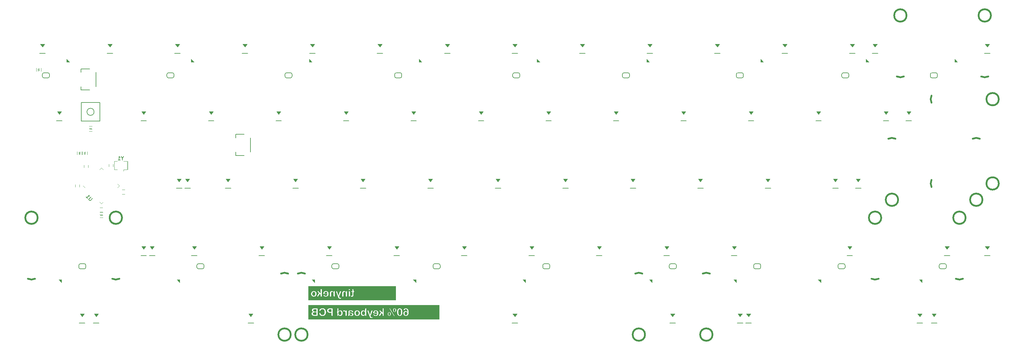
<source format=gbr>
%TF.GenerationSoftware,KiCad,Pcbnew,(5.1.12)-1*%
%TF.CreationDate,2022-12-21T19:59:57+07:00*%
%TF.ProjectId,Eclipse60,45636c69-7073-4653-9630-2e6b69636164,rev?*%
%TF.SameCoordinates,Original*%
%TF.FileFunction,Legend,Bot*%
%TF.FilePolarity,Positive*%
%FSLAX46Y46*%
G04 Gerber Fmt 4.6, Leading zero omitted, Abs format (unit mm)*
G04 Created by KiCad (PCBNEW (5.1.12)-1) date 2022-12-21 19:59:57*
%MOMM*%
%LPD*%
G01*
G04 APERTURE LIST*
%ADD10C,0.010000*%
%ADD11C,0.150000*%
%ADD12C,0.100000*%
%ADD13C,0.500000*%
%ADD14C,0.120000*%
G04 APERTURE END LIST*
D10*
%TO.C,G\u002A\u002A\u002A*%
G36*
X117719840Y-109214010D02*
G01*
X117667186Y-109223009D01*
X117618371Y-109238153D01*
X117573448Y-109259410D01*
X117532467Y-109286750D01*
X117495479Y-109320140D01*
X117462535Y-109359551D01*
X117450454Y-109377068D01*
X117425193Y-109420585D01*
X117404493Y-109467011D01*
X117388205Y-109516943D01*
X117376184Y-109570980D01*
X117368281Y-109629720D01*
X117364351Y-109693761D01*
X117363829Y-109729794D01*
X117365697Y-109796216D01*
X117371414Y-109857060D01*
X117381152Y-109913007D01*
X117395083Y-109964734D01*
X117413377Y-110012921D01*
X117436205Y-110058247D01*
X117453936Y-110087071D01*
X117484790Y-110127410D01*
X117520187Y-110162283D01*
X117559684Y-110191498D01*
X117602838Y-110214862D01*
X117649204Y-110232181D01*
X117698340Y-110243263D01*
X117749801Y-110247914D01*
X117803144Y-110245941D01*
X117815586Y-110244535D01*
X117865387Y-110234793D01*
X117911749Y-110218750D01*
X117954539Y-110196563D01*
X117993628Y-110168390D01*
X118028885Y-110134388D01*
X118060179Y-110094715D01*
X118087379Y-110049529D01*
X118110354Y-109998986D01*
X118128974Y-109943244D01*
X118143108Y-109882462D01*
X118149565Y-109842280D01*
X118151611Y-109821958D01*
X118153145Y-109796197D01*
X118154154Y-109766799D01*
X118154624Y-109735566D01*
X118154544Y-109704298D01*
X118153899Y-109674797D01*
X118152678Y-109648864D01*
X118151070Y-109630008D01*
X118141556Y-109568953D01*
X118127471Y-109511419D01*
X118109046Y-109457894D01*
X118086511Y-109408865D01*
X118060096Y-109364821D01*
X118030031Y-109326250D01*
X117996545Y-109293640D01*
X117989989Y-109288295D01*
X117949202Y-109260574D01*
X117904776Y-109238866D01*
X117857402Y-109223362D01*
X117807771Y-109214251D01*
X117756575Y-109211723D01*
X117719840Y-109214010D01*
G37*
X117719840Y-109214010D02*
X117667186Y-109223009D01*
X117618371Y-109238153D01*
X117573448Y-109259410D01*
X117532467Y-109286750D01*
X117495479Y-109320140D01*
X117462535Y-109359551D01*
X117450454Y-109377068D01*
X117425193Y-109420585D01*
X117404493Y-109467011D01*
X117388205Y-109516943D01*
X117376184Y-109570980D01*
X117368281Y-109629720D01*
X117364351Y-109693761D01*
X117363829Y-109729794D01*
X117365697Y-109796216D01*
X117371414Y-109857060D01*
X117381152Y-109913007D01*
X117395083Y-109964734D01*
X117413377Y-110012921D01*
X117436205Y-110058247D01*
X117453936Y-110087071D01*
X117484790Y-110127410D01*
X117520187Y-110162283D01*
X117559684Y-110191498D01*
X117602838Y-110214862D01*
X117649204Y-110232181D01*
X117698340Y-110243263D01*
X117749801Y-110247914D01*
X117803144Y-110245941D01*
X117815586Y-110244535D01*
X117865387Y-110234793D01*
X117911749Y-110218750D01*
X117954539Y-110196563D01*
X117993628Y-110168390D01*
X118028885Y-110134388D01*
X118060179Y-110094715D01*
X118087379Y-110049529D01*
X118110354Y-109998986D01*
X118128974Y-109943244D01*
X118143108Y-109882462D01*
X118149565Y-109842280D01*
X118151611Y-109821958D01*
X118153145Y-109796197D01*
X118154154Y-109766799D01*
X118154624Y-109735566D01*
X118154544Y-109704298D01*
X118153899Y-109674797D01*
X118152678Y-109648864D01*
X118151070Y-109630008D01*
X118141556Y-109568953D01*
X118127471Y-109511419D01*
X118109046Y-109457894D01*
X118086511Y-109408865D01*
X118060096Y-109364821D01*
X118030031Y-109326250D01*
X117996545Y-109293640D01*
X117989989Y-109288295D01*
X117949202Y-109260574D01*
X117904776Y-109238866D01*
X117857402Y-109223362D01*
X117807771Y-109214251D01*
X117756575Y-109211723D01*
X117719840Y-109214010D01*
G36*
X121126792Y-109196927D02*
G01*
X121079822Y-109205869D01*
X121034809Y-109220620D01*
X121015353Y-109229223D01*
X120975595Y-109252350D01*
X120939772Y-109281419D01*
X120908101Y-109316139D01*
X120880798Y-109356220D01*
X120858079Y-109401372D01*
X120840160Y-109451305D01*
X120834550Y-109471893D01*
X120830449Y-109489842D01*
X120826277Y-109510744D01*
X120822332Y-109532791D01*
X120818911Y-109554175D01*
X120816312Y-109573087D01*
X120814831Y-109587718D01*
X120814600Y-109593281D01*
X120814600Y-109602794D01*
X121543762Y-109602794D01*
X121542145Y-109592816D01*
X121540816Y-109584307D01*
X121538847Y-109571328D01*
X121536646Y-109556589D01*
X121536503Y-109555623D01*
X121529355Y-109516790D01*
X121519479Y-109476983D01*
X121507546Y-109438448D01*
X121494228Y-109403431D01*
X121484969Y-109383266D01*
X121463779Y-109346989D01*
X121437773Y-109312396D01*
X121408308Y-109280976D01*
X121376741Y-109254219D01*
X121352878Y-109238326D01*
X121312458Y-109218663D01*
X121268550Y-109204662D01*
X121222244Y-109196353D01*
X121174628Y-109193765D01*
X121126792Y-109196927D01*
G37*
X121126792Y-109196927D02*
X121079822Y-109205869D01*
X121034809Y-109220620D01*
X121015353Y-109229223D01*
X120975595Y-109252350D01*
X120939772Y-109281419D01*
X120908101Y-109316139D01*
X120880798Y-109356220D01*
X120858079Y-109401372D01*
X120840160Y-109451305D01*
X120834550Y-109471893D01*
X120830449Y-109489842D01*
X120826277Y-109510744D01*
X120822332Y-109532791D01*
X120818911Y-109554175D01*
X120816312Y-109573087D01*
X120814831Y-109587718D01*
X120814600Y-109593281D01*
X120814600Y-109602794D01*
X121543762Y-109602794D01*
X121542145Y-109592816D01*
X121540816Y-109584307D01*
X121538847Y-109571328D01*
X121536646Y-109556589D01*
X121536503Y-109555623D01*
X121529355Y-109516790D01*
X121519479Y-109476983D01*
X121507546Y-109438448D01*
X121494228Y-109403431D01*
X121484969Y-109383266D01*
X121463779Y-109346989D01*
X121437773Y-109312396D01*
X121408308Y-109280976D01*
X121376741Y-109254219D01*
X121352878Y-109238326D01*
X121312458Y-109218663D01*
X121268550Y-109204662D01*
X121222244Y-109196353D01*
X121174628Y-109193765D01*
X121126792Y-109196927D01*
G36*
X140549425Y-113977331D02*
G01*
X140545804Y-113977813D01*
X140515469Y-113984521D01*
X140488827Y-113995799D01*
X140465671Y-114011958D01*
X140445796Y-114033305D01*
X140428994Y-114060151D01*
X140415062Y-114092803D01*
X140403791Y-114131572D01*
X140394977Y-114176767D01*
X140390309Y-114211080D01*
X140388421Y-114232919D01*
X140387049Y-114260493D01*
X140386185Y-114292300D01*
X140385817Y-114326837D01*
X140385938Y-114362601D01*
X140386537Y-114398090D01*
X140387606Y-114431801D01*
X140389136Y-114462230D01*
X140391116Y-114487876D01*
X140392088Y-114496936D01*
X140399048Y-114544971D01*
X140407748Y-114586347D01*
X140418422Y-114621502D01*
X140431300Y-114650878D01*
X140446614Y-114674912D01*
X140464595Y-114694044D01*
X140485475Y-114708713D01*
X140509241Y-114719276D01*
X140531660Y-114724807D01*
X140557811Y-114727870D01*
X140584548Y-114728299D01*
X140608719Y-114725928D01*
X140614304Y-114724808D01*
X140642833Y-114715551D01*
X140667668Y-114701488D01*
X140689000Y-114682318D01*
X140707019Y-114657738D01*
X140721916Y-114627445D01*
X140733882Y-114591138D01*
X140743106Y-114548513D01*
X140748337Y-114512251D01*
X140752236Y-114471329D01*
X140754836Y-114426212D01*
X140756153Y-114378535D01*
X140756206Y-114329938D01*
X140755013Y-114282056D01*
X140752592Y-114236528D01*
X140748962Y-114194990D01*
X140744479Y-114161157D01*
X140735235Y-114117044D01*
X140722719Y-114079292D01*
X140706780Y-114047709D01*
X140687267Y-114022103D01*
X140664028Y-114002283D01*
X140636912Y-113988057D01*
X140605767Y-113979234D01*
X140599892Y-113978231D01*
X140574454Y-113975872D01*
X140549425Y-113977331D01*
G37*
X140549425Y-113977331D02*
X140545804Y-113977813D01*
X140515469Y-113984521D01*
X140488827Y-113995799D01*
X140465671Y-114011958D01*
X140445796Y-114033305D01*
X140428994Y-114060151D01*
X140415062Y-114092803D01*
X140403791Y-114131572D01*
X140394977Y-114176767D01*
X140390309Y-114211080D01*
X140388421Y-114232919D01*
X140387049Y-114260493D01*
X140386185Y-114292300D01*
X140385817Y-114326837D01*
X140385938Y-114362601D01*
X140386537Y-114398090D01*
X140387606Y-114431801D01*
X140389136Y-114462230D01*
X140391116Y-114487876D01*
X140392088Y-114496936D01*
X140399048Y-114544971D01*
X140407748Y-114586347D01*
X140418422Y-114621502D01*
X140431300Y-114650878D01*
X140446614Y-114674912D01*
X140464595Y-114694044D01*
X140485475Y-114708713D01*
X140509241Y-114719276D01*
X140531660Y-114724807D01*
X140557811Y-114727870D01*
X140584548Y-114728299D01*
X140608719Y-114725928D01*
X140614304Y-114724808D01*
X140642833Y-114715551D01*
X140667668Y-114701488D01*
X140689000Y-114682318D01*
X140707019Y-114657738D01*
X140721916Y-114627445D01*
X140733882Y-114591138D01*
X140743106Y-114548513D01*
X140748337Y-114512251D01*
X140752236Y-114471329D01*
X140754836Y-114426212D01*
X140756153Y-114378535D01*
X140756206Y-114329938D01*
X140755013Y-114282056D01*
X140752592Y-114236528D01*
X140748962Y-114194990D01*
X140744479Y-114161157D01*
X140735235Y-114117044D01*
X140722719Y-114079292D01*
X140706780Y-114047709D01*
X140687267Y-114022103D01*
X140664028Y-114002283D01*
X140636912Y-113988057D01*
X140605767Y-113979234D01*
X140599892Y-113978231D01*
X140574454Y-113975872D01*
X140549425Y-113977331D01*
G36*
X118260993Y-114134893D02*
G01*
X118200236Y-114135008D01*
X118146102Y-114135375D01*
X118097960Y-114136034D01*
X118055181Y-114137029D01*
X118017132Y-114138402D01*
X117983184Y-114140195D01*
X117952705Y-114142451D01*
X117925065Y-114145211D01*
X117899633Y-114148518D01*
X117875778Y-114152414D01*
X117852869Y-114156942D01*
X117830276Y-114162143D01*
X117821408Y-114164365D01*
X117777587Y-114177849D01*
X117740186Y-114194428D01*
X117708906Y-114214454D01*
X117683446Y-114238279D01*
X117663509Y-114266253D01*
X117648795Y-114298730D01*
X117639006Y-114336059D01*
X117633842Y-114378593D01*
X117633453Y-114385333D01*
X117633486Y-114424678D01*
X117638060Y-114460180D01*
X117647563Y-114493946D01*
X117657941Y-114518941D01*
X117676648Y-114554116D01*
X117697785Y-114584217D01*
X117722002Y-114609666D01*
X117749949Y-114630886D01*
X117782276Y-114648297D01*
X117819632Y-114662322D01*
X117862668Y-114673383D01*
X117908115Y-114681344D01*
X117917545Y-114682563D01*
X117928225Y-114683630D01*
X117940724Y-114684560D01*
X117955609Y-114685368D01*
X117973448Y-114686068D01*
X117994809Y-114686675D01*
X118020261Y-114687205D01*
X118050371Y-114687671D01*
X118085708Y-114688088D01*
X118126839Y-114688472D01*
X118174332Y-114688836D01*
X118204750Y-114689043D01*
X118459657Y-114690712D01*
X118459657Y-114134880D01*
X118260993Y-114134893D01*
G37*
X118260993Y-114134893D02*
X118200236Y-114135008D01*
X118146102Y-114135375D01*
X118097960Y-114136034D01*
X118055181Y-114137029D01*
X118017132Y-114138402D01*
X117983184Y-114140195D01*
X117952705Y-114142451D01*
X117925065Y-114145211D01*
X117899633Y-114148518D01*
X117875778Y-114152414D01*
X117852869Y-114156942D01*
X117830276Y-114162143D01*
X117821408Y-114164365D01*
X117777587Y-114177849D01*
X117740186Y-114194428D01*
X117708906Y-114214454D01*
X117683446Y-114238279D01*
X117663509Y-114266253D01*
X117648795Y-114298730D01*
X117639006Y-114336059D01*
X117633842Y-114378593D01*
X117633453Y-114385333D01*
X117633486Y-114424678D01*
X117638060Y-114460180D01*
X117647563Y-114493946D01*
X117657941Y-114518941D01*
X117676648Y-114554116D01*
X117697785Y-114584217D01*
X117722002Y-114609666D01*
X117749949Y-114630886D01*
X117782276Y-114648297D01*
X117819632Y-114662322D01*
X117862668Y-114673383D01*
X117908115Y-114681344D01*
X117917545Y-114682563D01*
X117928225Y-114683630D01*
X117940724Y-114684560D01*
X117955609Y-114685368D01*
X117973448Y-114686068D01*
X117994809Y-114686675D01*
X118020261Y-114687205D01*
X118050371Y-114687671D01*
X118085708Y-114688088D01*
X118126839Y-114688472D01*
X118174332Y-114688836D01*
X118204750Y-114689043D01*
X118459657Y-114690712D01*
X118459657Y-114134880D01*
X118260993Y-114134893D01*
G36*
X118181165Y-115006676D02*
G01*
X118129226Y-115006962D01*
X118083977Y-115007238D01*
X118044849Y-115007520D01*
X118011277Y-115007825D01*
X117982691Y-115008167D01*
X117958525Y-115008563D01*
X117938211Y-115009029D01*
X117921182Y-115009581D01*
X117906870Y-115010235D01*
X117894707Y-115011007D01*
X117884126Y-115011913D01*
X117874560Y-115012969D01*
X117865441Y-115014192D01*
X117856201Y-115015596D01*
X117854282Y-115015901D01*
X117797830Y-115026780D01*
X117747891Y-115040396D01*
X117704200Y-115056901D01*
X117666490Y-115076447D01*
X117634495Y-115099185D01*
X117607947Y-115125267D01*
X117586580Y-115154842D01*
X117576462Y-115173644D01*
X117566138Y-115196324D01*
X117558505Y-115216378D01*
X117553190Y-115235656D01*
X117549822Y-115256007D01*
X117548028Y-115279280D01*
X117547436Y-115307324D01*
X117547440Y-115317794D01*
X117548137Y-115350104D01*
X117550201Y-115377100D01*
X117554025Y-115400662D01*
X117560001Y-115422668D01*
X117568520Y-115444995D01*
X117578514Y-115466566D01*
X117587156Y-115482815D01*
X117596357Y-115496754D01*
X117607771Y-115510585D01*
X117623052Y-115526515D01*
X117624799Y-115528251D01*
X117650445Y-115551209D01*
X117677670Y-115570404D01*
X117707861Y-115586570D01*
X117742404Y-115600445D01*
X117782687Y-115612762D01*
X117785541Y-115613528D01*
X117799536Y-115617206D01*
X117812468Y-115620431D01*
X117824909Y-115623233D01*
X117837426Y-115625647D01*
X117850589Y-115627706D01*
X117864968Y-115629441D01*
X117881132Y-115630886D01*
X117899651Y-115632073D01*
X117921092Y-115633036D01*
X117946027Y-115633808D01*
X117975024Y-115634420D01*
X118008653Y-115634906D01*
X118047482Y-115635299D01*
X118092082Y-115635632D01*
X118143021Y-115635936D01*
X118177536Y-115636123D01*
X118459657Y-115637620D01*
X118459657Y-115005186D01*
X118181165Y-115006676D01*
G37*
X118181165Y-115006676D02*
X118129226Y-115006962D01*
X118083977Y-115007238D01*
X118044849Y-115007520D01*
X118011277Y-115007825D01*
X117982691Y-115008167D01*
X117958525Y-115008563D01*
X117938211Y-115009029D01*
X117921182Y-115009581D01*
X117906870Y-115010235D01*
X117894707Y-115011007D01*
X117884126Y-115011913D01*
X117874560Y-115012969D01*
X117865441Y-115014192D01*
X117856201Y-115015596D01*
X117854282Y-115015901D01*
X117797830Y-115026780D01*
X117747891Y-115040396D01*
X117704200Y-115056901D01*
X117666490Y-115076447D01*
X117634495Y-115099185D01*
X117607947Y-115125267D01*
X117586580Y-115154842D01*
X117576462Y-115173644D01*
X117566138Y-115196324D01*
X117558505Y-115216378D01*
X117553190Y-115235656D01*
X117549822Y-115256007D01*
X117548028Y-115279280D01*
X117547436Y-115307324D01*
X117547440Y-115317794D01*
X117548137Y-115350104D01*
X117550201Y-115377100D01*
X117554025Y-115400662D01*
X117560001Y-115422668D01*
X117568520Y-115444995D01*
X117578514Y-115466566D01*
X117587156Y-115482815D01*
X117596357Y-115496754D01*
X117607771Y-115510585D01*
X117623052Y-115526515D01*
X117624799Y-115528251D01*
X117650445Y-115551209D01*
X117677670Y-115570404D01*
X117707861Y-115586570D01*
X117742404Y-115600445D01*
X117782687Y-115612762D01*
X117785541Y-115613528D01*
X117799536Y-115617206D01*
X117812468Y-115620431D01*
X117824909Y-115623233D01*
X117837426Y-115625647D01*
X117850589Y-115627706D01*
X117864968Y-115629441D01*
X117881132Y-115630886D01*
X117899651Y-115632073D01*
X117921092Y-115633036D01*
X117946027Y-115633808D01*
X117975024Y-115634420D01*
X118008653Y-115634906D01*
X118047482Y-115635299D01*
X118092082Y-115635632D01*
X118143021Y-115635936D01*
X118177536Y-115636123D01*
X118459657Y-115637620D01*
X118459657Y-115005186D01*
X118181165Y-115006676D01*
G36*
X139022332Y-115050135D02*
G01*
X138993368Y-115058359D01*
X138967382Y-115071178D01*
X138945676Y-115088528D01*
X138943612Y-115090704D01*
X138925898Y-115114534D01*
X138910600Y-115144999D01*
X138897691Y-115182167D01*
X138887146Y-115226105D01*
X138882320Y-115253333D01*
X138880324Y-115270429D01*
X138878664Y-115293504D01*
X138877348Y-115321288D01*
X138876384Y-115352508D01*
X138875778Y-115385895D01*
X138875538Y-115420179D01*
X138875670Y-115454087D01*
X138876182Y-115486350D01*
X138877081Y-115515697D01*
X138878375Y-115540857D01*
X138880070Y-115560560D01*
X138880565Y-115564537D01*
X138888450Y-115613411D01*
X138898082Y-115655567D01*
X138909662Y-115691377D01*
X138923396Y-115721216D01*
X138939487Y-115745456D01*
X138958140Y-115764471D01*
X138979558Y-115778634D01*
X139002635Y-115787930D01*
X139020447Y-115791766D01*
X139042346Y-115794262D01*
X139065261Y-115795244D01*
X139086116Y-115794539D01*
X139096377Y-115793231D01*
X139127757Y-115784066D01*
X139155414Y-115768700D01*
X139179273Y-115747209D01*
X139199255Y-115719669D01*
X139215283Y-115686155D01*
X139220018Y-115672805D01*
X139228135Y-115642681D01*
X139235000Y-115606575D01*
X139240562Y-115565661D01*
X139244770Y-115521115D01*
X139247573Y-115474111D01*
X139248919Y-115425823D01*
X139248757Y-115377428D01*
X139247036Y-115330099D01*
X139243705Y-115285011D01*
X139238723Y-115243408D01*
X139230723Y-115202259D01*
X139219581Y-115164975D01*
X139205629Y-115132309D01*
X139189204Y-115105017D01*
X139170639Y-115083852D01*
X139166298Y-115080091D01*
X139141955Y-115064416D01*
X139114086Y-115053645D01*
X139083992Y-115047715D01*
X139052974Y-115046566D01*
X139022332Y-115050135D01*
G37*
X139022332Y-115050135D02*
X138993368Y-115058359D01*
X138967382Y-115071178D01*
X138945676Y-115088528D01*
X138943612Y-115090704D01*
X138925898Y-115114534D01*
X138910600Y-115144999D01*
X138897691Y-115182167D01*
X138887146Y-115226105D01*
X138882320Y-115253333D01*
X138880324Y-115270429D01*
X138878664Y-115293504D01*
X138877348Y-115321288D01*
X138876384Y-115352508D01*
X138875778Y-115385895D01*
X138875538Y-115420179D01*
X138875670Y-115454087D01*
X138876182Y-115486350D01*
X138877081Y-115515697D01*
X138878375Y-115540857D01*
X138880070Y-115560560D01*
X138880565Y-115564537D01*
X138888450Y-115613411D01*
X138898082Y-115655567D01*
X138909662Y-115691377D01*
X138923396Y-115721216D01*
X138939487Y-115745456D01*
X138958140Y-115764471D01*
X138979558Y-115778634D01*
X139002635Y-115787930D01*
X139020447Y-115791766D01*
X139042346Y-115794262D01*
X139065261Y-115795244D01*
X139086116Y-115794539D01*
X139096377Y-115793231D01*
X139127757Y-115784066D01*
X139155414Y-115768700D01*
X139179273Y-115747209D01*
X139199255Y-115719669D01*
X139215283Y-115686155D01*
X139220018Y-115672805D01*
X139228135Y-115642681D01*
X139235000Y-115606575D01*
X139240562Y-115565661D01*
X139244770Y-115521115D01*
X139247573Y-115474111D01*
X139248919Y-115425823D01*
X139248757Y-115377428D01*
X139247036Y-115330099D01*
X139243705Y-115285011D01*
X139238723Y-115243408D01*
X139230723Y-115202259D01*
X139219581Y-115164975D01*
X139205629Y-115132309D01*
X139189204Y-115105017D01*
X139170639Y-115083852D01*
X139166298Y-115080091D01*
X139141955Y-115064416D01*
X139114086Y-115053645D01*
X139083992Y-115047715D01*
X139052974Y-115046566D01*
X139022332Y-115050135D01*
G36*
X141972117Y-114090885D02*
G01*
X141943950Y-114093989D01*
X141924025Y-114098101D01*
X141883734Y-114112426D01*
X141846987Y-114132648D01*
X141813728Y-114158849D01*
X141783903Y-114191112D01*
X141757454Y-114229518D01*
X141734326Y-114274152D01*
X141714463Y-114325094D01*
X141697810Y-114382428D01*
X141684311Y-114446235D01*
X141682924Y-114454194D01*
X141674571Y-114510596D01*
X141667615Y-114573029D01*
X141662068Y-114640397D01*
X141657943Y-114711608D01*
X141655251Y-114785567D01*
X141654005Y-114861180D01*
X141654218Y-114937354D01*
X141655901Y-115012995D01*
X141659068Y-115087008D01*
X141663730Y-115158300D01*
X141669901Y-115225776D01*
X141673802Y-115259737D01*
X141684516Y-115331205D01*
X141698146Y-115396080D01*
X141714734Y-115454430D01*
X141734319Y-115506327D01*
X141756943Y-115551839D01*
X141782647Y-115591036D01*
X141811471Y-115623988D01*
X141843457Y-115650764D01*
X141878644Y-115671435D01*
X141917075Y-115686070D01*
X141925108Y-115688267D01*
X141946798Y-115692503D01*
X141972563Y-115695482D01*
X141999739Y-115697061D01*
X142025660Y-115697097D01*
X142047661Y-115695446D01*
X142050673Y-115695010D01*
X142094660Y-115684768D01*
X142134580Y-115668541D01*
X142170378Y-115646361D01*
X142201995Y-115618263D01*
X142220713Y-115596270D01*
X142241933Y-115565544D01*
X142260959Y-115531673D01*
X142277913Y-115494194D01*
X142292917Y-115452643D01*
X142306093Y-115406558D01*
X142317564Y-115355475D01*
X142327450Y-115298932D01*
X142335875Y-115236464D01*
X142342960Y-115167609D01*
X142347110Y-115116408D01*
X142348370Y-115094465D01*
X142349425Y-115066482D01*
X142350275Y-115033542D01*
X142350921Y-114996727D01*
X142351363Y-114957121D01*
X142351600Y-114915807D01*
X142351632Y-114873869D01*
X142351459Y-114832389D01*
X142351082Y-114792450D01*
X142350499Y-114755136D01*
X142349711Y-114721530D01*
X142348718Y-114692715D01*
X142347519Y-114669773D01*
X142347154Y-114664651D01*
X142340172Y-114586715D01*
X142331682Y-114515633D01*
X142321615Y-114451148D01*
X142309903Y-114393003D01*
X142296478Y-114340939D01*
X142281274Y-114294698D01*
X142264221Y-114254024D01*
X142245252Y-114218657D01*
X142224299Y-114188341D01*
X142220505Y-114183635D01*
X142190846Y-114152846D01*
X142157534Y-114128159D01*
X142120068Y-114109253D01*
X142086527Y-114098008D01*
X142062438Y-114093294D01*
X142033749Y-114090537D01*
X142002846Y-114089734D01*
X141972117Y-114090885D01*
G37*
X141972117Y-114090885D02*
X141943950Y-114093989D01*
X141924025Y-114098101D01*
X141883734Y-114112426D01*
X141846987Y-114132648D01*
X141813728Y-114158849D01*
X141783903Y-114191112D01*
X141757454Y-114229518D01*
X141734326Y-114274152D01*
X141714463Y-114325094D01*
X141697810Y-114382428D01*
X141684311Y-114446235D01*
X141682924Y-114454194D01*
X141674571Y-114510596D01*
X141667615Y-114573029D01*
X141662068Y-114640397D01*
X141657943Y-114711608D01*
X141655251Y-114785567D01*
X141654005Y-114861180D01*
X141654218Y-114937354D01*
X141655901Y-115012995D01*
X141659068Y-115087008D01*
X141663730Y-115158300D01*
X141669901Y-115225776D01*
X141673802Y-115259737D01*
X141684516Y-115331205D01*
X141698146Y-115396080D01*
X141714734Y-115454430D01*
X141734319Y-115506327D01*
X141756943Y-115551839D01*
X141782647Y-115591036D01*
X141811471Y-115623988D01*
X141843457Y-115650764D01*
X141878644Y-115671435D01*
X141917075Y-115686070D01*
X141925108Y-115688267D01*
X141946798Y-115692503D01*
X141972563Y-115695482D01*
X141999739Y-115697061D01*
X142025660Y-115697097D01*
X142047661Y-115695446D01*
X142050673Y-115695010D01*
X142094660Y-115684768D01*
X142134580Y-115668541D01*
X142170378Y-115646361D01*
X142201995Y-115618263D01*
X142220713Y-115596270D01*
X142241933Y-115565544D01*
X142260959Y-115531673D01*
X142277913Y-115494194D01*
X142292917Y-115452643D01*
X142306093Y-115406558D01*
X142317564Y-115355475D01*
X142327450Y-115298932D01*
X142335875Y-115236464D01*
X142342960Y-115167609D01*
X142347110Y-115116408D01*
X142348370Y-115094465D01*
X142349425Y-115066482D01*
X142350275Y-115033542D01*
X142350921Y-114996727D01*
X142351363Y-114957121D01*
X142351600Y-114915807D01*
X142351632Y-114873869D01*
X142351459Y-114832389D01*
X142351082Y-114792450D01*
X142350499Y-114755136D01*
X142349711Y-114721530D01*
X142348718Y-114692715D01*
X142347519Y-114669773D01*
X142347154Y-114664651D01*
X142340172Y-114586715D01*
X142331682Y-114515633D01*
X142321615Y-114451148D01*
X142309903Y-114393003D01*
X142296478Y-114340939D01*
X142281274Y-114294698D01*
X142264221Y-114254024D01*
X142245252Y-114218657D01*
X142224299Y-114188341D01*
X142220505Y-114183635D01*
X142190846Y-114152846D01*
X142157534Y-114128159D01*
X142120068Y-114109253D01*
X142086527Y-114098008D01*
X142062438Y-114093294D01*
X142033749Y-114090537D01*
X142002846Y-114089734D01*
X141972117Y-114090885D01*
G36*
X122544522Y-114134916D02*
G01*
X122487376Y-114135080D01*
X122436785Y-114135577D01*
X122392054Y-114136457D01*
X122352485Y-114137766D01*
X122317384Y-114139553D01*
X122286053Y-114141866D01*
X122257797Y-114144752D01*
X122231919Y-114148261D01*
X122207723Y-114152439D01*
X122184514Y-114157335D01*
X122170499Y-114160705D01*
X122132735Y-114172070D01*
X122097710Y-114186307D01*
X122066772Y-114202762D01*
X122041271Y-114220778D01*
X122034354Y-114226882D01*
X122013931Y-114249734D01*
X121994801Y-114278145D01*
X121977882Y-114310428D01*
X121964091Y-114344895D01*
X121956733Y-114369643D01*
X121953691Y-114382663D01*
X121951518Y-114394975D01*
X121950082Y-114408205D01*
X121949251Y-114423973D01*
X121948894Y-114443903D01*
X121948871Y-114466894D01*
X121949418Y-114499072D01*
X121951054Y-114525747D01*
X121954125Y-114548632D01*
X121958974Y-114569443D01*
X121965948Y-114589896D01*
X121975391Y-114611704D01*
X121979896Y-114621108D01*
X121988509Y-114637369D01*
X121997721Y-114651380D01*
X122009172Y-114665334D01*
X122024497Y-114681425D01*
X122026181Y-114683112D01*
X122053533Y-114707750D01*
X122082404Y-114728117D01*
X122114188Y-114744948D01*
X122150280Y-114758978D01*
X122192072Y-114770941D01*
X122193457Y-114771282D01*
X122211377Y-114775564D01*
X122228143Y-114779235D01*
X122244495Y-114782350D01*
X122261173Y-114784961D01*
X122278918Y-114787121D01*
X122298470Y-114788884D01*
X122320567Y-114790302D01*
X122345951Y-114791429D01*
X122375361Y-114792318D01*
X122409537Y-114793022D01*
X122449220Y-114793593D01*
X122495149Y-114794086D01*
X122513679Y-114794257D01*
X122712343Y-114796035D01*
X122712343Y-114134880D01*
X122544522Y-114134916D01*
G37*
X122544522Y-114134916D02*
X122487376Y-114135080D01*
X122436785Y-114135577D01*
X122392054Y-114136457D01*
X122352485Y-114137766D01*
X122317384Y-114139553D01*
X122286053Y-114141866D01*
X122257797Y-114144752D01*
X122231919Y-114148261D01*
X122207723Y-114152439D01*
X122184514Y-114157335D01*
X122170499Y-114160705D01*
X122132735Y-114172070D01*
X122097710Y-114186307D01*
X122066772Y-114202762D01*
X122041271Y-114220778D01*
X122034354Y-114226882D01*
X122013931Y-114249734D01*
X121994801Y-114278145D01*
X121977882Y-114310428D01*
X121964091Y-114344895D01*
X121956733Y-114369643D01*
X121953691Y-114382663D01*
X121951518Y-114394975D01*
X121950082Y-114408205D01*
X121949251Y-114423973D01*
X121948894Y-114443903D01*
X121948871Y-114466894D01*
X121949418Y-114499072D01*
X121951054Y-114525747D01*
X121954125Y-114548632D01*
X121958974Y-114569443D01*
X121965948Y-114589896D01*
X121975391Y-114611704D01*
X121979896Y-114621108D01*
X121988509Y-114637369D01*
X121997721Y-114651380D01*
X122009172Y-114665334D01*
X122024497Y-114681425D01*
X122026181Y-114683112D01*
X122053533Y-114707750D01*
X122082404Y-114728117D01*
X122114188Y-114744948D01*
X122150280Y-114758978D01*
X122192072Y-114770941D01*
X122193457Y-114771282D01*
X122211377Y-114775564D01*
X122228143Y-114779235D01*
X122244495Y-114782350D01*
X122261173Y-114784961D01*
X122278918Y-114787121D01*
X122298470Y-114788884D01*
X122320567Y-114790302D01*
X122345951Y-114791429D01*
X122375361Y-114792318D01*
X122409537Y-114793022D01*
X122449220Y-114793593D01*
X122495149Y-114794086D01*
X122513679Y-114794257D01*
X122712343Y-114796035D01*
X122712343Y-114134880D01*
X122544522Y-114134916D01*
G36*
X125102274Y-114666791D02*
G01*
X125091087Y-114668046D01*
X125041410Y-114678147D01*
X124994806Y-114694691D01*
X124951470Y-114717460D01*
X124911598Y-114746235D01*
X124875383Y-114780797D01*
X124843020Y-114820929D01*
X124814703Y-114866411D01*
X124790628Y-114917026D01*
X124770989Y-114972554D01*
X124755980Y-115032777D01*
X124753168Y-115047466D01*
X124750438Y-115067200D01*
X124748206Y-115092525D01*
X124746512Y-115121788D01*
X124745395Y-115153337D01*
X124744894Y-115185520D01*
X124745048Y-115216685D01*
X124745897Y-115245179D01*
X124747480Y-115269351D01*
X124747811Y-115272774D01*
X124756701Y-115336141D01*
X124769947Y-115393993D01*
X124787719Y-115446742D01*
X124810186Y-115494801D01*
X124837519Y-115538581D01*
X124869885Y-115578495D01*
X124876284Y-115585327D01*
X124912680Y-115618170D01*
X124953415Y-115645341D01*
X124997930Y-115666519D01*
X125043700Y-115680916D01*
X125063976Y-115684709D01*
X125088376Y-115687573D01*
X125114548Y-115689385D01*
X125140142Y-115690021D01*
X125162806Y-115689359D01*
X125176818Y-115687881D01*
X125210685Y-115681088D01*
X125241952Y-115671531D01*
X125274178Y-115658087D01*
X125279557Y-115655550D01*
X125323357Y-115630770D01*
X125362634Y-115600448D01*
X125397410Y-115564547D01*
X125427706Y-115523034D01*
X125453544Y-115475873D01*
X125474944Y-115423029D01*
X125491930Y-115364467D01*
X125504521Y-115300153D01*
X125506716Y-115285137D01*
X125508519Y-115266930D01*
X125509829Y-115243214D01*
X125510645Y-115215721D01*
X125510966Y-115186183D01*
X125510792Y-115156332D01*
X125510120Y-115127900D01*
X125508952Y-115102618D01*
X125507285Y-115082218D01*
X125506819Y-115078308D01*
X125495787Y-115013321D01*
X125480142Y-114953322D01*
X125459974Y-114898458D01*
X125435375Y-114848878D01*
X125406434Y-114804730D01*
X125373244Y-114766163D01*
X125335893Y-114733324D01*
X125294474Y-114706363D01*
X125272464Y-114695224D01*
X125232818Y-114680388D01*
X125189767Y-114670484D01*
X125145516Y-114665841D01*
X125102274Y-114666791D01*
G37*
X125102274Y-114666791D02*
X125091087Y-114668046D01*
X125041410Y-114678147D01*
X124994806Y-114694691D01*
X124951470Y-114717460D01*
X124911598Y-114746235D01*
X124875383Y-114780797D01*
X124843020Y-114820929D01*
X124814703Y-114866411D01*
X124790628Y-114917026D01*
X124770989Y-114972554D01*
X124755980Y-115032777D01*
X124753168Y-115047466D01*
X124750438Y-115067200D01*
X124748206Y-115092525D01*
X124746512Y-115121788D01*
X124745395Y-115153337D01*
X124744894Y-115185520D01*
X124745048Y-115216685D01*
X124745897Y-115245179D01*
X124747480Y-115269351D01*
X124747811Y-115272774D01*
X124756701Y-115336141D01*
X124769947Y-115393993D01*
X124787719Y-115446742D01*
X124810186Y-115494801D01*
X124837519Y-115538581D01*
X124869885Y-115578495D01*
X124876284Y-115585327D01*
X124912680Y-115618170D01*
X124953415Y-115645341D01*
X124997930Y-115666519D01*
X125043700Y-115680916D01*
X125063976Y-115684709D01*
X125088376Y-115687573D01*
X125114548Y-115689385D01*
X125140142Y-115690021D01*
X125162806Y-115689359D01*
X125176818Y-115687881D01*
X125210685Y-115681088D01*
X125241952Y-115671531D01*
X125274178Y-115658087D01*
X125279557Y-115655550D01*
X125323357Y-115630770D01*
X125362634Y-115600448D01*
X125397410Y-115564547D01*
X125427706Y-115523034D01*
X125453544Y-115475873D01*
X125474944Y-115423029D01*
X125491930Y-115364467D01*
X125504521Y-115300153D01*
X125506716Y-115285137D01*
X125508519Y-115266930D01*
X125509829Y-115243214D01*
X125510645Y-115215721D01*
X125510966Y-115186183D01*
X125510792Y-115156332D01*
X125510120Y-115127900D01*
X125508952Y-115102618D01*
X125507285Y-115082218D01*
X125506819Y-115078308D01*
X125495787Y-115013321D01*
X125480142Y-114953322D01*
X125459974Y-114898458D01*
X125435375Y-114848878D01*
X125406434Y-114804730D01*
X125373244Y-114766163D01*
X125335893Y-114733324D01*
X125294474Y-114706363D01*
X125272464Y-114695224D01*
X125232818Y-114680388D01*
X125189767Y-114670484D01*
X125145516Y-114665841D01*
X125102274Y-114666791D01*
G36*
X127876955Y-115201487D02*
G01*
X127876225Y-115211039D01*
X127875808Y-115225576D01*
X127875682Y-115243965D01*
X127875831Y-115265075D01*
X127876234Y-115287772D01*
X127876873Y-115310926D01*
X127877728Y-115333404D01*
X127878781Y-115354073D01*
X127880013Y-115371802D01*
X127881117Y-115383131D01*
X127888436Y-115432421D01*
X127898321Y-115475705D01*
X127911173Y-115513904D01*
X127927390Y-115547939D01*
X127947373Y-115578730D01*
X127971521Y-115607198D01*
X127983637Y-115619289D01*
X128024975Y-115653688D01*
X128070802Y-115682427D01*
X128120985Y-115705439D01*
X128175393Y-115722658D01*
X128206269Y-115729485D01*
X128228476Y-115732804D01*
X128254297Y-115735231D01*
X128281521Y-115736683D01*
X128307939Y-115737079D01*
X128331342Y-115736337D01*
X128347490Y-115734709D01*
X128387467Y-115725317D01*
X128424405Y-115710192D01*
X128457677Y-115689879D01*
X128486655Y-115664924D01*
X128510710Y-115635871D01*
X128529214Y-115603265D01*
X128541540Y-115567652D01*
X128541951Y-115565940D01*
X128545414Y-115542603D01*
X128546212Y-115515754D01*
X128544449Y-115488505D01*
X128540233Y-115463966D01*
X128538261Y-115456800D01*
X128526055Y-115429211D01*
X128507324Y-115402981D01*
X128482750Y-115378639D01*
X128453017Y-115356714D01*
X128418808Y-115337735D01*
X128380806Y-115322232D01*
X128354036Y-115314175D01*
X128340512Y-115310800D01*
X128321084Y-115306163D01*
X128296939Y-115300536D01*
X128269265Y-115294193D01*
X128239252Y-115287406D01*
X128208086Y-115280449D01*
X128187857Y-115275984D01*
X128138127Y-115264982D01*
X128094748Y-115255209D01*
X128056955Y-115246479D01*
X128023981Y-115238603D01*
X127995060Y-115231395D01*
X127969427Y-115224666D01*
X127946316Y-115218230D01*
X127924960Y-115211898D01*
X127920650Y-115210571D01*
X127904577Y-115205648D01*
X127891135Y-115201636D01*
X127881782Y-115198962D01*
X127878015Y-115198051D01*
X127876955Y-115201487D01*
G37*
X127876955Y-115201487D02*
X127876225Y-115211039D01*
X127875808Y-115225576D01*
X127875682Y-115243965D01*
X127875831Y-115265075D01*
X127876234Y-115287772D01*
X127876873Y-115310926D01*
X127877728Y-115333404D01*
X127878781Y-115354073D01*
X127880013Y-115371802D01*
X127881117Y-115383131D01*
X127888436Y-115432421D01*
X127898321Y-115475705D01*
X127911173Y-115513904D01*
X127927390Y-115547939D01*
X127947373Y-115578730D01*
X127971521Y-115607198D01*
X127983637Y-115619289D01*
X128024975Y-115653688D01*
X128070802Y-115682427D01*
X128120985Y-115705439D01*
X128175393Y-115722658D01*
X128206269Y-115729485D01*
X128228476Y-115732804D01*
X128254297Y-115735231D01*
X128281521Y-115736683D01*
X128307939Y-115737079D01*
X128331342Y-115736337D01*
X128347490Y-115734709D01*
X128387467Y-115725317D01*
X128424405Y-115710192D01*
X128457677Y-115689879D01*
X128486655Y-115664924D01*
X128510710Y-115635871D01*
X128529214Y-115603265D01*
X128541540Y-115567652D01*
X128541951Y-115565940D01*
X128545414Y-115542603D01*
X128546212Y-115515754D01*
X128544449Y-115488505D01*
X128540233Y-115463966D01*
X128538261Y-115456800D01*
X128526055Y-115429211D01*
X128507324Y-115402981D01*
X128482750Y-115378639D01*
X128453017Y-115356714D01*
X128418808Y-115337735D01*
X128380806Y-115322232D01*
X128354036Y-115314175D01*
X128340512Y-115310800D01*
X128321084Y-115306163D01*
X128296939Y-115300536D01*
X128269265Y-115294193D01*
X128239252Y-115287406D01*
X128208086Y-115280449D01*
X128187857Y-115275984D01*
X128138127Y-115264982D01*
X128094748Y-115255209D01*
X128056955Y-115246479D01*
X128023981Y-115238603D01*
X127995060Y-115231395D01*
X127969427Y-115224666D01*
X127946316Y-115218230D01*
X127924960Y-115211898D01*
X127920650Y-115210571D01*
X127904577Y-115205648D01*
X127891135Y-115201636D01*
X127881782Y-115198962D01*
X127878015Y-115198051D01*
X127876955Y-115201487D01*
G36*
X129948126Y-114667753D02*
G01*
X129895471Y-114676752D01*
X129846657Y-114691896D01*
X129801734Y-114713153D01*
X129760752Y-114740492D01*
X129723764Y-114773883D01*
X129690821Y-114813293D01*
X129678740Y-114830810D01*
X129653479Y-114874328D01*
X129632778Y-114920754D01*
X129616491Y-114970686D01*
X129604469Y-115024723D01*
X129596567Y-115083463D01*
X129592637Y-115147504D01*
X129592115Y-115183537D01*
X129593982Y-115249958D01*
X129599700Y-115310803D01*
X129609438Y-115366750D01*
X129623369Y-115418477D01*
X129641662Y-115466664D01*
X129664491Y-115511990D01*
X129682222Y-115540814D01*
X129713075Y-115581152D01*
X129748473Y-115616026D01*
X129787970Y-115645241D01*
X129831124Y-115668605D01*
X129877490Y-115685924D01*
X129926626Y-115697006D01*
X129978087Y-115701657D01*
X130031429Y-115699684D01*
X130043872Y-115698278D01*
X130093673Y-115688536D01*
X130140034Y-115672493D01*
X130182825Y-115650306D01*
X130221914Y-115622133D01*
X130257171Y-115588131D01*
X130288464Y-115548458D01*
X130315664Y-115503272D01*
X130338640Y-115452729D01*
X130357260Y-115396987D01*
X130371393Y-115336205D01*
X130377850Y-115296023D01*
X130379897Y-115275701D01*
X130381431Y-115249940D01*
X130382440Y-115220542D01*
X130382910Y-115189309D01*
X130382829Y-115158041D01*
X130382185Y-115128540D01*
X130380964Y-115102607D01*
X130379356Y-115083751D01*
X130369841Y-115022696D01*
X130355757Y-114965162D01*
X130337332Y-114911637D01*
X130314797Y-114862608D01*
X130288382Y-114818564D01*
X130258317Y-114779993D01*
X130224831Y-114747383D01*
X130218275Y-114742038D01*
X130177488Y-114714317D01*
X130133062Y-114692609D01*
X130085688Y-114677105D01*
X130036057Y-114667994D01*
X129984861Y-114665466D01*
X129948126Y-114667753D01*
G37*
X129948126Y-114667753D02*
X129895471Y-114676752D01*
X129846657Y-114691896D01*
X129801734Y-114713153D01*
X129760752Y-114740492D01*
X129723764Y-114773883D01*
X129690821Y-114813293D01*
X129678740Y-114830810D01*
X129653479Y-114874328D01*
X129632778Y-114920754D01*
X129616491Y-114970686D01*
X129604469Y-115024723D01*
X129596567Y-115083463D01*
X129592637Y-115147504D01*
X129592115Y-115183537D01*
X129593982Y-115249958D01*
X129599700Y-115310803D01*
X129609438Y-115366750D01*
X129623369Y-115418477D01*
X129641662Y-115466664D01*
X129664491Y-115511990D01*
X129682222Y-115540814D01*
X129713075Y-115581152D01*
X129748473Y-115616026D01*
X129787970Y-115645241D01*
X129831124Y-115668605D01*
X129877490Y-115685924D01*
X129926626Y-115697006D01*
X129978087Y-115701657D01*
X130031429Y-115699684D01*
X130043872Y-115698278D01*
X130093673Y-115688536D01*
X130140034Y-115672493D01*
X130182825Y-115650306D01*
X130221914Y-115622133D01*
X130257171Y-115588131D01*
X130288464Y-115548458D01*
X130315664Y-115503272D01*
X130338640Y-115452729D01*
X130357260Y-115396987D01*
X130371393Y-115336205D01*
X130377850Y-115296023D01*
X130379897Y-115275701D01*
X130381431Y-115249940D01*
X130382440Y-115220542D01*
X130382910Y-115189309D01*
X130382829Y-115158041D01*
X130382185Y-115128540D01*
X130380964Y-115102607D01*
X130379356Y-115083751D01*
X130369841Y-115022696D01*
X130355757Y-114965162D01*
X130337332Y-114911637D01*
X130314797Y-114862608D01*
X130288382Y-114818564D01*
X130258317Y-114779993D01*
X130224831Y-114747383D01*
X130218275Y-114742038D01*
X130177488Y-114714317D01*
X130133062Y-114692609D01*
X130085688Y-114677105D01*
X130036057Y-114667994D01*
X129984861Y-114665466D01*
X129948126Y-114667753D01*
G36*
X131746031Y-114669073D02*
G01*
X131714445Y-114674604D01*
X131713735Y-114674779D01*
X131671023Y-114688271D01*
X131632369Y-114706697D01*
X131596596Y-114730764D01*
X131562527Y-114761177D01*
X131552919Y-114771154D01*
X131522287Y-114808292D01*
X131495961Y-114849686D01*
X131473719Y-114895826D01*
X131455341Y-114947204D01*
X131440607Y-115004310D01*
X131434746Y-115033993D01*
X131432194Y-115048919D01*
X131430219Y-115062676D01*
X131428750Y-115076523D01*
X131427718Y-115091723D01*
X131427049Y-115109536D01*
X131426673Y-115131224D01*
X131426519Y-115158048D01*
X131426505Y-115179908D01*
X131426794Y-115219688D01*
X131427719Y-115253617D01*
X131429441Y-115283088D01*
X131432120Y-115309493D01*
X131435917Y-115334224D01*
X131440992Y-115358671D01*
X131447505Y-115384227D01*
X131451810Y-115399437D01*
X131469671Y-115450023D01*
X131492589Y-115497146D01*
X131520089Y-115540303D01*
X131551698Y-115578991D01*
X131586944Y-115612707D01*
X131625352Y-115640946D01*
X131666448Y-115663208D01*
X131709760Y-115678987D01*
X131716643Y-115680821D01*
X131740253Y-115685341D01*
X131768273Y-115688420D01*
X131797975Y-115689919D01*
X131826629Y-115689698D01*
X131850900Y-115687700D01*
X131901711Y-115677347D01*
X131949417Y-115660571D01*
X131993705Y-115637651D01*
X132034260Y-115608864D01*
X132070765Y-115574487D01*
X132102907Y-115534800D01*
X132130369Y-115490078D01*
X132152836Y-115440600D01*
X132162406Y-115413195D01*
X132176166Y-115360309D01*
X132185755Y-115302981D01*
X132191180Y-115242706D01*
X132192446Y-115180974D01*
X132189562Y-115119280D01*
X132182534Y-115059115D01*
X132171369Y-115001972D01*
X132160347Y-114962194D01*
X132139640Y-114906829D01*
X132114419Y-114856630D01*
X132084867Y-114811791D01*
X132051171Y-114772506D01*
X132013516Y-114738969D01*
X131972088Y-114711373D01*
X131927073Y-114689913D01*
X131887186Y-114676916D01*
X131854713Y-114670523D01*
X131818684Y-114667063D01*
X131781617Y-114666570D01*
X131746031Y-114669073D01*
G37*
X131746031Y-114669073D02*
X131714445Y-114674604D01*
X131713735Y-114674779D01*
X131671023Y-114688271D01*
X131632369Y-114706697D01*
X131596596Y-114730764D01*
X131562527Y-114761177D01*
X131552919Y-114771154D01*
X131522287Y-114808292D01*
X131495961Y-114849686D01*
X131473719Y-114895826D01*
X131455341Y-114947204D01*
X131440607Y-115004310D01*
X131434746Y-115033993D01*
X131432194Y-115048919D01*
X131430219Y-115062676D01*
X131428750Y-115076523D01*
X131427718Y-115091723D01*
X131427049Y-115109536D01*
X131426673Y-115131224D01*
X131426519Y-115158048D01*
X131426505Y-115179908D01*
X131426794Y-115219688D01*
X131427719Y-115253617D01*
X131429441Y-115283088D01*
X131432120Y-115309493D01*
X131435917Y-115334224D01*
X131440992Y-115358671D01*
X131447505Y-115384227D01*
X131451810Y-115399437D01*
X131469671Y-115450023D01*
X131492589Y-115497146D01*
X131520089Y-115540303D01*
X131551698Y-115578991D01*
X131586944Y-115612707D01*
X131625352Y-115640946D01*
X131666448Y-115663208D01*
X131709760Y-115678987D01*
X131716643Y-115680821D01*
X131740253Y-115685341D01*
X131768273Y-115688420D01*
X131797975Y-115689919D01*
X131826629Y-115689698D01*
X131850900Y-115687700D01*
X131901711Y-115677347D01*
X131949417Y-115660571D01*
X131993705Y-115637651D01*
X132034260Y-115608864D01*
X132070765Y-115574487D01*
X132102907Y-115534800D01*
X132130369Y-115490078D01*
X132152836Y-115440600D01*
X132162406Y-115413195D01*
X132176166Y-115360309D01*
X132185755Y-115302981D01*
X132191180Y-115242706D01*
X132192446Y-115180974D01*
X132189562Y-115119280D01*
X132182534Y-115059115D01*
X132171369Y-115001972D01*
X132160347Y-114962194D01*
X132139640Y-114906829D01*
X132114419Y-114856630D01*
X132084867Y-114811791D01*
X132051171Y-114772506D01*
X132013516Y-114738969D01*
X131972088Y-114711373D01*
X131927073Y-114689913D01*
X131887186Y-114676916D01*
X131854713Y-114670523D01*
X131818684Y-114667063D01*
X131781617Y-114666570D01*
X131746031Y-114669073D01*
G36*
X135187506Y-114650670D02*
G01*
X135140537Y-114659612D01*
X135095524Y-114674363D01*
X135076067Y-114682966D01*
X135036309Y-114706093D01*
X135000486Y-114735162D01*
X134968815Y-114769882D01*
X134941512Y-114809963D01*
X134918793Y-114855115D01*
X134900875Y-114905048D01*
X134895264Y-114925636D01*
X134891163Y-114943584D01*
X134886991Y-114964487D01*
X134883047Y-114986534D01*
X134879626Y-115007918D01*
X134877026Y-115026830D01*
X134875545Y-115041460D01*
X134875315Y-115047024D01*
X134875315Y-115056537D01*
X135604476Y-115056537D01*
X135602859Y-115046558D01*
X135601531Y-115038050D01*
X135599561Y-115025071D01*
X135597361Y-115010332D01*
X135597217Y-115009366D01*
X135590070Y-114970533D01*
X135580193Y-114930726D01*
X135568260Y-114892191D01*
X135554942Y-114857174D01*
X135545683Y-114837008D01*
X135524493Y-114800732D01*
X135498487Y-114766139D01*
X135469022Y-114734719D01*
X135437456Y-114707962D01*
X135413593Y-114692068D01*
X135373172Y-114672405D01*
X135329264Y-114658405D01*
X135282958Y-114650096D01*
X135235343Y-114647508D01*
X135187506Y-114650670D01*
G37*
X135187506Y-114650670D02*
X135140537Y-114659612D01*
X135095524Y-114674363D01*
X135076067Y-114682966D01*
X135036309Y-114706093D01*
X135000486Y-114735162D01*
X134968815Y-114769882D01*
X134941512Y-114809963D01*
X134918793Y-114855115D01*
X134900875Y-114905048D01*
X134895264Y-114925636D01*
X134891163Y-114943584D01*
X134886991Y-114964487D01*
X134883047Y-114986534D01*
X134879626Y-115007918D01*
X134877026Y-115026830D01*
X134875545Y-115041460D01*
X134875315Y-115047024D01*
X134875315Y-115056537D01*
X135604476Y-115056537D01*
X135602859Y-115046558D01*
X135601531Y-115038050D01*
X135599561Y-115025071D01*
X135597361Y-115010332D01*
X135597217Y-115009366D01*
X135590070Y-114970533D01*
X135580193Y-114930726D01*
X135568260Y-114892191D01*
X135554942Y-114857174D01*
X135545683Y-114837008D01*
X135524493Y-114800732D01*
X135498487Y-114766139D01*
X135469022Y-114734719D01*
X135437456Y-114707962D01*
X135413593Y-114692068D01*
X135373172Y-114672405D01*
X135329264Y-114658405D01*
X135282958Y-114650096D01*
X135235343Y-114647508D01*
X135187506Y-114650670D01*
G36*
X143728589Y-114844312D02*
G01*
X143682165Y-114851477D01*
X143636575Y-114865438D01*
X143592430Y-114886276D01*
X143592276Y-114886363D01*
X143570443Y-114900830D01*
X143546976Y-114920084D01*
X143523550Y-114942450D01*
X143501839Y-114966258D01*
X143483521Y-114989834D01*
X143474294Y-115004125D01*
X143452013Y-115047236D01*
X143434689Y-115092110D01*
X143422128Y-115139633D01*
X143414138Y-115190691D01*
X143410525Y-115246172D01*
X143410701Y-115295858D01*
X143414285Y-115352360D01*
X143421623Y-115403490D01*
X143432994Y-115450249D01*
X143448674Y-115493634D01*
X143468944Y-115534645D01*
X143484025Y-115559454D01*
X143514707Y-115600812D01*
X143548625Y-115635740D01*
X143585721Y-115664196D01*
X143625939Y-115686134D01*
X143669221Y-115701512D01*
X143672786Y-115702451D01*
X143688636Y-115705671D01*
X143708322Y-115708428D01*
X143729772Y-115710563D01*
X143750914Y-115711917D01*
X143769678Y-115712332D01*
X143783991Y-115711649D01*
X143787086Y-115711210D01*
X143795605Y-115709686D01*
X143808093Y-115707444D01*
X143817929Y-115705675D01*
X143858868Y-115694679D01*
X143898492Y-115676895D01*
X143936316Y-115652747D01*
X143971853Y-115622655D01*
X144004617Y-115587042D01*
X144034123Y-115546330D01*
X144059884Y-115500942D01*
X144064419Y-115491603D01*
X144082219Y-115448874D01*
X144095685Y-115404624D01*
X144105122Y-115357473D01*
X144110833Y-115306040D01*
X144112601Y-115272437D01*
X144111976Y-115212569D01*
X144105831Y-115157229D01*
X144094049Y-115106102D01*
X144076515Y-115058872D01*
X144053114Y-115015225D01*
X144023730Y-114974845D01*
X143990418Y-114939460D01*
X143951827Y-114907565D01*
X143910402Y-114881975D01*
X143866754Y-114862774D01*
X143821495Y-114850042D01*
X143775237Y-114843860D01*
X143728589Y-114844312D01*
G37*
X143728589Y-114844312D02*
X143682165Y-114851477D01*
X143636575Y-114865438D01*
X143592430Y-114886276D01*
X143592276Y-114886363D01*
X143570443Y-114900830D01*
X143546976Y-114920084D01*
X143523550Y-114942450D01*
X143501839Y-114966258D01*
X143483521Y-114989834D01*
X143474294Y-115004125D01*
X143452013Y-115047236D01*
X143434689Y-115092110D01*
X143422128Y-115139633D01*
X143414138Y-115190691D01*
X143410525Y-115246172D01*
X143410701Y-115295858D01*
X143414285Y-115352360D01*
X143421623Y-115403490D01*
X143432994Y-115450249D01*
X143448674Y-115493634D01*
X143468944Y-115534645D01*
X143484025Y-115559454D01*
X143514707Y-115600812D01*
X143548625Y-115635740D01*
X143585721Y-115664196D01*
X143625939Y-115686134D01*
X143669221Y-115701512D01*
X143672786Y-115702451D01*
X143688636Y-115705671D01*
X143708322Y-115708428D01*
X143729772Y-115710563D01*
X143750914Y-115711917D01*
X143769678Y-115712332D01*
X143783991Y-115711649D01*
X143787086Y-115711210D01*
X143795605Y-115709686D01*
X143808093Y-115707444D01*
X143817929Y-115705675D01*
X143858868Y-115694679D01*
X143898492Y-115676895D01*
X143936316Y-115652747D01*
X143971853Y-115622655D01*
X144004617Y-115587042D01*
X144034123Y-115546330D01*
X144059884Y-115500942D01*
X144064419Y-115491603D01*
X144082219Y-115448874D01*
X144095685Y-115404624D01*
X144105122Y-115357473D01*
X144110833Y-115306040D01*
X144112601Y-115272437D01*
X144111976Y-115212569D01*
X144105831Y-115157229D01*
X144094049Y-115106102D01*
X144076515Y-115058872D01*
X144053114Y-115015225D01*
X144023730Y-114974845D01*
X143990418Y-114939460D01*
X143951827Y-114907565D01*
X143910402Y-114881975D01*
X143866754Y-114862774D01*
X143821495Y-114850042D01*
X143775237Y-114843860D01*
X143728589Y-114844312D01*
G36*
X128587455Y-107582586D02*
G01*
X116266186Y-107583494D01*
X116266186Y-111498723D01*
X128587453Y-111499630D01*
X140908721Y-111500538D01*
X140908721Y-110976536D01*
X125523775Y-110976536D01*
X125523524Y-110981651D01*
X125519304Y-111012918D01*
X125510448Y-111040283D01*
X125496644Y-111063989D01*
X125477580Y-111084281D01*
X125452947Y-111101399D01*
X125422432Y-111115589D01*
X125385726Y-111127092D01*
X125342518Y-111136151D01*
X125321727Y-111139375D01*
X125304055Y-111141794D01*
X125287475Y-111143935D01*
X125274290Y-111145505D01*
X125268672Y-111146079D01*
X125253395Y-111146969D01*
X125232544Y-111147562D01*
X125207788Y-111147871D01*
X125180794Y-111147907D01*
X125153232Y-111147681D01*
X125126771Y-111147203D01*
X125103078Y-111146486D01*
X125083823Y-111145541D01*
X125074021Y-111144764D01*
X125023782Y-111137949D01*
X124976387Y-111128086D01*
X124933118Y-111115507D01*
X124895260Y-111100542D01*
X124887672Y-111096905D01*
X124844592Y-111071973D01*
X124803273Y-111041266D01*
X124765232Y-111006127D01*
X124731992Y-110967897D01*
X124715714Y-110945143D01*
X124702582Y-110923916D01*
X124687575Y-110897426D01*
X124671456Y-110867174D01*
X124654985Y-110834657D01*
X124638924Y-110801374D01*
X124624036Y-110768826D01*
X124612549Y-110742080D01*
X124609295Y-110733956D01*
X124603623Y-110719488D01*
X124595682Y-110699067D01*
X124585623Y-110673087D01*
X124573596Y-110641941D01*
X124559752Y-110606020D01*
X124544240Y-110565718D01*
X124527212Y-110521428D01*
X124508816Y-110473542D01*
X124489204Y-110422454D01*
X124468526Y-110368555D01*
X124446932Y-110312239D01*
X124424572Y-110253899D01*
X124401596Y-110193927D01*
X124378155Y-110132715D01*
X124354400Y-110070658D01*
X124330479Y-110008147D01*
X124306544Y-109945576D01*
X124282745Y-109883336D01*
X124259232Y-109821822D01*
X124236155Y-109761425D01*
X124221303Y-109722537D01*
X123715643Y-109722537D01*
X123715641Y-109802876D01*
X123715631Y-109876284D01*
X123715611Y-109943089D01*
X123715578Y-110003617D01*
X123715527Y-110058194D01*
X123715457Y-110107147D01*
X123715363Y-110150803D01*
X123715242Y-110189488D01*
X123715092Y-110223530D01*
X123714908Y-110253254D01*
X123714687Y-110278988D01*
X123714427Y-110301058D01*
X123714124Y-110319790D01*
X123713775Y-110335512D01*
X123713376Y-110348550D01*
X123712924Y-110359231D01*
X123712416Y-110367881D01*
X123711848Y-110374827D01*
X123711218Y-110380396D01*
X123710523Y-110384914D01*
X123709757Y-110388708D01*
X123708946Y-110392008D01*
X123695604Y-110430616D01*
X123677339Y-110464518D01*
X123654490Y-110493350D01*
X123627393Y-110516745D01*
X123596385Y-110534339D01*
X123568686Y-110544072D01*
X123548197Y-110547712D01*
X123523787Y-110549322D01*
X123498506Y-110548895D01*
X123475402Y-110546426D01*
X123465127Y-110544298D01*
X123436463Y-110534894D01*
X123411685Y-110521887D01*
X123388399Y-110503896D01*
X123377851Y-110493886D01*
X123357289Y-110470475D01*
X123341384Y-110445318D01*
X123328916Y-110416292D01*
X123323473Y-110399266D01*
X123322426Y-110395199D01*
X123321490Y-110390311D01*
X123320656Y-110384162D01*
X123319912Y-110376309D01*
X123319249Y-110366314D01*
X123318656Y-110353734D01*
X123318124Y-110338130D01*
X123317641Y-110319060D01*
X123317198Y-110296084D01*
X123316785Y-110268760D01*
X123316390Y-110236649D01*
X123316004Y-110199309D01*
X123315617Y-110156300D01*
X123315219Y-110107180D01*
X123314798Y-110051510D01*
X123314530Y-110014637D01*
X123314056Y-109951099D01*
X123313588Y-109894321D01*
X123313110Y-109843806D01*
X123312603Y-109799058D01*
X123312053Y-109759580D01*
X123311441Y-109724874D01*
X123310752Y-109694445D01*
X123309967Y-109667794D01*
X123309071Y-109644426D01*
X123308047Y-109623843D01*
X123306877Y-109605549D01*
X123305545Y-109589047D01*
X123304034Y-109573839D01*
X123302328Y-109559429D01*
X123300409Y-109545320D01*
X123298261Y-109531016D01*
X123298137Y-109530223D01*
X123293250Y-109502419D01*
X123287754Y-109479313D01*
X123280866Y-109458347D01*
X123271805Y-109436963D01*
X123265790Y-109424455D01*
X123252445Y-109399018D01*
X123239473Y-109377937D01*
X123225103Y-109358633D01*
X123207564Y-109338527D01*
X123204608Y-109335343D01*
X123169192Y-109302433D01*
X123129391Y-109274410D01*
X123086488Y-109252052D01*
X123041764Y-109236138D01*
X123040729Y-109235855D01*
X123016478Y-109231079D01*
X122987490Y-109228217D01*
X122956029Y-109227273D01*
X122924360Y-109228252D01*
X122894747Y-109231157D01*
X122871152Y-109235562D01*
X122837649Y-109245980D01*
X122808269Y-109259888D01*
X122782695Y-109277736D01*
X122760608Y-109299977D01*
X122741691Y-109327061D01*
X122725627Y-109359441D01*
X122712097Y-109397567D01*
X122700783Y-109441890D01*
X122691772Y-109490308D01*
X122690823Y-109496894D01*
X122689967Y-109504432D01*
X122689196Y-109513344D01*
X122688502Y-109524047D01*
X122687879Y-109536960D01*
X122687319Y-109552504D01*
X122686813Y-109571096D01*
X122686354Y-109593157D01*
X122685936Y-109619105D01*
X122685549Y-109649360D01*
X122685187Y-109684340D01*
X122684841Y-109724466D01*
X122684505Y-109770155D01*
X122684170Y-109821827D01*
X122683829Y-109879902D01*
X122683475Y-109944798D01*
X122683461Y-109947508D01*
X122683119Y-110011508D01*
X122682806Y-110068667D01*
X122682512Y-110119402D01*
X122682227Y-110164130D01*
X122681942Y-110203266D01*
X122681648Y-110237227D01*
X122681334Y-110266429D01*
X122680992Y-110291289D01*
X122680612Y-110312224D01*
X122680184Y-110329650D01*
X122679700Y-110343982D01*
X122679150Y-110355639D01*
X122678523Y-110365035D01*
X122677812Y-110372588D01*
X122677006Y-110378713D01*
X122676095Y-110383828D01*
X122675071Y-110388349D01*
X122673925Y-110392692D01*
X122673306Y-110394913D01*
X122659408Y-110433453D01*
X122640818Y-110467002D01*
X122617790Y-110495228D01*
X122590577Y-110517801D01*
X122570314Y-110529507D01*
X122544202Y-110540448D01*
X122518466Y-110546935D01*
X122490127Y-110549629D01*
X122478712Y-110549798D01*
X122440720Y-110546446D01*
X122405990Y-110536701D01*
X122374795Y-110520784D01*
X122347410Y-110498916D01*
X122324109Y-110471317D01*
X122305164Y-110438208D01*
X122290851Y-110399810D01*
X122290324Y-110397972D01*
X122289146Y-110393746D01*
X122288091Y-110389551D01*
X122287151Y-110384980D01*
X122286317Y-110379628D01*
X122285583Y-110373089D01*
X122284939Y-110364957D01*
X122284378Y-110354825D01*
X122283893Y-110342288D01*
X122283475Y-110326939D01*
X122283116Y-110308373D01*
X122282809Y-110286184D01*
X122282545Y-110259965D01*
X122282316Y-110229310D01*
X122282115Y-110193814D01*
X122281935Y-110153071D01*
X122281765Y-110106674D01*
X122281600Y-110054217D01*
X122281431Y-109995295D01*
X122281259Y-109932994D01*
X122281078Y-109859669D01*
X122280962Y-109793187D01*
X122280946Y-109769763D01*
X121955156Y-109769763D01*
X121949961Y-109847046D01*
X121939532Y-109922665D01*
X121923860Y-109995496D01*
X121908628Y-110047708D01*
X121882417Y-110116574D01*
X121850513Y-110181015D01*
X121813105Y-110240859D01*
X121770381Y-110295932D01*
X121722530Y-110346062D01*
X121669740Y-110391076D01*
X121612200Y-110430802D01*
X121550097Y-110465067D01*
X121483620Y-110493697D01*
X121412958Y-110516521D01*
X121391102Y-110522179D01*
X121371885Y-110526391D01*
X121347537Y-110531001D01*
X121320148Y-110535675D01*
X121291808Y-110540078D01*
X121264607Y-110543878D01*
X121240634Y-110546740D01*
X121231886Y-110547595D01*
X121217806Y-110548351D01*
X121197989Y-110548726D01*
X121173783Y-110548755D01*
X121146536Y-110548472D01*
X121117596Y-110547914D01*
X121088311Y-110547114D01*
X121060029Y-110546108D01*
X121034097Y-110544931D01*
X121011865Y-110543617D01*
X120994680Y-110542200D01*
X120986957Y-110541258D01*
X120911637Y-110526851D01*
X120839875Y-110507051D01*
X120772133Y-110482042D01*
X120708872Y-110452004D01*
X120650554Y-110417119D01*
X120623403Y-110397924D01*
X120600924Y-110379907D01*
X120577455Y-110358963D01*
X120554451Y-110336558D01*
X120533368Y-110314159D01*
X120515662Y-110293231D01*
X120504989Y-110278658D01*
X120492394Y-110258129D01*
X120479992Y-110235103D01*
X120468691Y-110211515D01*
X120459397Y-110189305D01*
X120453020Y-110170407D01*
X120451606Y-110164758D01*
X120448810Y-110144296D01*
X120448380Y-110121590D01*
X120450148Y-110099079D01*
X120453944Y-110079199D01*
X120458406Y-110066664D01*
X120473592Y-110043341D01*
X120494067Y-110024417D01*
X120519121Y-110010206D01*
X120548048Y-110001023D01*
X120580136Y-109997180D01*
X120611959Y-109998647D01*
X120627072Y-110001083D01*
X120640533Y-110004906D01*
X120653545Y-110010827D01*
X120667306Y-110019555D01*
X120683018Y-110031802D01*
X120701881Y-110048278D01*
X120713000Y-110058445D01*
X120751138Y-110093226D01*
X120785108Y-110123212D01*
X120815642Y-110148962D01*
X120843473Y-110171034D01*
X120869334Y-110189987D01*
X120893955Y-110206380D01*
X120918070Y-110220770D01*
X120942411Y-110233716D01*
X120943415Y-110234219D01*
X120992177Y-110254922D01*
X121043046Y-110269586D01*
X121095092Y-110278183D01*
X121147388Y-110280685D01*
X121199006Y-110277065D01*
X121249019Y-110267295D01*
X121296498Y-110251348D01*
X121310595Y-110245128D01*
X121354959Y-110220818D01*
X121394426Y-110191609D01*
X121429354Y-110157139D01*
X121460099Y-110117049D01*
X121487017Y-110070976D01*
X121491495Y-110061996D01*
X121509066Y-110021504D01*
X121522698Y-109979794D01*
X121532798Y-109935254D01*
X121539770Y-109886274D01*
X121542066Y-109861465D01*
X121544418Y-109831665D01*
X121098774Y-109830314D01*
X121031511Y-109830101D01*
X120971114Y-109829888D01*
X120917194Y-109829670D01*
X120869359Y-109829439D01*
X120827218Y-109829191D01*
X120790382Y-109828919D01*
X120758459Y-109828618D01*
X120731058Y-109828282D01*
X120707790Y-109827905D01*
X120688263Y-109827482D01*
X120672088Y-109827005D01*
X120658872Y-109826471D01*
X120648226Y-109825872D01*
X120639760Y-109825203D01*
X120633081Y-109824459D01*
X120627800Y-109823632D01*
X120625915Y-109823261D01*
X120584767Y-109813634D01*
X120550144Y-109803199D01*
X120521326Y-109791562D01*
X120497593Y-109778325D01*
X120478223Y-109763093D01*
X120462498Y-109745471D01*
X120450748Y-109727028D01*
X120438654Y-109698528D01*
X120430106Y-109664657D01*
X120425071Y-109626356D01*
X120423516Y-109584565D01*
X120425408Y-109540227D01*
X120430715Y-109494283D01*
X120439403Y-109447675D01*
X120451439Y-109401342D01*
X120463451Y-109365123D01*
X120491298Y-109299198D01*
X120524870Y-109237708D01*
X120564046Y-109180788D01*
X120608707Y-109128574D01*
X120658732Y-109081202D01*
X120678971Y-109065677D01*
X120055804Y-109065677D01*
X120055786Y-109148078D01*
X120055738Y-109237187D01*
X120055659Y-109333172D01*
X120055550Y-109436201D01*
X120055516Y-109464908D01*
X120054415Y-110373866D01*
X120046339Y-110402219D01*
X120032523Y-110439625D01*
X120013916Y-110472217D01*
X119990875Y-110499624D01*
X119963754Y-110521476D01*
X119932907Y-110537403D01*
X119909824Y-110544699D01*
X119881122Y-110549087D01*
X119850175Y-110549443D01*
X119820055Y-110545882D01*
X119799634Y-110540633D01*
X119764483Y-110525162D01*
X119733563Y-110503914D01*
X119707159Y-110477200D01*
X119685554Y-110445333D01*
X119669031Y-110408624D01*
X119663358Y-110390715D01*
X119661629Y-110384208D01*
X119660165Y-110377649D01*
X119658936Y-110370364D01*
X119657913Y-110361683D01*
X119657065Y-110350934D01*
X119656361Y-110337443D01*
X119655773Y-110320541D01*
X119655268Y-110299554D01*
X119654818Y-110273810D01*
X119654392Y-110242639D01*
X119653960Y-110205368D01*
X119653627Y-110174294D01*
X119651643Y-109985608D01*
X119545577Y-109884916D01*
X119522429Y-109863007D01*
X119500887Y-109842746D01*
X119481524Y-109824661D01*
X119464911Y-109809282D01*
X119451620Y-109797137D01*
X119442224Y-109788754D01*
X119437295Y-109784662D01*
X119436720Y-109784341D01*
X119434470Y-109787391D01*
X119428737Y-109796212D01*
X119419793Y-109810366D01*
X119407908Y-109829413D01*
X119393353Y-109852913D01*
X119376400Y-109880426D01*
X119357318Y-109911514D01*
X119336378Y-109945736D01*
X119313852Y-109982653D01*
X119290011Y-110021825D01*
X119265200Y-110062689D01*
X119227395Y-110124967D01*
X119193080Y-110181328D01*
X119162031Y-110232087D01*
X119134021Y-110277561D01*
X119108826Y-110318064D01*
X119086220Y-110353913D01*
X119065978Y-110385424D01*
X119047874Y-110412913D01*
X119031683Y-110436695D01*
X119017179Y-110457087D01*
X119004138Y-110474404D01*
X118992333Y-110488963D01*
X118981539Y-110501078D01*
X118971532Y-110511066D01*
X118962084Y-110519243D01*
X118952972Y-110525925D01*
X118943969Y-110531427D01*
X118934851Y-110536066D01*
X118925391Y-110540157D01*
X118924115Y-110540669D01*
X118909726Y-110544605D01*
X118890438Y-110547429D01*
X118868540Y-110549012D01*
X118846324Y-110549227D01*
X118826078Y-110547946D01*
X118817072Y-110546643D01*
X118784120Y-110537009D01*
X118753943Y-110521110D01*
X118727256Y-110499642D01*
X118704779Y-110473299D01*
X118687229Y-110442776D01*
X118675515Y-110409534D01*
X118671639Y-110388331D01*
X118669594Y-110364221D01*
X118669441Y-110339947D01*
X118671239Y-110318254D01*
X118673266Y-110307678D01*
X118676945Y-110297227D01*
X118683501Y-110282468D01*
X118692037Y-110265292D01*
X118701655Y-110247588D01*
X118702567Y-110245992D01*
X118706706Y-110239108D01*
X118714434Y-110226595D01*
X118725438Y-110208944D01*
X118739407Y-110186647D01*
X118756030Y-110160194D01*
X118774994Y-110130079D01*
X118795990Y-110096790D01*
X118818704Y-110060822D01*
X118842826Y-110022663D01*
X118868044Y-109982807D01*
X118894047Y-109941743D01*
X118920523Y-109899965D01*
X118947161Y-109857962D01*
X118973648Y-109816227D01*
X118999675Y-109775250D01*
X119024928Y-109735524D01*
X119047834Y-109699525D01*
X118560202Y-109699525D01*
X118560018Y-109776895D01*
X118555316Y-109849339D01*
X118545966Y-109917713D01*
X118531837Y-109982873D01*
X118512798Y-110045675D01*
X118503175Y-110071891D01*
X118473206Y-110139926D01*
X118437746Y-110203304D01*
X118396988Y-110261885D01*
X118351123Y-110315525D01*
X118300345Y-110364083D01*
X118244844Y-110407415D01*
X118184814Y-110445381D01*
X118120447Y-110477836D01*
X118051936Y-110504639D01*
X117979471Y-110525648D01*
X117903246Y-110540720D01*
X117862757Y-110546100D01*
X117846091Y-110547338D01*
X117823676Y-110548103D01*
X117797002Y-110548422D01*
X117767559Y-110548327D01*
X117736838Y-110547846D01*
X117706328Y-110547009D01*
X117677521Y-110545847D01*
X117651907Y-110544388D01*
X117630976Y-110542662D01*
X117619643Y-110541270D01*
X117542903Y-110526616D01*
X117470964Y-110506625D01*
X117403595Y-110481188D01*
X117340561Y-110450194D01*
X117281632Y-110413534D01*
X117226574Y-110371099D01*
X117192113Y-110339748D01*
X117142694Y-110286834D01*
X117098976Y-110229437D01*
X117060968Y-110167577D01*
X117028681Y-110101274D01*
X117002123Y-110030547D01*
X116981304Y-109955416D01*
X116966235Y-109875902D01*
X116965823Y-109873123D01*
X116963063Y-109848546D01*
X116961007Y-109818349D01*
X116959653Y-109784135D01*
X116959002Y-109747506D01*
X116959052Y-109710065D01*
X116959804Y-109673415D01*
X116961256Y-109639158D01*
X116963407Y-109608898D01*
X116965933Y-109586466D01*
X116977031Y-109524399D01*
X116992468Y-109462773D01*
X117011773Y-109402892D01*
X117034476Y-109346059D01*
X117060107Y-109293580D01*
X117088196Y-109246758D01*
X117088641Y-109246093D01*
X117115176Y-109209584D01*
X117145707Y-109172668D01*
X117178752Y-109136903D01*
X117212828Y-109103845D01*
X117246452Y-109075050D01*
X117264804Y-109061172D01*
X117325102Y-109022305D01*
X117389315Y-108989235D01*
X117457651Y-108961879D01*
X117530319Y-108940155D01*
X117607529Y-108923983D01*
X117621457Y-108921727D01*
X117644221Y-108919043D01*
X117672636Y-108917016D01*
X117705128Y-108915645D01*
X117740120Y-108914931D01*
X117776036Y-108914874D01*
X117811302Y-108915473D01*
X117844341Y-108916729D01*
X117873578Y-108918642D01*
X117897437Y-108921212D01*
X117900857Y-108921716D01*
X117979221Y-108936994D01*
X118052965Y-108957824D01*
X118122060Y-108984184D01*
X118186475Y-109016052D01*
X118246179Y-109053407D01*
X118301143Y-109096228D01*
X118351334Y-109144494D01*
X118396723Y-109198182D01*
X118437280Y-109257272D01*
X118472973Y-109321741D01*
X118474217Y-109324265D01*
X118500939Y-109384375D01*
X118522411Y-109445526D01*
X118538872Y-109508764D01*
X118550563Y-109575134D01*
X118557722Y-109645682D01*
X118560202Y-109699525D01*
X119047834Y-109699525D01*
X119049098Y-109697539D01*
X119071871Y-109661787D01*
X119092937Y-109628759D01*
X119111985Y-109598946D01*
X119128702Y-109572841D01*
X119142777Y-109550934D01*
X119153899Y-109533716D01*
X119161009Y-109522814D01*
X119167073Y-109513591D01*
X119033801Y-109391540D01*
X118993593Y-109354507D01*
X118958505Y-109321692D01*
X118928116Y-109292627D01*
X118902003Y-109266845D01*
X118879743Y-109243881D01*
X118860913Y-109223267D01*
X118845092Y-109204536D01*
X118831856Y-109187223D01*
X118820783Y-109170861D01*
X118811451Y-109154982D01*
X118803437Y-109139120D01*
X118801578Y-109135076D01*
X118793415Y-109109319D01*
X118790164Y-109080541D01*
X118791943Y-109051164D01*
X118796544Y-109030538D01*
X118809118Y-109001187D01*
X118827791Y-108974337D01*
X118851544Y-108951057D01*
X118879361Y-108932420D01*
X118897899Y-108923785D01*
X118914914Y-108919150D01*
X118936740Y-108916178D01*
X118961116Y-108914911D01*
X118985781Y-108915389D01*
X119008472Y-108917651D01*
X119026158Y-108921496D01*
X119034043Y-108924102D01*
X119041778Y-108927114D01*
X119049653Y-108930806D01*
X119057957Y-108935452D01*
X119066980Y-108941326D01*
X119077011Y-108948703D01*
X119088341Y-108957857D01*
X119101258Y-108969062D01*
X119116054Y-108982593D01*
X119133017Y-108998724D01*
X119152437Y-109017728D01*
X119174603Y-109039881D01*
X119199806Y-109065456D01*
X119228336Y-109094728D01*
X119260481Y-109127971D01*
X119296532Y-109165459D01*
X119336778Y-109207467D01*
X119381509Y-109254269D01*
X119417600Y-109292079D01*
X119651643Y-109537356D01*
X119653679Y-109019439D01*
X119653961Y-108946713D01*
X119654218Y-108880872D01*
X119654462Y-108821541D01*
X119654707Y-108768348D01*
X119654968Y-108720920D01*
X119655257Y-108678883D01*
X119655589Y-108641865D01*
X119655976Y-108609493D01*
X119656433Y-108581393D01*
X119656974Y-108557192D01*
X119657612Y-108536518D01*
X119658360Y-108518997D01*
X119659232Y-108504256D01*
X119660243Y-108491923D01*
X119661405Y-108481623D01*
X119662733Y-108472984D01*
X119664239Y-108465634D01*
X119665938Y-108459198D01*
X119667844Y-108453303D01*
X119669969Y-108447578D01*
X119672328Y-108441648D01*
X119674934Y-108435141D01*
X119675091Y-108434745D01*
X119691981Y-108400977D01*
X119713800Y-108372415D01*
X119740187Y-108349299D01*
X119770778Y-108331867D01*
X119805210Y-108320361D01*
X119843121Y-108315020D01*
X119856657Y-108314651D01*
X119894836Y-108317746D01*
X119929189Y-108326970D01*
X119959633Y-108342233D01*
X119986082Y-108363446D01*
X120008453Y-108390520D01*
X120026660Y-108423365D01*
X120040619Y-108461890D01*
X120050245Y-108506007D01*
X120052506Y-108522181D01*
X120052977Y-108528334D01*
X120053410Y-108538840D01*
X120053806Y-108553867D01*
X120054163Y-108573584D01*
X120054484Y-108598159D01*
X120054769Y-108627760D01*
X120055018Y-108662554D01*
X120055231Y-108702711D01*
X120055410Y-108748398D01*
X120055555Y-108799784D01*
X120055667Y-108857037D01*
X120055745Y-108920324D01*
X120055790Y-108989815D01*
X120055804Y-109065677D01*
X120678971Y-109065677D01*
X120714000Y-109038808D01*
X120774390Y-109001529D01*
X120795021Y-108990578D01*
X120856141Y-108963126D01*
X120921427Y-108941151D01*
X120991241Y-108924540D01*
X121026872Y-108918377D01*
X121047838Y-108915925D01*
X121074414Y-108913986D01*
X121105055Y-108912571D01*
X121138218Y-108911689D01*
X121172357Y-108911354D01*
X121205928Y-108911575D01*
X121237386Y-108912365D01*
X121265187Y-108913735D01*
X121287787Y-108915695D01*
X121293572Y-108916435D01*
X121372054Y-108930637D01*
X121445824Y-108950323D01*
X121514851Y-108975470D01*
X121579108Y-109006054D01*
X121638563Y-109042052D01*
X121693189Y-109083442D01*
X121742955Y-109130200D01*
X121787832Y-109182302D01*
X121827791Y-109239725D01*
X121862802Y-109302447D01*
X121892835Y-109370443D01*
X121902979Y-109397780D01*
X121923803Y-109466501D01*
X121939442Y-109539185D01*
X121949887Y-109614707D01*
X121955128Y-109691941D01*
X121955156Y-109769763D01*
X122280946Y-109769763D01*
X122280919Y-109733135D01*
X122280961Y-109679098D01*
X122281095Y-109630662D01*
X122281332Y-109587415D01*
X122281680Y-109548941D01*
X122282150Y-109514828D01*
X122282751Y-109484660D01*
X122283492Y-109458026D01*
X122284383Y-109434510D01*
X122285433Y-109413699D01*
X122286651Y-109395179D01*
X122288048Y-109378537D01*
X122289631Y-109363358D01*
X122291412Y-109349228D01*
X122293399Y-109335735D01*
X122295129Y-109325208D01*
X122304025Y-109282761D01*
X122315986Y-109243589D01*
X122332107Y-109204302D01*
X122338420Y-109190951D01*
X122358307Y-109153167D01*
X122379113Y-109120367D01*
X122402415Y-109090308D01*
X122429791Y-109060747D01*
X122430674Y-109059862D01*
X122474296Y-109021197D01*
X122521967Y-108988437D01*
X122573776Y-108961544D01*
X122629810Y-108940477D01*
X122690159Y-108925196D01*
X122744912Y-108916727D01*
X122770004Y-108914810D01*
X122799933Y-108914004D01*
X122832527Y-108914241D01*
X122865614Y-108915457D01*
X122897022Y-108917585D01*
X122924579Y-108920561D01*
X122937315Y-108922537D01*
X123000731Y-108937195D01*
X123060758Y-108957980D01*
X123117644Y-108985040D01*
X123171639Y-109018527D01*
X123222991Y-109058589D01*
X123271950Y-109105377D01*
X123307430Y-109145190D01*
X123338272Y-109182111D01*
X123340603Y-109128474D01*
X123341940Y-109105916D01*
X123343835Y-109085018D01*
X123346088Y-109067612D01*
X123348499Y-109055529D01*
X123348635Y-109055044D01*
X123362476Y-109018511D01*
X123381332Y-108986881D01*
X123404794Y-108960474D01*
X123432452Y-108939608D01*
X123463899Y-108924602D01*
X123498723Y-108915774D01*
X123530652Y-108913366D01*
X123568541Y-108916476D01*
X123602611Y-108925730D01*
X123632716Y-108941011D01*
X123658709Y-108962203D01*
X123680443Y-108989190D01*
X123697771Y-109021853D01*
X123709171Y-109054880D01*
X123709979Y-109058115D01*
X123710717Y-109061884D01*
X123711388Y-109066513D01*
X123711996Y-109072328D01*
X123712543Y-109079652D01*
X123713033Y-109088812D01*
X123713468Y-109100133D01*
X123713853Y-109113939D01*
X123714190Y-109130556D01*
X123714482Y-109150310D01*
X123714732Y-109173524D01*
X123714944Y-109200525D01*
X123715120Y-109231637D01*
X123715265Y-109267186D01*
X123715381Y-109307497D01*
X123715470Y-109352895D01*
X123715537Y-109403706D01*
X123715585Y-109460253D01*
X123715616Y-109522863D01*
X123715634Y-109591861D01*
X123715642Y-109667572D01*
X123715643Y-109722537D01*
X124221303Y-109722537D01*
X124213665Y-109702539D01*
X124191912Y-109645556D01*
X124171046Y-109590869D01*
X124151217Y-109538870D01*
X124132576Y-109489954D01*
X124115273Y-109444511D01*
X124099458Y-109402936D01*
X124085281Y-109365620D01*
X124072893Y-109332957D01*
X124062444Y-109305340D01*
X124054084Y-109283160D01*
X124047963Y-109266812D01*
X124044233Y-109256687D01*
X124043437Y-109254451D01*
X124036334Y-109232705D01*
X124029066Y-109208256D01*
X124021964Y-109182454D01*
X124015360Y-109156647D01*
X124009584Y-109132187D01*
X124004966Y-109110422D01*
X124001838Y-109092702D01*
X124000530Y-109080378D01*
X124000510Y-109079258D01*
X124003975Y-109049516D01*
X124014075Y-109019866D01*
X124030267Y-108991459D01*
X124052006Y-108965446D01*
X124056225Y-108961335D01*
X124084324Y-108939523D01*
X124115529Y-108924259D01*
X124149734Y-108915586D01*
X124179852Y-108913419D01*
X124205313Y-108914443D01*
X124228200Y-108917710D01*
X124248898Y-108923665D01*
X124267790Y-108932752D01*
X124285258Y-108945413D01*
X124301685Y-108962093D01*
X124317456Y-108983235D01*
X124332952Y-109009284D01*
X124348558Y-109040682D01*
X124364656Y-109077873D01*
X124381630Y-109121301D01*
X124397898Y-109165879D01*
X124401671Y-109176527D01*
X124407677Y-109193548D01*
X124415751Y-109216467D01*
X124425725Y-109244810D01*
X124437432Y-109278100D01*
X124450706Y-109315863D01*
X124465378Y-109357624D01*
X124481283Y-109402907D01*
X124498253Y-109451238D01*
X124516122Y-109502140D01*
X124534722Y-109555140D01*
X124553887Y-109609762D01*
X124573449Y-109665530D01*
X124574305Y-109667970D01*
X124593456Y-109722559D01*
X124611945Y-109775235D01*
X124629631Y-109825597D01*
X124646371Y-109873239D01*
X124662023Y-109917760D01*
X124676446Y-109958754D01*
X124689496Y-109995819D01*
X124701032Y-110028550D01*
X124710912Y-110056544D01*
X124718993Y-110079398D01*
X124725134Y-110096708D01*
X124729193Y-110108070D01*
X124731026Y-110113081D01*
X124731118Y-110113293D01*
X124732387Y-110110037D01*
X124735879Y-110100297D01*
X124741463Y-110084451D01*
X124749008Y-110062881D01*
X124758382Y-110035966D01*
X124769453Y-110004086D01*
X124782090Y-109967620D01*
X124796161Y-109926948D01*
X124811536Y-109882451D01*
X124828082Y-109834508D01*
X124845668Y-109783499D01*
X124864162Y-109729803D01*
X124883433Y-109673801D01*
X124903350Y-109615872D01*
X124903821Y-109614502D01*
X124924035Y-109555729D01*
X124943791Y-109498378D01*
X124962944Y-109442870D01*
X124981346Y-109389627D01*
X124998851Y-109339073D01*
X125015310Y-109291629D01*
X125030577Y-109247717D01*
X125044506Y-109207760D01*
X125056949Y-109172180D01*
X125067760Y-109141398D01*
X125076791Y-109115837D01*
X125083895Y-109095920D01*
X125088926Y-109082068D01*
X125091551Y-109075158D01*
X125110012Y-109033556D01*
X125129211Y-108998826D01*
X125149591Y-108970585D01*
X125171593Y-108948454D01*
X125195657Y-108932053D01*
X125222225Y-108921000D01*
X125251738Y-108914915D01*
X125279188Y-108913366D01*
X125316444Y-108916895D01*
X125352051Y-108927176D01*
X125385151Y-108943746D01*
X125414891Y-108966143D01*
X125440413Y-108993904D01*
X125448062Y-109004607D01*
X125464340Y-109035398D01*
X125474067Y-109068958D01*
X125477201Y-109104843D01*
X125473700Y-109142611D01*
X125464709Y-109178251D01*
X125462352Y-109184751D01*
X125457449Y-109197645D01*
X125450137Y-109216587D01*
X125440553Y-109241229D01*
X125428834Y-109271223D01*
X125415116Y-109306220D01*
X125399537Y-109345874D01*
X125382233Y-109389837D01*
X125363343Y-109437761D01*
X125343001Y-109489298D01*
X125321347Y-109544101D01*
X125298516Y-109601821D01*
X125274645Y-109662111D01*
X125249872Y-109724623D01*
X125224334Y-109789010D01*
X125198865Y-109853166D01*
X125172852Y-109918667D01*
X125147537Y-109982411D01*
X125123052Y-110044069D01*
X125099530Y-110103306D01*
X125077101Y-110159792D01*
X125055897Y-110213195D01*
X125036051Y-110263184D01*
X125017693Y-110309425D01*
X125000956Y-110351588D01*
X124985971Y-110389341D01*
X124972870Y-110422352D01*
X124961784Y-110450290D01*
X124952846Y-110472822D01*
X124946187Y-110489617D01*
X124941938Y-110500343D01*
X124940232Y-110504668D01*
X124940219Y-110504700D01*
X124940033Y-110509770D01*
X124942111Y-110518861D01*
X124946666Y-110532611D01*
X124953907Y-110551657D01*
X124963842Y-110576142D01*
X124985042Y-110626248D01*
X125004632Y-110669817D01*
X125023030Y-110707284D01*
X125040652Y-110739081D01*
X125057916Y-110765640D01*
X125075240Y-110787395D01*
X125093039Y-110804777D01*
X125111731Y-110818221D01*
X125131734Y-110828158D01*
X125153463Y-110835021D01*
X125177338Y-110839244D01*
X125203773Y-110841258D01*
X125219686Y-110841582D01*
X125250369Y-110840723D01*
X125278182Y-110837559D01*
X125298398Y-110833699D01*
X125339215Y-110827254D01*
X125377241Y-110826199D01*
X125411977Y-110830407D01*
X125442927Y-110839752D01*
X125469593Y-110854107D01*
X125491479Y-110873344D01*
X125500857Y-110885312D01*
X125514510Y-110911681D01*
X125522152Y-110942098D01*
X125523775Y-110976536D01*
X140908721Y-110976536D01*
X140908722Y-109541108D01*
X140908722Y-109089351D01*
X129223802Y-109089351D01*
X129223624Y-109107836D01*
X129222857Y-109121147D01*
X129221169Y-109131364D01*
X129218228Y-109140565D01*
X129214161Y-109149858D01*
X129197745Y-109176552D01*
X129175861Y-109198816D01*
X129149115Y-109216191D01*
X129118113Y-109228219D01*
X129106865Y-109230977D01*
X129092755Y-109233152D01*
X129074155Y-109234894D01*
X129053830Y-109235985D01*
X129039993Y-109236245D01*
X128997685Y-109236308D01*
X128995986Y-109678087D01*
X128995652Y-109756484D01*
X128995279Y-109827709D01*
X128994867Y-109891845D01*
X128994415Y-109948978D01*
X128993922Y-109999192D01*
X128993386Y-110042572D01*
X128992807Y-110079201D01*
X128992183Y-110109166D01*
X128991514Y-110132549D01*
X128990798Y-110149436D01*
X128990048Y-110159780D01*
X128984733Y-110204965D01*
X128978958Y-110243933D01*
X128972485Y-110277717D01*
X128965077Y-110307354D01*
X128956496Y-110333879D01*
X128946506Y-110358327D01*
X128942621Y-110366608D01*
X128919547Y-110406510D01*
X128891385Y-110441432D01*
X128858070Y-110471416D01*
X128819536Y-110496500D01*
X128775717Y-110516725D01*
X128726548Y-110532131D01*
X128671962Y-110542757D01*
X128646872Y-110545860D01*
X128627112Y-110547359D01*
X128601933Y-110548428D01*
X128573159Y-110549063D01*
X128542613Y-110549263D01*
X128512121Y-110549025D01*
X128483508Y-110548347D01*
X128458597Y-110547227D01*
X128443672Y-110546116D01*
X128384392Y-110538695D01*
X128331257Y-110528097D01*
X128284363Y-110514352D01*
X128243804Y-110497494D01*
X128209676Y-110477553D01*
X128188904Y-110461094D01*
X128167454Y-110437254D01*
X128151848Y-110410602D01*
X128142130Y-110382114D01*
X128138343Y-110352769D01*
X128140531Y-110323543D01*
X128148735Y-110295415D01*
X128163000Y-110269363D01*
X128179606Y-110249885D01*
X128198465Y-110234038D01*
X128218277Y-110222782D01*
X128240118Y-110215897D01*
X128265068Y-110213164D01*
X128294202Y-110214364D01*
X128328599Y-110219278D01*
X128329372Y-110219417D01*
X128364447Y-110225589D01*
X128393400Y-110230294D01*
X128417197Y-110233629D01*
X128436802Y-110235692D01*
X128453181Y-110236579D01*
X128467297Y-110236389D01*
X128480116Y-110235219D01*
X128482507Y-110234891D01*
X128510042Y-110228757D01*
X128532183Y-110218668D01*
X128550061Y-110203851D01*
X128564803Y-110183534D01*
X128569105Y-110175623D01*
X128571894Y-110170168D01*
X128574399Y-110165046D01*
X128576637Y-110159860D01*
X128578624Y-110154208D01*
X128580377Y-110147693D01*
X128581911Y-110139913D01*
X128583244Y-110130470D01*
X128584391Y-110118964D01*
X128585369Y-110104995D01*
X128586195Y-110088165D01*
X128586884Y-110068073D01*
X128587454Y-110044320D01*
X128587920Y-110016507D01*
X128588300Y-109984233D01*
X128588609Y-109947101D01*
X128588863Y-109904709D01*
X128589080Y-109856659D01*
X128589275Y-109802551D01*
X128589465Y-109741985D01*
X128589666Y-109674562D01*
X128589667Y-109674458D01*
X128590292Y-109465495D01*
X127991382Y-109465495D01*
X127991364Y-109537440D01*
X127991290Y-109616367D01*
X127991160Y-109702382D01*
X127991067Y-109751566D01*
X127990916Y-109831258D01*
X127990785Y-109904032D01*
X127990661Y-109970225D01*
X127990531Y-110030176D01*
X127990379Y-110084224D01*
X127990193Y-110132705D01*
X127989958Y-110175960D01*
X127989660Y-110214325D01*
X127989285Y-110248140D01*
X127988820Y-110277742D01*
X127988250Y-110303470D01*
X127987562Y-110325662D01*
X127986742Y-110344657D01*
X127985775Y-110360793D01*
X127984648Y-110374407D01*
X127983347Y-110385839D01*
X127981858Y-110395427D01*
X127980166Y-110403508D01*
X127978259Y-110410422D01*
X127976122Y-110416506D01*
X127973740Y-110422099D01*
X127971101Y-110427539D01*
X127968191Y-110433164D01*
X127964994Y-110439314D01*
X127962537Y-110444197D01*
X127942916Y-110476475D01*
X127918677Y-110503311D01*
X127890129Y-110524448D01*
X127857578Y-110539629D01*
X127843143Y-110544072D01*
X127822863Y-110547683D01*
X127798688Y-110549311D01*
X127773671Y-110548946D01*
X127750863Y-110546580D01*
X127740204Y-110544380D01*
X127705289Y-110531664D01*
X127673956Y-110512929D01*
X127646775Y-110488755D01*
X127624317Y-110459725D01*
X127607150Y-110426421D01*
X127598162Y-110399266D01*
X127596534Y-110392637D01*
X127595047Y-110385633D01*
X127593697Y-110377919D01*
X127592478Y-110369159D01*
X127591384Y-110359015D01*
X127590409Y-110347151D01*
X127589549Y-110333232D01*
X127588796Y-110316921D01*
X127588147Y-110297881D01*
X127587594Y-110275777D01*
X127587133Y-110250272D01*
X127586758Y-110221030D01*
X127586463Y-110187714D01*
X127586243Y-110149989D01*
X127586091Y-110107517D01*
X127586003Y-110059964D01*
X127585973Y-110006992D01*
X127585995Y-109948265D01*
X127586063Y-109883446D01*
X127586172Y-109812201D01*
X127586316Y-109734192D01*
X127586339Y-109722537D01*
X127180929Y-109722537D01*
X127180926Y-109802876D01*
X127180917Y-109876284D01*
X127180897Y-109943089D01*
X127180864Y-110003617D01*
X127180813Y-110058194D01*
X127180743Y-110107147D01*
X127180649Y-110150803D01*
X127180528Y-110189488D01*
X127180377Y-110223530D01*
X127180193Y-110253254D01*
X127179973Y-110278988D01*
X127179713Y-110301058D01*
X127179410Y-110319790D01*
X127179060Y-110335512D01*
X127178661Y-110348550D01*
X127178209Y-110359231D01*
X127177701Y-110367881D01*
X127177134Y-110374827D01*
X127176504Y-110380396D01*
X127175808Y-110384914D01*
X127175043Y-110388708D01*
X127174231Y-110392008D01*
X127160889Y-110430616D01*
X127142625Y-110464518D01*
X127119776Y-110493350D01*
X127092679Y-110516745D01*
X127061671Y-110534339D01*
X127033972Y-110544072D01*
X127013483Y-110547712D01*
X126989073Y-110549322D01*
X126963792Y-110548895D01*
X126940688Y-110546426D01*
X126930413Y-110544298D01*
X126901749Y-110534894D01*
X126876971Y-110521887D01*
X126853685Y-110503896D01*
X126843137Y-110493886D01*
X126822575Y-110470475D01*
X126806670Y-110445318D01*
X126794201Y-110416292D01*
X126788759Y-110399266D01*
X126787712Y-110395199D01*
X126786776Y-110390311D01*
X126785942Y-110384162D01*
X126785198Y-110376309D01*
X126784535Y-110366314D01*
X126783942Y-110353734D01*
X126783410Y-110338130D01*
X126782927Y-110319060D01*
X126782484Y-110296084D01*
X126782070Y-110268760D01*
X126781676Y-110236649D01*
X126781290Y-110199309D01*
X126780903Y-110156300D01*
X126780504Y-110107180D01*
X126780084Y-110051510D01*
X126779816Y-110014637D01*
X126779342Y-109951099D01*
X126778874Y-109894321D01*
X126778395Y-109843806D01*
X126777889Y-109799058D01*
X126777339Y-109759580D01*
X126776727Y-109724874D01*
X126776037Y-109694445D01*
X126775253Y-109667794D01*
X126774357Y-109644426D01*
X126773332Y-109623843D01*
X126772162Y-109605549D01*
X126770831Y-109589047D01*
X126769320Y-109573839D01*
X126767614Y-109559429D01*
X126765695Y-109545320D01*
X126763547Y-109531016D01*
X126763423Y-109530223D01*
X126758536Y-109502419D01*
X126753039Y-109479313D01*
X126746152Y-109458347D01*
X126737091Y-109436963D01*
X126731075Y-109424455D01*
X126717731Y-109399018D01*
X126704759Y-109377937D01*
X126690389Y-109358633D01*
X126672850Y-109338527D01*
X126669894Y-109335343D01*
X126634477Y-109302433D01*
X126594677Y-109274410D01*
X126551773Y-109252052D01*
X126507049Y-109236138D01*
X126506015Y-109235855D01*
X126481763Y-109231079D01*
X126452775Y-109228217D01*
X126421315Y-109227273D01*
X126389646Y-109228252D01*
X126360033Y-109231157D01*
X126336438Y-109235562D01*
X126302935Y-109245980D01*
X126273555Y-109259888D01*
X126247980Y-109277736D01*
X126225894Y-109299977D01*
X126206977Y-109327061D01*
X126190913Y-109359441D01*
X126177382Y-109397567D01*
X126166068Y-109441890D01*
X126157058Y-109490308D01*
X126156109Y-109496894D01*
X126155252Y-109504432D01*
X126154481Y-109513344D01*
X126153788Y-109524047D01*
X126153165Y-109536960D01*
X126152604Y-109552504D01*
X126152099Y-109571096D01*
X126151640Y-109593157D01*
X126151221Y-109619105D01*
X126150835Y-109649360D01*
X126150472Y-109684340D01*
X126150127Y-109724466D01*
X126149791Y-109770155D01*
X126149456Y-109821827D01*
X126149115Y-109879902D01*
X126148761Y-109944798D01*
X126148746Y-109947508D01*
X126148405Y-110011508D01*
X126148092Y-110068667D01*
X126147798Y-110119402D01*
X126147513Y-110164130D01*
X126147228Y-110203266D01*
X126146933Y-110237227D01*
X126146620Y-110266429D01*
X126146278Y-110291289D01*
X126145898Y-110312224D01*
X126145470Y-110329650D01*
X126144986Y-110343982D01*
X126144435Y-110355639D01*
X126143809Y-110365035D01*
X126143097Y-110372588D01*
X126142291Y-110378713D01*
X126141381Y-110383828D01*
X126140357Y-110388349D01*
X126139210Y-110392692D01*
X126138592Y-110394913D01*
X126124694Y-110433453D01*
X126106104Y-110467002D01*
X126083076Y-110495228D01*
X126055863Y-110517801D01*
X126035599Y-110529507D01*
X126009487Y-110540448D01*
X125983751Y-110546935D01*
X125955412Y-110549629D01*
X125943998Y-110549798D01*
X125906006Y-110546446D01*
X125871275Y-110536701D01*
X125840081Y-110520784D01*
X125812696Y-110498916D01*
X125789394Y-110471317D01*
X125770450Y-110438208D01*
X125756137Y-110399810D01*
X125755609Y-110397972D01*
X125754432Y-110393746D01*
X125753377Y-110389551D01*
X125752436Y-110384980D01*
X125751603Y-110379628D01*
X125750868Y-110373089D01*
X125750225Y-110364957D01*
X125749664Y-110354825D01*
X125749179Y-110342288D01*
X125748761Y-110326939D01*
X125748402Y-110308373D01*
X125748094Y-110286184D01*
X125747830Y-110259965D01*
X125747602Y-110229310D01*
X125747401Y-110193814D01*
X125747220Y-110153071D01*
X125747051Y-110106674D01*
X125746886Y-110054217D01*
X125746717Y-109995295D01*
X125746545Y-109932994D01*
X125746364Y-109859669D01*
X125746247Y-109793187D01*
X125746205Y-109733135D01*
X125746246Y-109679098D01*
X125746381Y-109630662D01*
X125746617Y-109587415D01*
X125746966Y-109548941D01*
X125747436Y-109514828D01*
X125748037Y-109484660D01*
X125748778Y-109458026D01*
X125749669Y-109434510D01*
X125750718Y-109413699D01*
X125751937Y-109395179D01*
X125753333Y-109378537D01*
X125754917Y-109363358D01*
X125756698Y-109349228D01*
X125758685Y-109335735D01*
X125760414Y-109325208D01*
X125769310Y-109282761D01*
X125781272Y-109243589D01*
X125797393Y-109204302D01*
X125803706Y-109190951D01*
X125823593Y-109153167D01*
X125844399Y-109120367D01*
X125867700Y-109090308D01*
X125895077Y-109060747D01*
X125895960Y-109059862D01*
X125939582Y-109021197D01*
X125987253Y-108988437D01*
X126039062Y-108961544D01*
X126095096Y-108940477D01*
X126155444Y-108925196D01*
X126210197Y-108916727D01*
X126235289Y-108914810D01*
X126265218Y-108914004D01*
X126297813Y-108914241D01*
X126330900Y-108915457D01*
X126362307Y-108917585D01*
X126389864Y-108920561D01*
X126402600Y-108922537D01*
X126466017Y-108937195D01*
X126526044Y-108957980D01*
X126582930Y-108985040D01*
X126636924Y-109018527D01*
X126688276Y-109058589D01*
X126737235Y-109105377D01*
X126772716Y-109145190D01*
X126803557Y-109182111D01*
X126805889Y-109128474D01*
X126807225Y-109105916D01*
X126809120Y-109085018D01*
X126811373Y-109067612D01*
X126813784Y-109055529D01*
X126813921Y-109055044D01*
X126827762Y-109018511D01*
X126846618Y-108986881D01*
X126870079Y-108960474D01*
X126897738Y-108939608D01*
X126929184Y-108924602D01*
X126964009Y-108915774D01*
X126995938Y-108913366D01*
X127033826Y-108916476D01*
X127067896Y-108925730D01*
X127098001Y-108941011D01*
X127123994Y-108962203D01*
X127145729Y-108989190D01*
X127163057Y-109021853D01*
X127174457Y-109054880D01*
X127175265Y-109058115D01*
X127176003Y-109061884D01*
X127176674Y-109066513D01*
X127177282Y-109072328D01*
X127177829Y-109079652D01*
X127178318Y-109088812D01*
X127178754Y-109100133D01*
X127179139Y-109113939D01*
X127179475Y-109130556D01*
X127179767Y-109150310D01*
X127180018Y-109173524D01*
X127180230Y-109200525D01*
X127180406Y-109231637D01*
X127180551Y-109267186D01*
X127180666Y-109307497D01*
X127180756Y-109352895D01*
X127180823Y-109403706D01*
X127180871Y-109460253D01*
X127180902Y-109522863D01*
X127180920Y-109591861D01*
X127180928Y-109667572D01*
X127180929Y-109722537D01*
X127586339Y-109722537D01*
X127586394Y-109695323D01*
X127586557Y-109617560D01*
X127586715Y-109546718D01*
X127586872Y-109482460D01*
X127587033Y-109424450D01*
X127587202Y-109372352D01*
X127587383Y-109325830D01*
X127587579Y-109284547D01*
X127587795Y-109248166D01*
X127588036Y-109216352D01*
X127588304Y-109188768D01*
X127588605Y-109165077D01*
X127588942Y-109144944D01*
X127589319Y-109128032D01*
X127589740Y-109114004D01*
X127590210Y-109102525D01*
X127590733Y-109093258D01*
X127591312Y-109085866D01*
X127591951Y-109080014D01*
X127592656Y-109075364D01*
X127593429Y-109071581D01*
X127593980Y-109069394D01*
X127607553Y-109031315D01*
X127626260Y-108997939D01*
X127649670Y-108969608D01*
X127677352Y-108946663D01*
X127708876Y-108929446D01*
X127743811Y-108918300D01*
X127781726Y-108913566D01*
X127790384Y-108913419D01*
X127829645Y-108916627D01*
X127865152Y-108925963D01*
X127896693Y-108941221D01*
X127924056Y-108962196D01*
X127947032Y-108988683D01*
X127965408Y-109020475D01*
X127978973Y-109057367D01*
X127987516Y-109099154D01*
X127988373Y-109106018D01*
X127988942Y-109114147D01*
X127989449Y-109128167D01*
X127989897Y-109148187D01*
X127990285Y-109174317D01*
X127990613Y-109206665D01*
X127990883Y-109245341D01*
X127991094Y-109290453D01*
X127991247Y-109342110D01*
X127991343Y-109400421D01*
X127991382Y-109465495D01*
X128590292Y-109465495D01*
X128590979Y-109236308D01*
X128529930Y-109236308D01*
X128477458Y-109235043D01*
X128431535Y-109231170D01*
X128391897Y-109224568D01*
X128358276Y-109215121D01*
X128330406Y-109202709D01*
X128308021Y-109187213D01*
X128290856Y-109168515D01*
X128278642Y-109146496D01*
X128271115Y-109121038D01*
X128271106Y-109120990D01*
X128268214Y-109088878D01*
X128271854Y-109058136D01*
X128281632Y-109029632D01*
X128297158Y-109004234D01*
X128318041Y-108982812D01*
X128339884Y-108968286D01*
X128352774Y-108961935D01*
X128365673Y-108956892D01*
X128379617Y-108953014D01*
X128395643Y-108950157D01*
X128414786Y-108948178D01*
X128438084Y-108946935D01*
X128466573Y-108946286D01*
X128500822Y-108946086D01*
X128590629Y-108946023D01*
X128590686Y-108785458D01*
X128590819Y-108730948D01*
X128591243Y-108683123D01*
X128592058Y-108641416D01*
X128593362Y-108605258D01*
X128595256Y-108574081D01*
X128597838Y-108547315D01*
X128598575Y-108542303D01*
X127990556Y-108542303D01*
X127985314Y-108576920D01*
X127974645Y-108609655D01*
X127958702Y-108639214D01*
X127946945Y-108654570D01*
X127927103Y-108673192D01*
X127902168Y-108690199D01*
X127874290Y-108704397D01*
X127845622Y-108714587D01*
X127834072Y-108717343D01*
X127815600Y-108719664D01*
X127793028Y-108720474D01*
X127769342Y-108719827D01*
X127747528Y-108717781D01*
X127734660Y-108715473D01*
X127704665Y-108705399D01*
X127675625Y-108690063D01*
X127649110Y-108670617D01*
X127626694Y-108648211D01*
X127610067Y-108624219D01*
X127597403Y-108593919D01*
X127589900Y-108560133D01*
X127587557Y-108524476D01*
X127590378Y-108488567D01*
X127598361Y-108454022D01*
X127609921Y-108425517D01*
X127624138Y-108404174D01*
X127644081Y-108383662D01*
X127668225Y-108365059D01*
X127695045Y-108349441D01*
X127723013Y-108337887D01*
X127740815Y-108333121D01*
X127763547Y-108330117D01*
X127789266Y-108329363D01*
X127814725Y-108330807D01*
X127836679Y-108334397D01*
X127837845Y-108334687D01*
X127870732Y-108346274D01*
X127901742Y-108363311D01*
X127929594Y-108384793D01*
X127953008Y-108409717D01*
X127970703Y-108437078D01*
X127972201Y-108440100D01*
X127984152Y-108472600D01*
X127990219Y-108507099D01*
X127990556Y-108542303D01*
X128598575Y-108542303D01*
X128601210Y-108524393D01*
X128605469Y-108504746D01*
X128610717Y-108487806D01*
X128617052Y-108473004D01*
X128624573Y-108459771D01*
X128633381Y-108447539D01*
X128643575Y-108435739D01*
X128653760Y-108425273D01*
X128683497Y-108400179D01*
X128714981Y-108382064D01*
X128748599Y-108370778D01*
X128784738Y-108366173D01*
X128806075Y-108366448D01*
X128844311Y-108371980D01*
X128878940Y-108383704D01*
X128909605Y-108401324D01*
X128935948Y-108424543D01*
X128957613Y-108453066D01*
X128974242Y-108486596D01*
X128982746Y-108513083D01*
X128985992Y-108530039D01*
X128988835Y-108554051D01*
X128991265Y-108584927D01*
X128993275Y-108622478D01*
X128994854Y-108666513D01*
X128995996Y-108716840D01*
X128996691Y-108773269D01*
X128996927Y-108829001D01*
X128997029Y-108946023D01*
X129035282Y-108946023D01*
X129078589Y-108948462D01*
X129116556Y-108955791D01*
X129149221Y-108968029D01*
X129176621Y-108985192D01*
X129198794Y-109007299D01*
X129213601Y-109030069D01*
X129218156Y-109039314D01*
X129221111Y-109047583D01*
X129222808Y-109056863D01*
X129223590Y-109069143D01*
X129223799Y-109086410D01*
X129223802Y-109089351D01*
X140908722Y-109089351D01*
X140908724Y-107581679D01*
X128587455Y-107582586D01*
G37*
X128587455Y-107582586D02*
X116266186Y-107583494D01*
X116266186Y-111498723D01*
X128587453Y-111499630D01*
X140908721Y-111500538D01*
X140908721Y-110976536D01*
X125523775Y-110976536D01*
X125523524Y-110981651D01*
X125519304Y-111012918D01*
X125510448Y-111040283D01*
X125496644Y-111063989D01*
X125477580Y-111084281D01*
X125452947Y-111101399D01*
X125422432Y-111115589D01*
X125385726Y-111127092D01*
X125342518Y-111136151D01*
X125321727Y-111139375D01*
X125304055Y-111141794D01*
X125287475Y-111143935D01*
X125274290Y-111145505D01*
X125268672Y-111146079D01*
X125253395Y-111146969D01*
X125232544Y-111147562D01*
X125207788Y-111147871D01*
X125180794Y-111147907D01*
X125153232Y-111147681D01*
X125126771Y-111147203D01*
X125103078Y-111146486D01*
X125083823Y-111145541D01*
X125074021Y-111144764D01*
X125023782Y-111137949D01*
X124976387Y-111128086D01*
X124933118Y-111115507D01*
X124895260Y-111100542D01*
X124887672Y-111096905D01*
X124844592Y-111071973D01*
X124803273Y-111041266D01*
X124765232Y-111006127D01*
X124731992Y-110967897D01*
X124715714Y-110945143D01*
X124702582Y-110923916D01*
X124687575Y-110897426D01*
X124671456Y-110867174D01*
X124654985Y-110834657D01*
X124638924Y-110801374D01*
X124624036Y-110768826D01*
X124612549Y-110742080D01*
X124609295Y-110733956D01*
X124603623Y-110719488D01*
X124595682Y-110699067D01*
X124585623Y-110673087D01*
X124573596Y-110641941D01*
X124559752Y-110606020D01*
X124544240Y-110565718D01*
X124527212Y-110521428D01*
X124508816Y-110473542D01*
X124489204Y-110422454D01*
X124468526Y-110368555D01*
X124446932Y-110312239D01*
X124424572Y-110253899D01*
X124401596Y-110193927D01*
X124378155Y-110132715D01*
X124354400Y-110070658D01*
X124330479Y-110008147D01*
X124306544Y-109945576D01*
X124282745Y-109883336D01*
X124259232Y-109821822D01*
X124236155Y-109761425D01*
X124221303Y-109722537D01*
X123715643Y-109722537D01*
X123715641Y-109802876D01*
X123715631Y-109876284D01*
X123715611Y-109943089D01*
X123715578Y-110003617D01*
X123715527Y-110058194D01*
X123715457Y-110107147D01*
X123715363Y-110150803D01*
X123715242Y-110189488D01*
X123715092Y-110223530D01*
X123714908Y-110253254D01*
X123714687Y-110278988D01*
X123714427Y-110301058D01*
X123714124Y-110319790D01*
X123713775Y-110335512D01*
X123713376Y-110348550D01*
X123712924Y-110359231D01*
X123712416Y-110367881D01*
X123711848Y-110374827D01*
X123711218Y-110380396D01*
X123710523Y-110384914D01*
X123709757Y-110388708D01*
X123708946Y-110392008D01*
X123695604Y-110430616D01*
X123677339Y-110464518D01*
X123654490Y-110493350D01*
X123627393Y-110516745D01*
X123596385Y-110534339D01*
X123568686Y-110544072D01*
X123548197Y-110547712D01*
X123523787Y-110549322D01*
X123498506Y-110548895D01*
X123475402Y-110546426D01*
X123465127Y-110544298D01*
X123436463Y-110534894D01*
X123411685Y-110521887D01*
X123388399Y-110503896D01*
X123377851Y-110493886D01*
X123357289Y-110470475D01*
X123341384Y-110445318D01*
X123328916Y-110416292D01*
X123323473Y-110399266D01*
X123322426Y-110395199D01*
X123321490Y-110390311D01*
X123320656Y-110384162D01*
X123319912Y-110376309D01*
X123319249Y-110366314D01*
X123318656Y-110353734D01*
X123318124Y-110338130D01*
X123317641Y-110319060D01*
X123317198Y-110296084D01*
X123316785Y-110268760D01*
X123316390Y-110236649D01*
X123316004Y-110199309D01*
X123315617Y-110156300D01*
X123315219Y-110107180D01*
X123314798Y-110051510D01*
X123314530Y-110014637D01*
X123314056Y-109951099D01*
X123313588Y-109894321D01*
X123313110Y-109843806D01*
X123312603Y-109799058D01*
X123312053Y-109759580D01*
X123311441Y-109724874D01*
X123310752Y-109694445D01*
X123309967Y-109667794D01*
X123309071Y-109644426D01*
X123308047Y-109623843D01*
X123306877Y-109605549D01*
X123305545Y-109589047D01*
X123304034Y-109573839D01*
X123302328Y-109559429D01*
X123300409Y-109545320D01*
X123298261Y-109531016D01*
X123298137Y-109530223D01*
X123293250Y-109502419D01*
X123287754Y-109479313D01*
X123280866Y-109458347D01*
X123271805Y-109436963D01*
X123265790Y-109424455D01*
X123252445Y-109399018D01*
X123239473Y-109377937D01*
X123225103Y-109358633D01*
X123207564Y-109338527D01*
X123204608Y-109335343D01*
X123169192Y-109302433D01*
X123129391Y-109274410D01*
X123086488Y-109252052D01*
X123041764Y-109236138D01*
X123040729Y-109235855D01*
X123016478Y-109231079D01*
X122987490Y-109228217D01*
X122956029Y-109227273D01*
X122924360Y-109228252D01*
X122894747Y-109231157D01*
X122871152Y-109235562D01*
X122837649Y-109245980D01*
X122808269Y-109259888D01*
X122782695Y-109277736D01*
X122760608Y-109299977D01*
X122741691Y-109327061D01*
X122725627Y-109359441D01*
X122712097Y-109397567D01*
X122700783Y-109441890D01*
X122691772Y-109490308D01*
X122690823Y-109496894D01*
X122689967Y-109504432D01*
X122689196Y-109513344D01*
X122688502Y-109524047D01*
X122687879Y-109536960D01*
X122687319Y-109552504D01*
X122686813Y-109571096D01*
X122686354Y-109593157D01*
X122685936Y-109619105D01*
X122685549Y-109649360D01*
X122685187Y-109684340D01*
X122684841Y-109724466D01*
X122684505Y-109770155D01*
X122684170Y-109821827D01*
X122683829Y-109879902D01*
X122683475Y-109944798D01*
X122683461Y-109947508D01*
X122683119Y-110011508D01*
X122682806Y-110068667D01*
X122682512Y-110119402D01*
X122682227Y-110164130D01*
X122681942Y-110203266D01*
X122681648Y-110237227D01*
X122681334Y-110266429D01*
X122680992Y-110291289D01*
X122680612Y-110312224D01*
X122680184Y-110329650D01*
X122679700Y-110343982D01*
X122679150Y-110355639D01*
X122678523Y-110365035D01*
X122677812Y-110372588D01*
X122677006Y-110378713D01*
X122676095Y-110383828D01*
X122675071Y-110388349D01*
X122673925Y-110392692D01*
X122673306Y-110394913D01*
X122659408Y-110433453D01*
X122640818Y-110467002D01*
X122617790Y-110495228D01*
X122590577Y-110517801D01*
X122570314Y-110529507D01*
X122544202Y-110540448D01*
X122518466Y-110546935D01*
X122490127Y-110549629D01*
X122478712Y-110549798D01*
X122440720Y-110546446D01*
X122405990Y-110536701D01*
X122374795Y-110520784D01*
X122347410Y-110498916D01*
X122324109Y-110471317D01*
X122305164Y-110438208D01*
X122290851Y-110399810D01*
X122290324Y-110397972D01*
X122289146Y-110393746D01*
X122288091Y-110389551D01*
X122287151Y-110384980D01*
X122286317Y-110379628D01*
X122285583Y-110373089D01*
X122284939Y-110364957D01*
X122284378Y-110354825D01*
X122283893Y-110342288D01*
X122283475Y-110326939D01*
X122283116Y-110308373D01*
X122282809Y-110286184D01*
X122282545Y-110259965D01*
X122282316Y-110229310D01*
X122282115Y-110193814D01*
X122281935Y-110153071D01*
X122281765Y-110106674D01*
X122281600Y-110054217D01*
X122281431Y-109995295D01*
X122281259Y-109932994D01*
X122281078Y-109859669D01*
X122280962Y-109793187D01*
X122280946Y-109769763D01*
X121955156Y-109769763D01*
X121949961Y-109847046D01*
X121939532Y-109922665D01*
X121923860Y-109995496D01*
X121908628Y-110047708D01*
X121882417Y-110116574D01*
X121850513Y-110181015D01*
X121813105Y-110240859D01*
X121770381Y-110295932D01*
X121722530Y-110346062D01*
X121669740Y-110391076D01*
X121612200Y-110430802D01*
X121550097Y-110465067D01*
X121483620Y-110493697D01*
X121412958Y-110516521D01*
X121391102Y-110522179D01*
X121371885Y-110526391D01*
X121347537Y-110531001D01*
X121320148Y-110535675D01*
X121291808Y-110540078D01*
X121264607Y-110543878D01*
X121240634Y-110546740D01*
X121231886Y-110547595D01*
X121217806Y-110548351D01*
X121197989Y-110548726D01*
X121173783Y-110548755D01*
X121146536Y-110548472D01*
X121117596Y-110547914D01*
X121088311Y-110547114D01*
X121060029Y-110546108D01*
X121034097Y-110544931D01*
X121011865Y-110543617D01*
X120994680Y-110542200D01*
X120986957Y-110541258D01*
X120911637Y-110526851D01*
X120839875Y-110507051D01*
X120772133Y-110482042D01*
X120708872Y-110452004D01*
X120650554Y-110417119D01*
X120623403Y-110397924D01*
X120600924Y-110379907D01*
X120577455Y-110358963D01*
X120554451Y-110336558D01*
X120533368Y-110314159D01*
X120515662Y-110293231D01*
X120504989Y-110278658D01*
X120492394Y-110258129D01*
X120479992Y-110235103D01*
X120468691Y-110211515D01*
X120459397Y-110189305D01*
X120453020Y-110170407D01*
X120451606Y-110164758D01*
X120448810Y-110144296D01*
X120448380Y-110121590D01*
X120450148Y-110099079D01*
X120453944Y-110079199D01*
X120458406Y-110066664D01*
X120473592Y-110043341D01*
X120494067Y-110024417D01*
X120519121Y-110010206D01*
X120548048Y-110001023D01*
X120580136Y-109997180D01*
X120611959Y-109998647D01*
X120627072Y-110001083D01*
X120640533Y-110004906D01*
X120653545Y-110010827D01*
X120667306Y-110019555D01*
X120683018Y-110031802D01*
X120701881Y-110048278D01*
X120713000Y-110058445D01*
X120751138Y-110093226D01*
X120785108Y-110123212D01*
X120815642Y-110148962D01*
X120843473Y-110171034D01*
X120869334Y-110189987D01*
X120893955Y-110206380D01*
X120918070Y-110220770D01*
X120942411Y-110233716D01*
X120943415Y-110234219D01*
X120992177Y-110254922D01*
X121043046Y-110269586D01*
X121095092Y-110278183D01*
X121147388Y-110280685D01*
X121199006Y-110277065D01*
X121249019Y-110267295D01*
X121296498Y-110251348D01*
X121310595Y-110245128D01*
X121354959Y-110220818D01*
X121394426Y-110191609D01*
X121429354Y-110157139D01*
X121460099Y-110117049D01*
X121487017Y-110070976D01*
X121491495Y-110061996D01*
X121509066Y-110021504D01*
X121522698Y-109979794D01*
X121532798Y-109935254D01*
X121539770Y-109886274D01*
X121542066Y-109861465D01*
X121544418Y-109831665D01*
X121098774Y-109830314D01*
X121031511Y-109830101D01*
X120971114Y-109829888D01*
X120917194Y-109829670D01*
X120869359Y-109829439D01*
X120827218Y-109829191D01*
X120790382Y-109828919D01*
X120758459Y-109828618D01*
X120731058Y-109828282D01*
X120707790Y-109827905D01*
X120688263Y-109827482D01*
X120672088Y-109827005D01*
X120658872Y-109826471D01*
X120648226Y-109825872D01*
X120639760Y-109825203D01*
X120633081Y-109824459D01*
X120627800Y-109823632D01*
X120625915Y-109823261D01*
X120584767Y-109813634D01*
X120550144Y-109803199D01*
X120521326Y-109791562D01*
X120497593Y-109778325D01*
X120478223Y-109763093D01*
X120462498Y-109745471D01*
X120450748Y-109727028D01*
X120438654Y-109698528D01*
X120430106Y-109664657D01*
X120425071Y-109626356D01*
X120423516Y-109584565D01*
X120425408Y-109540227D01*
X120430715Y-109494283D01*
X120439403Y-109447675D01*
X120451439Y-109401342D01*
X120463451Y-109365123D01*
X120491298Y-109299198D01*
X120524870Y-109237708D01*
X120564046Y-109180788D01*
X120608707Y-109128574D01*
X120658732Y-109081202D01*
X120678971Y-109065677D01*
X120055804Y-109065677D01*
X120055786Y-109148078D01*
X120055738Y-109237187D01*
X120055659Y-109333172D01*
X120055550Y-109436201D01*
X120055516Y-109464908D01*
X120054415Y-110373866D01*
X120046339Y-110402219D01*
X120032523Y-110439625D01*
X120013916Y-110472217D01*
X119990875Y-110499624D01*
X119963754Y-110521476D01*
X119932907Y-110537403D01*
X119909824Y-110544699D01*
X119881122Y-110549087D01*
X119850175Y-110549443D01*
X119820055Y-110545882D01*
X119799634Y-110540633D01*
X119764483Y-110525162D01*
X119733563Y-110503914D01*
X119707159Y-110477200D01*
X119685554Y-110445333D01*
X119669031Y-110408624D01*
X119663358Y-110390715D01*
X119661629Y-110384208D01*
X119660165Y-110377649D01*
X119658936Y-110370364D01*
X119657913Y-110361683D01*
X119657065Y-110350934D01*
X119656361Y-110337443D01*
X119655773Y-110320541D01*
X119655268Y-110299554D01*
X119654818Y-110273810D01*
X119654392Y-110242639D01*
X119653960Y-110205368D01*
X119653627Y-110174294D01*
X119651643Y-109985608D01*
X119545577Y-109884916D01*
X119522429Y-109863007D01*
X119500887Y-109842746D01*
X119481524Y-109824661D01*
X119464911Y-109809282D01*
X119451620Y-109797137D01*
X119442224Y-109788754D01*
X119437295Y-109784662D01*
X119436720Y-109784341D01*
X119434470Y-109787391D01*
X119428737Y-109796212D01*
X119419793Y-109810366D01*
X119407908Y-109829413D01*
X119393353Y-109852913D01*
X119376400Y-109880426D01*
X119357318Y-109911514D01*
X119336378Y-109945736D01*
X119313852Y-109982653D01*
X119290011Y-110021825D01*
X119265200Y-110062689D01*
X119227395Y-110124967D01*
X119193080Y-110181328D01*
X119162031Y-110232087D01*
X119134021Y-110277561D01*
X119108826Y-110318064D01*
X119086220Y-110353913D01*
X119065978Y-110385424D01*
X119047874Y-110412913D01*
X119031683Y-110436695D01*
X119017179Y-110457087D01*
X119004138Y-110474404D01*
X118992333Y-110488963D01*
X118981539Y-110501078D01*
X118971532Y-110511066D01*
X118962084Y-110519243D01*
X118952972Y-110525925D01*
X118943969Y-110531427D01*
X118934851Y-110536066D01*
X118925391Y-110540157D01*
X118924115Y-110540669D01*
X118909726Y-110544605D01*
X118890438Y-110547429D01*
X118868540Y-110549012D01*
X118846324Y-110549227D01*
X118826078Y-110547946D01*
X118817072Y-110546643D01*
X118784120Y-110537009D01*
X118753943Y-110521110D01*
X118727256Y-110499642D01*
X118704779Y-110473299D01*
X118687229Y-110442776D01*
X118675515Y-110409534D01*
X118671639Y-110388331D01*
X118669594Y-110364221D01*
X118669441Y-110339947D01*
X118671239Y-110318254D01*
X118673266Y-110307678D01*
X118676945Y-110297227D01*
X118683501Y-110282468D01*
X118692037Y-110265292D01*
X118701655Y-110247588D01*
X118702567Y-110245992D01*
X118706706Y-110239108D01*
X118714434Y-110226595D01*
X118725438Y-110208944D01*
X118739407Y-110186647D01*
X118756030Y-110160194D01*
X118774994Y-110130079D01*
X118795990Y-110096790D01*
X118818704Y-110060822D01*
X118842826Y-110022663D01*
X118868044Y-109982807D01*
X118894047Y-109941743D01*
X118920523Y-109899965D01*
X118947161Y-109857962D01*
X118973648Y-109816227D01*
X118999675Y-109775250D01*
X119024928Y-109735524D01*
X119047834Y-109699525D01*
X118560202Y-109699525D01*
X118560018Y-109776895D01*
X118555316Y-109849339D01*
X118545966Y-109917713D01*
X118531837Y-109982873D01*
X118512798Y-110045675D01*
X118503175Y-110071891D01*
X118473206Y-110139926D01*
X118437746Y-110203304D01*
X118396988Y-110261885D01*
X118351123Y-110315525D01*
X118300345Y-110364083D01*
X118244844Y-110407415D01*
X118184814Y-110445381D01*
X118120447Y-110477836D01*
X118051936Y-110504639D01*
X117979471Y-110525648D01*
X117903246Y-110540720D01*
X117862757Y-110546100D01*
X117846091Y-110547338D01*
X117823676Y-110548103D01*
X117797002Y-110548422D01*
X117767559Y-110548327D01*
X117736838Y-110547846D01*
X117706328Y-110547009D01*
X117677521Y-110545847D01*
X117651907Y-110544388D01*
X117630976Y-110542662D01*
X117619643Y-110541270D01*
X117542903Y-110526616D01*
X117470964Y-110506625D01*
X117403595Y-110481188D01*
X117340561Y-110450194D01*
X117281632Y-110413534D01*
X117226574Y-110371099D01*
X117192113Y-110339748D01*
X117142694Y-110286834D01*
X117098976Y-110229437D01*
X117060968Y-110167577D01*
X117028681Y-110101274D01*
X117002123Y-110030547D01*
X116981304Y-109955416D01*
X116966235Y-109875902D01*
X116965823Y-109873123D01*
X116963063Y-109848546D01*
X116961007Y-109818349D01*
X116959653Y-109784135D01*
X116959002Y-109747506D01*
X116959052Y-109710065D01*
X116959804Y-109673415D01*
X116961256Y-109639158D01*
X116963407Y-109608898D01*
X116965933Y-109586466D01*
X116977031Y-109524399D01*
X116992468Y-109462773D01*
X117011773Y-109402892D01*
X117034476Y-109346059D01*
X117060107Y-109293580D01*
X117088196Y-109246758D01*
X117088641Y-109246093D01*
X117115176Y-109209584D01*
X117145707Y-109172668D01*
X117178752Y-109136903D01*
X117212828Y-109103845D01*
X117246452Y-109075050D01*
X117264804Y-109061172D01*
X117325102Y-109022305D01*
X117389315Y-108989235D01*
X117457651Y-108961879D01*
X117530319Y-108940155D01*
X117607529Y-108923983D01*
X117621457Y-108921727D01*
X117644221Y-108919043D01*
X117672636Y-108917016D01*
X117705128Y-108915645D01*
X117740120Y-108914931D01*
X117776036Y-108914874D01*
X117811302Y-108915473D01*
X117844341Y-108916729D01*
X117873578Y-108918642D01*
X117897437Y-108921212D01*
X117900857Y-108921716D01*
X117979221Y-108936994D01*
X118052965Y-108957824D01*
X118122060Y-108984184D01*
X118186475Y-109016052D01*
X118246179Y-109053407D01*
X118301143Y-109096228D01*
X118351334Y-109144494D01*
X118396723Y-109198182D01*
X118437280Y-109257272D01*
X118472973Y-109321741D01*
X118474217Y-109324265D01*
X118500939Y-109384375D01*
X118522411Y-109445526D01*
X118538872Y-109508764D01*
X118550563Y-109575134D01*
X118557722Y-109645682D01*
X118560202Y-109699525D01*
X119047834Y-109699525D01*
X119049098Y-109697539D01*
X119071871Y-109661787D01*
X119092937Y-109628759D01*
X119111985Y-109598946D01*
X119128702Y-109572841D01*
X119142777Y-109550934D01*
X119153899Y-109533716D01*
X119161009Y-109522814D01*
X119167073Y-109513591D01*
X119033801Y-109391540D01*
X118993593Y-109354507D01*
X118958505Y-109321692D01*
X118928116Y-109292627D01*
X118902003Y-109266845D01*
X118879743Y-109243881D01*
X118860913Y-109223267D01*
X118845092Y-109204536D01*
X118831856Y-109187223D01*
X118820783Y-109170861D01*
X118811451Y-109154982D01*
X118803437Y-109139120D01*
X118801578Y-109135076D01*
X118793415Y-109109319D01*
X118790164Y-109080541D01*
X118791943Y-109051164D01*
X118796544Y-109030538D01*
X118809118Y-109001187D01*
X118827791Y-108974337D01*
X118851544Y-108951057D01*
X118879361Y-108932420D01*
X118897899Y-108923785D01*
X118914914Y-108919150D01*
X118936740Y-108916178D01*
X118961116Y-108914911D01*
X118985781Y-108915389D01*
X119008472Y-108917651D01*
X119026158Y-108921496D01*
X119034043Y-108924102D01*
X119041778Y-108927114D01*
X119049653Y-108930806D01*
X119057957Y-108935452D01*
X119066980Y-108941326D01*
X119077011Y-108948703D01*
X119088341Y-108957857D01*
X119101258Y-108969062D01*
X119116054Y-108982593D01*
X119133017Y-108998724D01*
X119152437Y-109017728D01*
X119174603Y-109039881D01*
X119199806Y-109065456D01*
X119228336Y-109094728D01*
X119260481Y-109127971D01*
X119296532Y-109165459D01*
X119336778Y-109207467D01*
X119381509Y-109254269D01*
X119417600Y-109292079D01*
X119651643Y-109537356D01*
X119653679Y-109019439D01*
X119653961Y-108946713D01*
X119654218Y-108880872D01*
X119654462Y-108821541D01*
X119654707Y-108768348D01*
X119654968Y-108720920D01*
X119655257Y-108678883D01*
X119655589Y-108641865D01*
X119655976Y-108609493D01*
X119656433Y-108581393D01*
X119656974Y-108557192D01*
X119657612Y-108536518D01*
X119658360Y-108518997D01*
X119659232Y-108504256D01*
X119660243Y-108491923D01*
X119661405Y-108481623D01*
X119662733Y-108472984D01*
X119664239Y-108465634D01*
X119665938Y-108459198D01*
X119667844Y-108453303D01*
X119669969Y-108447578D01*
X119672328Y-108441648D01*
X119674934Y-108435141D01*
X119675091Y-108434745D01*
X119691981Y-108400977D01*
X119713800Y-108372415D01*
X119740187Y-108349299D01*
X119770778Y-108331867D01*
X119805210Y-108320361D01*
X119843121Y-108315020D01*
X119856657Y-108314651D01*
X119894836Y-108317746D01*
X119929189Y-108326970D01*
X119959633Y-108342233D01*
X119986082Y-108363446D01*
X120008453Y-108390520D01*
X120026660Y-108423365D01*
X120040619Y-108461890D01*
X120050245Y-108506007D01*
X120052506Y-108522181D01*
X120052977Y-108528334D01*
X120053410Y-108538840D01*
X120053806Y-108553867D01*
X120054163Y-108573584D01*
X120054484Y-108598159D01*
X120054769Y-108627760D01*
X120055018Y-108662554D01*
X120055231Y-108702711D01*
X120055410Y-108748398D01*
X120055555Y-108799784D01*
X120055667Y-108857037D01*
X120055745Y-108920324D01*
X120055790Y-108989815D01*
X120055804Y-109065677D01*
X120678971Y-109065677D01*
X120714000Y-109038808D01*
X120774390Y-109001529D01*
X120795021Y-108990578D01*
X120856141Y-108963126D01*
X120921427Y-108941151D01*
X120991241Y-108924540D01*
X121026872Y-108918377D01*
X121047838Y-108915925D01*
X121074414Y-108913986D01*
X121105055Y-108912571D01*
X121138218Y-108911689D01*
X121172357Y-108911354D01*
X121205928Y-108911575D01*
X121237386Y-108912365D01*
X121265187Y-108913735D01*
X121287787Y-108915695D01*
X121293572Y-108916435D01*
X121372054Y-108930637D01*
X121445824Y-108950323D01*
X121514851Y-108975470D01*
X121579108Y-109006054D01*
X121638563Y-109042052D01*
X121693189Y-109083442D01*
X121742955Y-109130200D01*
X121787832Y-109182302D01*
X121827791Y-109239725D01*
X121862802Y-109302447D01*
X121892835Y-109370443D01*
X121902979Y-109397780D01*
X121923803Y-109466501D01*
X121939442Y-109539185D01*
X121949887Y-109614707D01*
X121955128Y-109691941D01*
X121955156Y-109769763D01*
X122280946Y-109769763D01*
X122280919Y-109733135D01*
X122280961Y-109679098D01*
X122281095Y-109630662D01*
X122281332Y-109587415D01*
X122281680Y-109548941D01*
X122282150Y-109514828D01*
X122282751Y-109484660D01*
X122283492Y-109458026D01*
X122284383Y-109434510D01*
X122285433Y-109413699D01*
X122286651Y-109395179D01*
X122288048Y-109378537D01*
X122289631Y-109363358D01*
X122291412Y-109349228D01*
X122293399Y-109335735D01*
X122295129Y-109325208D01*
X122304025Y-109282761D01*
X122315986Y-109243589D01*
X122332107Y-109204302D01*
X122338420Y-109190951D01*
X122358307Y-109153167D01*
X122379113Y-109120367D01*
X122402415Y-109090308D01*
X122429791Y-109060747D01*
X122430674Y-109059862D01*
X122474296Y-109021197D01*
X122521967Y-108988437D01*
X122573776Y-108961544D01*
X122629810Y-108940477D01*
X122690159Y-108925196D01*
X122744912Y-108916727D01*
X122770004Y-108914810D01*
X122799933Y-108914004D01*
X122832527Y-108914241D01*
X122865614Y-108915457D01*
X122897022Y-108917585D01*
X122924579Y-108920561D01*
X122937315Y-108922537D01*
X123000731Y-108937195D01*
X123060758Y-108957980D01*
X123117644Y-108985040D01*
X123171639Y-109018527D01*
X123222991Y-109058589D01*
X123271950Y-109105377D01*
X123307430Y-109145190D01*
X123338272Y-109182111D01*
X123340603Y-109128474D01*
X123341940Y-109105916D01*
X123343835Y-109085018D01*
X123346088Y-109067612D01*
X123348499Y-109055529D01*
X123348635Y-109055044D01*
X123362476Y-109018511D01*
X123381332Y-108986881D01*
X123404794Y-108960474D01*
X123432452Y-108939608D01*
X123463899Y-108924602D01*
X123498723Y-108915774D01*
X123530652Y-108913366D01*
X123568541Y-108916476D01*
X123602611Y-108925730D01*
X123632716Y-108941011D01*
X123658709Y-108962203D01*
X123680443Y-108989190D01*
X123697771Y-109021853D01*
X123709171Y-109054880D01*
X123709979Y-109058115D01*
X123710717Y-109061884D01*
X123711388Y-109066513D01*
X123711996Y-109072328D01*
X123712543Y-109079652D01*
X123713033Y-109088812D01*
X123713468Y-109100133D01*
X123713853Y-109113939D01*
X123714190Y-109130556D01*
X123714482Y-109150310D01*
X123714732Y-109173524D01*
X123714944Y-109200525D01*
X123715120Y-109231637D01*
X123715265Y-109267186D01*
X123715381Y-109307497D01*
X123715470Y-109352895D01*
X123715537Y-109403706D01*
X123715585Y-109460253D01*
X123715616Y-109522863D01*
X123715634Y-109591861D01*
X123715642Y-109667572D01*
X123715643Y-109722537D01*
X124221303Y-109722537D01*
X124213665Y-109702539D01*
X124191912Y-109645556D01*
X124171046Y-109590869D01*
X124151217Y-109538870D01*
X124132576Y-109489954D01*
X124115273Y-109444511D01*
X124099458Y-109402936D01*
X124085281Y-109365620D01*
X124072893Y-109332957D01*
X124062444Y-109305340D01*
X124054084Y-109283160D01*
X124047963Y-109266812D01*
X124044233Y-109256687D01*
X124043437Y-109254451D01*
X124036334Y-109232705D01*
X124029066Y-109208256D01*
X124021964Y-109182454D01*
X124015360Y-109156647D01*
X124009584Y-109132187D01*
X124004966Y-109110422D01*
X124001838Y-109092702D01*
X124000530Y-109080378D01*
X124000510Y-109079258D01*
X124003975Y-109049516D01*
X124014075Y-109019866D01*
X124030267Y-108991459D01*
X124052006Y-108965446D01*
X124056225Y-108961335D01*
X124084324Y-108939523D01*
X124115529Y-108924259D01*
X124149734Y-108915586D01*
X124179852Y-108913419D01*
X124205313Y-108914443D01*
X124228200Y-108917710D01*
X124248898Y-108923665D01*
X124267790Y-108932752D01*
X124285258Y-108945413D01*
X124301685Y-108962093D01*
X124317456Y-108983235D01*
X124332952Y-109009284D01*
X124348558Y-109040682D01*
X124364656Y-109077873D01*
X124381630Y-109121301D01*
X124397898Y-109165879D01*
X124401671Y-109176527D01*
X124407677Y-109193548D01*
X124415751Y-109216467D01*
X124425725Y-109244810D01*
X124437432Y-109278100D01*
X124450706Y-109315863D01*
X124465378Y-109357624D01*
X124481283Y-109402907D01*
X124498253Y-109451238D01*
X124516122Y-109502140D01*
X124534722Y-109555140D01*
X124553887Y-109609762D01*
X124573449Y-109665530D01*
X124574305Y-109667970D01*
X124593456Y-109722559D01*
X124611945Y-109775235D01*
X124629631Y-109825597D01*
X124646371Y-109873239D01*
X124662023Y-109917760D01*
X124676446Y-109958754D01*
X124689496Y-109995819D01*
X124701032Y-110028550D01*
X124710912Y-110056544D01*
X124718993Y-110079398D01*
X124725134Y-110096708D01*
X124729193Y-110108070D01*
X124731026Y-110113081D01*
X124731118Y-110113293D01*
X124732387Y-110110037D01*
X124735879Y-110100297D01*
X124741463Y-110084451D01*
X124749008Y-110062881D01*
X124758382Y-110035966D01*
X124769453Y-110004086D01*
X124782090Y-109967620D01*
X124796161Y-109926948D01*
X124811536Y-109882451D01*
X124828082Y-109834508D01*
X124845668Y-109783499D01*
X124864162Y-109729803D01*
X124883433Y-109673801D01*
X124903350Y-109615872D01*
X124903821Y-109614502D01*
X124924035Y-109555729D01*
X124943791Y-109498378D01*
X124962944Y-109442870D01*
X124981346Y-109389627D01*
X124998851Y-109339073D01*
X125015310Y-109291629D01*
X125030577Y-109247717D01*
X125044506Y-109207760D01*
X125056949Y-109172180D01*
X125067760Y-109141398D01*
X125076791Y-109115837D01*
X125083895Y-109095920D01*
X125088926Y-109082068D01*
X125091551Y-109075158D01*
X125110012Y-109033556D01*
X125129211Y-108998826D01*
X125149591Y-108970585D01*
X125171593Y-108948454D01*
X125195657Y-108932053D01*
X125222225Y-108921000D01*
X125251738Y-108914915D01*
X125279188Y-108913366D01*
X125316444Y-108916895D01*
X125352051Y-108927176D01*
X125385151Y-108943746D01*
X125414891Y-108966143D01*
X125440413Y-108993904D01*
X125448062Y-109004607D01*
X125464340Y-109035398D01*
X125474067Y-109068958D01*
X125477201Y-109104843D01*
X125473700Y-109142611D01*
X125464709Y-109178251D01*
X125462352Y-109184751D01*
X125457449Y-109197645D01*
X125450137Y-109216587D01*
X125440553Y-109241229D01*
X125428834Y-109271223D01*
X125415116Y-109306220D01*
X125399537Y-109345874D01*
X125382233Y-109389837D01*
X125363343Y-109437761D01*
X125343001Y-109489298D01*
X125321347Y-109544101D01*
X125298516Y-109601821D01*
X125274645Y-109662111D01*
X125249872Y-109724623D01*
X125224334Y-109789010D01*
X125198865Y-109853166D01*
X125172852Y-109918667D01*
X125147537Y-109982411D01*
X125123052Y-110044069D01*
X125099530Y-110103306D01*
X125077101Y-110159792D01*
X125055897Y-110213195D01*
X125036051Y-110263184D01*
X125017693Y-110309425D01*
X125000956Y-110351588D01*
X124985971Y-110389341D01*
X124972870Y-110422352D01*
X124961784Y-110450290D01*
X124952846Y-110472822D01*
X124946187Y-110489617D01*
X124941938Y-110500343D01*
X124940232Y-110504668D01*
X124940219Y-110504700D01*
X124940033Y-110509770D01*
X124942111Y-110518861D01*
X124946666Y-110532611D01*
X124953907Y-110551657D01*
X124963842Y-110576142D01*
X124985042Y-110626248D01*
X125004632Y-110669817D01*
X125023030Y-110707284D01*
X125040652Y-110739081D01*
X125057916Y-110765640D01*
X125075240Y-110787395D01*
X125093039Y-110804777D01*
X125111731Y-110818221D01*
X125131734Y-110828158D01*
X125153463Y-110835021D01*
X125177338Y-110839244D01*
X125203773Y-110841258D01*
X125219686Y-110841582D01*
X125250369Y-110840723D01*
X125278182Y-110837559D01*
X125298398Y-110833699D01*
X125339215Y-110827254D01*
X125377241Y-110826199D01*
X125411977Y-110830407D01*
X125442927Y-110839752D01*
X125469593Y-110854107D01*
X125491479Y-110873344D01*
X125500857Y-110885312D01*
X125514510Y-110911681D01*
X125522152Y-110942098D01*
X125523775Y-110976536D01*
X140908721Y-110976536D01*
X140908722Y-109541108D01*
X140908722Y-109089351D01*
X129223802Y-109089351D01*
X129223624Y-109107836D01*
X129222857Y-109121147D01*
X129221169Y-109131364D01*
X129218228Y-109140565D01*
X129214161Y-109149858D01*
X129197745Y-109176552D01*
X129175861Y-109198816D01*
X129149115Y-109216191D01*
X129118113Y-109228219D01*
X129106865Y-109230977D01*
X129092755Y-109233152D01*
X129074155Y-109234894D01*
X129053830Y-109235985D01*
X129039993Y-109236245D01*
X128997685Y-109236308D01*
X128995986Y-109678087D01*
X128995652Y-109756484D01*
X128995279Y-109827709D01*
X128994867Y-109891845D01*
X128994415Y-109948978D01*
X128993922Y-109999192D01*
X128993386Y-110042572D01*
X128992807Y-110079201D01*
X128992183Y-110109166D01*
X128991514Y-110132549D01*
X128990798Y-110149436D01*
X128990048Y-110159780D01*
X128984733Y-110204965D01*
X128978958Y-110243933D01*
X128972485Y-110277717D01*
X128965077Y-110307354D01*
X128956496Y-110333879D01*
X128946506Y-110358327D01*
X128942621Y-110366608D01*
X128919547Y-110406510D01*
X128891385Y-110441432D01*
X128858070Y-110471416D01*
X128819536Y-110496500D01*
X128775717Y-110516725D01*
X128726548Y-110532131D01*
X128671962Y-110542757D01*
X128646872Y-110545860D01*
X128627112Y-110547359D01*
X128601933Y-110548428D01*
X128573159Y-110549063D01*
X128542613Y-110549263D01*
X128512121Y-110549025D01*
X128483508Y-110548347D01*
X128458597Y-110547227D01*
X128443672Y-110546116D01*
X128384392Y-110538695D01*
X128331257Y-110528097D01*
X128284363Y-110514352D01*
X128243804Y-110497494D01*
X128209676Y-110477553D01*
X128188904Y-110461094D01*
X128167454Y-110437254D01*
X128151848Y-110410602D01*
X128142130Y-110382114D01*
X128138343Y-110352769D01*
X128140531Y-110323543D01*
X128148735Y-110295415D01*
X128163000Y-110269363D01*
X128179606Y-110249885D01*
X128198465Y-110234038D01*
X128218277Y-110222782D01*
X128240118Y-110215897D01*
X128265068Y-110213164D01*
X128294202Y-110214364D01*
X128328599Y-110219278D01*
X128329372Y-110219417D01*
X128364447Y-110225589D01*
X128393400Y-110230294D01*
X128417197Y-110233629D01*
X128436802Y-110235692D01*
X128453181Y-110236579D01*
X128467297Y-110236389D01*
X128480116Y-110235219D01*
X128482507Y-110234891D01*
X128510042Y-110228757D01*
X128532183Y-110218668D01*
X128550061Y-110203851D01*
X128564803Y-110183534D01*
X128569105Y-110175623D01*
X128571894Y-110170168D01*
X128574399Y-110165046D01*
X128576637Y-110159860D01*
X128578624Y-110154208D01*
X128580377Y-110147693D01*
X128581911Y-110139913D01*
X128583244Y-110130470D01*
X128584391Y-110118964D01*
X128585369Y-110104995D01*
X128586195Y-110088165D01*
X128586884Y-110068073D01*
X128587454Y-110044320D01*
X128587920Y-110016507D01*
X128588300Y-109984233D01*
X128588609Y-109947101D01*
X128588863Y-109904709D01*
X128589080Y-109856659D01*
X128589275Y-109802551D01*
X128589465Y-109741985D01*
X128589666Y-109674562D01*
X128589667Y-109674458D01*
X128590292Y-109465495D01*
X127991382Y-109465495D01*
X127991364Y-109537440D01*
X127991290Y-109616367D01*
X127991160Y-109702382D01*
X127991067Y-109751566D01*
X127990916Y-109831258D01*
X127990785Y-109904032D01*
X127990661Y-109970225D01*
X127990531Y-110030176D01*
X127990379Y-110084224D01*
X127990193Y-110132705D01*
X127989958Y-110175960D01*
X127989660Y-110214325D01*
X127989285Y-110248140D01*
X127988820Y-110277742D01*
X127988250Y-110303470D01*
X127987562Y-110325662D01*
X127986742Y-110344657D01*
X127985775Y-110360793D01*
X127984648Y-110374407D01*
X127983347Y-110385839D01*
X127981858Y-110395427D01*
X127980166Y-110403508D01*
X127978259Y-110410422D01*
X127976122Y-110416506D01*
X127973740Y-110422099D01*
X127971101Y-110427539D01*
X127968191Y-110433164D01*
X127964994Y-110439314D01*
X127962537Y-110444197D01*
X127942916Y-110476475D01*
X127918677Y-110503311D01*
X127890129Y-110524448D01*
X127857578Y-110539629D01*
X127843143Y-110544072D01*
X127822863Y-110547683D01*
X127798688Y-110549311D01*
X127773671Y-110548946D01*
X127750863Y-110546580D01*
X127740204Y-110544380D01*
X127705289Y-110531664D01*
X127673956Y-110512929D01*
X127646775Y-110488755D01*
X127624317Y-110459725D01*
X127607150Y-110426421D01*
X127598162Y-110399266D01*
X127596534Y-110392637D01*
X127595047Y-110385633D01*
X127593697Y-110377919D01*
X127592478Y-110369159D01*
X127591384Y-110359015D01*
X127590409Y-110347151D01*
X127589549Y-110333232D01*
X127588796Y-110316921D01*
X127588147Y-110297881D01*
X127587594Y-110275777D01*
X127587133Y-110250272D01*
X127586758Y-110221030D01*
X127586463Y-110187714D01*
X127586243Y-110149989D01*
X127586091Y-110107517D01*
X127586003Y-110059964D01*
X127585973Y-110006992D01*
X127585995Y-109948265D01*
X127586063Y-109883446D01*
X127586172Y-109812201D01*
X127586316Y-109734192D01*
X127586339Y-109722537D01*
X127180929Y-109722537D01*
X127180926Y-109802876D01*
X127180917Y-109876284D01*
X127180897Y-109943089D01*
X127180864Y-110003617D01*
X127180813Y-110058194D01*
X127180743Y-110107147D01*
X127180649Y-110150803D01*
X127180528Y-110189488D01*
X127180377Y-110223530D01*
X127180193Y-110253254D01*
X127179973Y-110278988D01*
X127179713Y-110301058D01*
X127179410Y-110319790D01*
X127179060Y-110335512D01*
X127178661Y-110348550D01*
X127178209Y-110359231D01*
X127177701Y-110367881D01*
X127177134Y-110374827D01*
X127176504Y-110380396D01*
X127175808Y-110384914D01*
X127175043Y-110388708D01*
X127174231Y-110392008D01*
X127160889Y-110430616D01*
X127142625Y-110464518D01*
X127119776Y-110493350D01*
X127092679Y-110516745D01*
X127061671Y-110534339D01*
X127033972Y-110544072D01*
X127013483Y-110547712D01*
X126989073Y-110549322D01*
X126963792Y-110548895D01*
X126940688Y-110546426D01*
X126930413Y-110544298D01*
X126901749Y-110534894D01*
X126876971Y-110521887D01*
X126853685Y-110503896D01*
X126843137Y-110493886D01*
X126822575Y-110470475D01*
X126806670Y-110445318D01*
X126794201Y-110416292D01*
X126788759Y-110399266D01*
X126787712Y-110395199D01*
X126786776Y-110390311D01*
X126785942Y-110384162D01*
X126785198Y-110376309D01*
X126784535Y-110366314D01*
X126783942Y-110353734D01*
X126783410Y-110338130D01*
X126782927Y-110319060D01*
X126782484Y-110296084D01*
X126782070Y-110268760D01*
X126781676Y-110236649D01*
X126781290Y-110199309D01*
X126780903Y-110156300D01*
X126780504Y-110107180D01*
X126780084Y-110051510D01*
X126779816Y-110014637D01*
X126779342Y-109951099D01*
X126778874Y-109894321D01*
X126778395Y-109843806D01*
X126777889Y-109799058D01*
X126777339Y-109759580D01*
X126776727Y-109724874D01*
X126776037Y-109694445D01*
X126775253Y-109667794D01*
X126774357Y-109644426D01*
X126773332Y-109623843D01*
X126772162Y-109605549D01*
X126770831Y-109589047D01*
X126769320Y-109573839D01*
X126767614Y-109559429D01*
X126765695Y-109545320D01*
X126763547Y-109531016D01*
X126763423Y-109530223D01*
X126758536Y-109502419D01*
X126753039Y-109479313D01*
X126746152Y-109458347D01*
X126737091Y-109436963D01*
X126731075Y-109424455D01*
X126717731Y-109399018D01*
X126704759Y-109377937D01*
X126690389Y-109358633D01*
X126672850Y-109338527D01*
X126669894Y-109335343D01*
X126634477Y-109302433D01*
X126594677Y-109274410D01*
X126551773Y-109252052D01*
X126507049Y-109236138D01*
X126506015Y-109235855D01*
X126481763Y-109231079D01*
X126452775Y-109228217D01*
X126421315Y-109227273D01*
X126389646Y-109228252D01*
X126360033Y-109231157D01*
X126336438Y-109235562D01*
X126302935Y-109245980D01*
X126273555Y-109259888D01*
X126247980Y-109277736D01*
X126225894Y-109299977D01*
X126206977Y-109327061D01*
X126190913Y-109359441D01*
X126177382Y-109397567D01*
X126166068Y-109441890D01*
X126157058Y-109490308D01*
X126156109Y-109496894D01*
X126155252Y-109504432D01*
X126154481Y-109513344D01*
X126153788Y-109524047D01*
X126153165Y-109536960D01*
X126152604Y-109552504D01*
X126152099Y-109571096D01*
X126151640Y-109593157D01*
X126151221Y-109619105D01*
X126150835Y-109649360D01*
X126150472Y-109684340D01*
X126150127Y-109724466D01*
X126149791Y-109770155D01*
X126149456Y-109821827D01*
X126149115Y-109879902D01*
X126148761Y-109944798D01*
X126148746Y-109947508D01*
X126148405Y-110011508D01*
X126148092Y-110068667D01*
X126147798Y-110119402D01*
X126147513Y-110164130D01*
X126147228Y-110203266D01*
X126146933Y-110237227D01*
X126146620Y-110266429D01*
X126146278Y-110291289D01*
X126145898Y-110312224D01*
X126145470Y-110329650D01*
X126144986Y-110343982D01*
X126144435Y-110355639D01*
X126143809Y-110365035D01*
X126143097Y-110372588D01*
X126142291Y-110378713D01*
X126141381Y-110383828D01*
X126140357Y-110388349D01*
X126139210Y-110392692D01*
X126138592Y-110394913D01*
X126124694Y-110433453D01*
X126106104Y-110467002D01*
X126083076Y-110495228D01*
X126055863Y-110517801D01*
X126035599Y-110529507D01*
X126009487Y-110540448D01*
X125983751Y-110546935D01*
X125955412Y-110549629D01*
X125943998Y-110549798D01*
X125906006Y-110546446D01*
X125871275Y-110536701D01*
X125840081Y-110520784D01*
X125812696Y-110498916D01*
X125789394Y-110471317D01*
X125770450Y-110438208D01*
X125756137Y-110399810D01*
X125755609Y-110397972D01*
X125754432Y-110393746D01*
X125753377Y-110389551D01*
X125752436Y-110384980D01*
X125751603Y-110379628D01*
X125750868Y-110373089D01*
X125750225Y-110364957D01*
X125749664Y-110354825D01*
X125749179Y-110342288D01*
X125748761Y-110326939D01*
X125748402Y-110308373D01*
X125748094Y-110286184D01*
X125747830Y-110259965D01*
X125747602Y-110229310D01*
X125747401Y-110193814D01*
X125747220Y-110153071D01*
X125747051Y-110106674D01*
X125746886Y-110054217D01*
X125746717Y-109995295D01*
X125746545Y-109932994D01*
X125746364Y-109859669D01*
X125746247Y-109793187D01*
X125746205Y-109733135D01*
X125746246Y-109679098D01*
X125746381Y-109630662D01*
X125746617Y-109587415D01*
X125746966Y-109548941D01*
X125747436Y-109514828D01*
X125748037Y-109484660D01*
X125748778Y-109458026D01*
X125749669Y-109434510D01*
X125750718Y-109413699D01*
X125751937Y-109395179D01*
X125753333Y-109378537D01*
X125754917Y-109363358D01*
X125756698Y-109349228D01*
X125758685Y-109335735D01*
X125760414Y-109325208D01*
X125769310Y-109282761D01*
X125781272Y-109243589D01*
X125797393Y-109204302D01*
X125803706Y-109190951D01*
X125823593Y-109153167D01*
X125844399Y-109120367D01*
X125867700Y-109090308D01*
X125895077Y-109060747D01*
X125895960Y-109059862D01*
X125939582Y-109021197D01*
X125987253Y-108988437D01*
X126039062Y-108961544D01*
X126095096Y-108940477D01*
X126155444Y-108925196D01*
X126210197Y-108916727D01*
X126235289Y-108914810D01*
X126265218Y-108914004D01*
X126297813Y-108914241D01*
X126330900Y-108915457D01*
X126362307Y-108917585D01*
X126389864Y-108920561D01*
X126402600Y-108922537D01*
X126466017Y-108937195D01*
X126526044Y-108957980D01*
X126582930Y-108985040D01*
X126636924Y-109018527D01*
X126688276Y-109058589D01*
X126737235Y-109105377D01*
X126772716Y-109145190D01*
X126803557Y-109182111D01*
X126805889Y-109128474D01*
X126807225Y-109105916D01*
X126809120Y-109085018D01*
X126811373Y-109067612D01*
X126813784Y-109055529D01*
X126813921Y-109055044D01*
X126827762Y-109018511D01*
X126846618Y-108986881D01*
X126870079Y-108960474D01*
X126897738Y-108939608D01*
X126929184Y-108924602D01*
X126964009Y-108915774D01*
X126995938Y-108913366D01*
X127033826Y-108916476D01*
X127067896Y-108925730D01*
X127098001Y-108941011D01*
X127123994Y-108962203D01*
X127145729Y-108989190D01*
X127163057Y-109021853D01*
X127174457Y-109054880D01*
X127175265Y-109058115D01*
X127176003Y-109061884D01*
X127176674Y-109066513D01*
X127177282Y-109072328D01*
X127177829Y-109079652D01*
X127178318Y-109088812D01*
X127178754Y-109100133D01*
X127179139Y-109113939D01*
X127179475Y-109130556D01*
X127179767Y-109150310D01*
X127180018Y-109173524D01*
X127180230Y-109200525D01*
X127180406Y-109231637D01*
X127180551Y-109267186D01*
X127180666Y-109307497D01*
X127180756Y-109352895D01*
X127180823Y-109403706D01*
X127180871Y-109460253D01*
X127180902Y-109522863D01*
X127180920Y-109591861D01*
X127180928Y-109667572D01*
X127180929Y-109722537D01*
X127586339Y-109722537D01*
X127586394Y-109695323D01*
X127586557Y-109617560D01*
X127586715Y-109546718D01*
X127586872Y-109482460D01*
X127587033Y-109424450D01*
X127587202Y-109372352D01*
X127587383Y-109325830D01*
X127587579Y-109284547D01*
X127587795Y-109248166D01*
X127588036Y-109216352D01*
X127588304Y-109188768D01*
X127588605Y-109165077D01*
X127588942Y-109144944D01*
X127589319Y-109128032D01*
X127589740Y-109114004D01*
X127590210Y-109102525D01*
X127590733Y-109093258D01*
X127591312Y-109085866D01*
X127591951Y-109080014D01*
X127592656Y-109075364D01*
X127593429Y-109071581D01*
X127593980Y-109069394D01*
X127607553Y-109031315D01*
X127626260Y-108997939D01*
X127649670Y-108969608D01*
X127677352Y-108946663D01*
X127708876Y-108929446D01*
X127743811Y-108918300D01*
X127781726Y-108913566D01*
X127790384Y-108913419D01*
X127829645Y-108916627D01*
X127865152Y-108925963D01*
X127896693Y-108941221D01*
X127924056Y-108962196D01*
X127947032Y-108988683D01*
X127965408Y-109020475D01*
X127978973Y-109057367D01*
X127987516Y-109099154D01*
X127988373Y-109106018D01*
X127988942Y-109114147D01*
X127989449Y-109128167D01*
X127989897Y-109148187D01*
X127990285Y-109174317D01*
X127990613Y-109206665D01*
X127990883Y-109245341D01*
X127991094Y-109290453D01*
X127991247Y-109342110D01*
X127991343Y-109400421D01*
X127991382Y-109465495D01*
X128590292Y-109465495D01*
X128590979Y-109236308D01*
X128529930Y-109236308D01*
X128477458Y-109235043D01*
X128431535Y-109231170D01*
X128391897Y-109224568D01*
X128358276Y-109215121D01*
X128330406Y-109202709D01*
X128308021Y-109187213D01*
X128290856Y-109168515D01*
X128278642Y-109146496D01*
X128271115Y-109121038D01*
X128271106Y-109120990D01*
X128268214Y-109088878D01*
X128271854Y-109058136D01*
X128281632Y-109029632D01*
X128297158Y-109004234D01*
X128318041Y-108982812D01*
X128339884Y-108968286D01*
X128352774Y-108961935D01*
X128365673Y-108956892D01*
X128379617Y-108953014D01*
X128395643Y-108950157D01*
X128414786Y-108948178D01*
X128438084Y-108946935D01*
X128466573Y-108946286D01*
X128500822Y-108946086D01*
X128590629Y-108946023D01*
X128590686Y-108785458D01*
X128590819Y-108730948D01*
X128591243Y-108683123D01*
X128592058Y-108641416D01*
X128593362Y-108605258D01*
X128595256Y-108574081D01*
X128597838Y-108547315D01*
X128598575Y-108542303D01*
X127990556Y-108542303D01*
X127985314Y-108576920D01*
X127974645Y-108609655D01*
X127958702Y-108639214D01*
X127946945Y-108654570D01*
X127927103Y-108673192D01*
X127902168Y-108690199D01*
X127874290Y-108704397D01*
X127845622Y-108714587D01*
X127834072Y-108717343D01*
X127815600Y-108719664D01*
X127793028Y-108720474D01*
X127769342Y-108719827D01*
X127747528Y-108717781D01*
X127734660Y-108715473D01*
X127704665Y-108705399D01*
X127675625Y-108690063D01*
X127649110Y-108670617D01*
X127626694Y-108648211D01*
X127610067Y-108624219D01*
X127597403Y-108593919D01*
X127589900Y-108560133D01*
X127587557Y-108524476D01*
X127590378Y-108488567D01*
X127598361Y-108454022D01*
X127609921Y-108425517D01*
X127624138Y-108404174D01*
X127644081Y-108383662D01*
X127668225Y-108365059D01*
X127695045Y-108349441D01*
X127723013Y-108337887D01*
X127740815Y-108333121D01*
X127763547Y-108330117D01*
X127789266Y-108329363D01*
X127814725Y-108330807D01*
X127836679Y-108334397D01*
X127837845Y-108334687D01*
X127870732Y-108346274D01*
X127901742Y-108363311D01*
X127929594Y-108384793D01*
X127953008Y-108409717D01*
X127970703Y-108437078D01*
X127972201Y-108440100D01*
X127984152Y-108472600D01*
X127990219Y-108507099D01*
X127990556Y-108542303D01*
X128598575Y-108542303D01*
X128601210Y-108524393D01*
X128605469Y-108504746D01*
X128610717Y-108487806D01*
X128617052Y-108473004D01*
X128624573Y-108459771D01*
X128633381Y-108447539D01*
X128643575Y-108435739D01*
X128653760Y-108425273D01*
X128683497Y-108400179D01*
X128714981Y-108382064D01*
X128748599Y-108370778D01*
X128784738Y-108366173D01*
X128806075Y-108366448D01*
X128844311Y-108371980D01*
X128878940Y-108383704D01*
X128909605Y-108401324D01*
X128935948Y-108424543D01*
X128957613Y-108453066D01*
X128974242Y-108486596D01*
X128982746Y-108513083D01*
X128985992Y-108530039D01*
X128988835Y-108554051D01*
X128991265Y-108584927D01*
X128993275Y-108622478D01*
X128994854Y-108666513D01*
X128995996Y-108716840D01*
X128996691Y-108773269D01*
X128996927Y-108829001D01*
X128997029Y-108946023D01*
X129035282Y-108946023D01*
X129078589Y-108948462D01*
X129116556Y-108955791D01*
X129149221Y-108968029D01*
X129176621Y-108985192D01*
X129198794Y-109007299D01*
X129213601Y-109030069D01*
X129218156Y-109039314D01*
X129221111Y-109047583D01*
X129222808Y-109056863D01*
X129223590Y-109069143D01*
X129223799Y-109086410D01*
X129223802Y-109089351D01*
X140908722Y-109089351D01*
X140908724Y-107581679D01*
X128587455Y-107582586D01*
G36*
X116265276Y-114935887D02*
G01*
X116266186Y-116894408D01*
X134709307Y-116895316D01*
X153152429Y-116896223D01*
X153152429Y-116430278D01*
X134399261Y-116430278D01*
X134399009Y-116435394D01*
X134394790Y-116466661D01*
X134385934Y-116494026D01*
X134372129Y-116517732D01*
X134353066Y-116538023D01*
X134328432Y-116555142D01*
X134297918Y-116569331D01*
X134261212Y-116580834D01*
X134218003Y-116589894D01*
X134197213Y-116593118D01*
X134179540Y-116595537D01*
X134162960Y-116597678D01*
X134149776Y-116599248D01*
X134144157Y-116599822D01*
X134128881Y-116600711D01*
X134108030Y-116601305D01*
X134083274Y-116601614D01*
X134056280Y-116601650D01*
X134028718Y-116601423D01*
X134002256Y-116600946D01*
X133978563Y-116600229D01*
X133959308Y-116599284D01*
X133949506Y-116598507D01*
X133899268Y-116591691D01*
X133851873Y-116581829D01*
X133808604Y-116569250D01*
X133770746Y-116554284D01*
X133763157Y-116550648D01*
X133720078Y-116525716D01*
X133678758Y-116495009D01*
X133640718Y-116459870D01*
X133607478Y-116421640D01*
X133591199Y-116398886D01*
X133578067Y-116377659D01*
X133563061Y-116351169D01*
X133546941Y-116320916D01*
X133530471Y-116288399D01*
X133514410Y-116255117D01*
X133499522Y-116222569D01*
X133488035Y-116195822D01*
X133484781Y-116187699D01*
X133479108Y-116173231D01*
X133471168Y-116152810D01*
X133461109Y-116126830D01*
X133449082Y-116095684D01*
X133435238Y-116059763D01*
X133419726Y-116019461D01*
X133402698Y-115975171D01*
X133384302Y-115927285D01*
X133364690Y-115876197D01*
X133344012Y-115822298D01*
X133322417Y-115765982D01*
X133300057Y-115707642D01*
X133277082Y-115647669D01*
X133253641Y-115586458D01*
X133229885Y-115524401D01*
X133205965Y-115461890D01*
X133182030Y-115399319D01*
X133158231Y-115337079D01*
X133134718Y-115275565D01*
X133111641Y-115215168D01*
X133089151Y-115156282D01*
X133067398Y-115099299D01*
X133046532Y-115044612D01*
X133026703Y-114992613D01*
X133008062Y-114943696D01*
X132990758Y-114898254D01*
X132974943Y-114856678D01*
X132973887Y-114853896D01*
X132591129Y-114853896D01*
X132591129Y-114893251D01*
X132591127Y-114991364D01*
X132591120Y-115082484D01*
X132591107Y-115166877D01*
X132591085Y-115244809D01*
X132591054Y-115316545D01*
X132591010Y-115382349D01*
X132590952Y-115442487D01*
X132590880Y-115497224D01*
X132590790Y-115546826D01*
X132590681Y-115591557D01*
X132590552Y-115631683D01*
X132590400Y-115667468D01*
X132590224Y-115699179D01*
X132590022Y-115727079D01*
X132589792Y-115751435D01*
X132589533Y-115772511D01*
X132589243Y-115790574D01*
X132588920Y-115805887D01*
X132588562Y-115818716D01*
X132588168Y-115829326D01*
X132587735Y-115837983D01*
X132587263Y-115844951D01*
X132586749Y-115850496D01*
X132586191Y-115854883D01*
X132585588Y-115858377D01*
X132584939Y-115861243D01*
X132584718Y-115862080D01*
X132571550Y-115898844D01*
X132553513Y-115930624D01*
X132530872Y-115957134D01*
X132503895Y-115978091D01*
X132472848Y-115993208D01*
X132457726Y-115998000D01*
X132438252Y-116001482D01*
X132414747Y-116003055D01*
X132390182Y-116002720D01*
X132367529Y-116000474D01*
X132355423Y-115998038D01*
X132322004Y-115985712D01*
X132292169Y-115967304D01*
X132266353Y-115943275D01*
X132244993Y-115914082D01*
X132228525Y-115880184D01*
X132220864Y-115856637D01*
X132218415Y-115844306D01*
X132216124Y-115826912D01*
X132214233Y-115806646D01*
X132212986Y-115785701D01*
X132212980Y-115785547D01*
X132210969Y-115736228D01*
X132181591Y-115769218D01*
X132165945Y-115786430D01*
X132147921Y-115805708D01*
X132130278Y-115824122D01*
X132121300Y-115833258D01*
X132073122Y-115876846D01*
X132021814Y-115913948D01*
X131967298Y-115944593D01*
X131909499Y-115968813D01*
X131848341Y-115986636D01*
X131783747Y-115998094D01*
X131715643Y-116003217D01*
X131694777Y-116003523D01*
X131645120Y-116002256D01*
X131599811Y-115998055D01*
X131556407Y-115990537D01*
X131512461Y-115979320D01*
X131485184Y-115970778D01*
X131424439Y-115946868D01*
X131367232Y-115916742D01*
X131313729Y-115880611D01*
X131264096Y-115838687D01*
X131218501Y-115791181D01*
X131177109Y-115738302D01*
X131140086Y-115680264D01*
X131107601Y-115617275D01*
X131079817Y-115549549D01*
X131056904Y-115477295D01*
X131040205Y-115406694D01*
X131030095Y-115345502D01*
X131023131Y-115279665D01*
X131019356Y-115211100D01*
X131018900Y-115153268D01*
X130788487Y-115153268D01*
X130788303Y-115230638D01*
X130783602Y-115303082D01*
X130774252Y-115371456D01*
X130760123Y-115436616D01*
X130741083Y-115499418D01*
X130731461Y-115525634D01*
X130701492Y-115593668D01*
X130666032Y-115657047D01*
X130625274Y-115715628D01*
X130579409Y-115769268D01*
X130528630Y-115817826D01*
X130473130Y-115861158D01*
X130413100Y-115899123D01*
X130348733Y-115931579D01*
X130280221Y-115958382D01*
X130207757Y-115979391D01*
X130131532Y-115994463D01*
X130091043Y-115999843D01*
X130074377Y-116001081D01*
X130051962Y-116001845D01*
X130025288Y-116002165D01*
X129995845Y-116002069D01*
X129965123Y-116001589D01*
X129934614Y-116000752D01*
X129905807Y-115999590D01*
X129880193Y-115998130D01*
X129859261Y-115996404D01*
X129847929Y-115995013D01*
X129771189Y-115980359D01*
X129699250Y-115960368D01*
X129631880Y-115934930D01*
X129568847Y-115903937D01*
X129509918Y-115867277D01*
X129454860Y-115824842D01*
X129420399Y-115793491D01*
X129370980Y-115740577D01*
X129327262Y-115683180D01*
X129289254Y-115621320D01*
X129260976Y-115563250D01*
X128952504Y-115563250D01*
X128947734Y-115616161D01*
X128944099Y-115636554D01*
X128929550Y-115690222D01*
X128908684Y-115740723D01*
X128881857Y-115787750D01*
X128849422Y-115830994D01*
X128811734Y-115870143D01*
X128769149Y-115904891D01*
X128722020Y-115934926D01*
X128670703Y-115959941D01*
X128615553Y-115979625D01*
X128556924Y-115993669D01*
X128529448Y-115998074D01*
X128502891Y-116000746D01*
X128471287Y-116002396D01*
X128436773Y-116003023D01*
X128401488Y-116002626D01*
X128367570Y-116001203D01*
X128337156Y-115998752D01*
X128332271Y-115998208D01*
X128281443Y-115990790D01*
X128232399Y-115980468D01*
X128184383Y-115966904D01*
X128136640Y-115949759D01*
X128088414Y-115928696D01*
X128038950Y-115903375D01*
X127987491Y-115873458D01*
X127933283Y-115838608D01*
X127875571Y-115798485D01*
X127858045Y-115785796D01*
X127849246Y-115780493D01*
X127844638Y-115780346D01*
X127844247Y-115781010D01*
X127841205Y-115786618D01*
X127834677Y-115796873D01*
X127825495Y-115810587D01*
X127814490Y-115826574D01*
X127802495Y-115843647D01*
X127790340Y-115860619D01*
X127778857Y-115876303D01*
X127768878Y-115889512D01*
X127763075Y-115896844D01*
X127738547Y-115924661D01*
X127713234Y-115949311D01*
X127688327Y-115969748D01*
X127665014Y-115984929D01*
X127659460Y-115987837D01*
X127628677Y-115999146D01*
X127596552Y-116003656D01*
X127563832Y-116001518D01*
X127531266Y-115992883D01*
X127499600Y-115977901D01*
X127469583Y-115956723D01*
X127459153Y-115947450D01*
X127440189Y-115928074D01*
X127426428Y-115910114D01*
X127416635Y-115891634D01*
X127409580Y-115870693D01*
X127409048Y-115868666D01*
X127406785Y-115857974D01*
X127405636Y-115846898D01*
X127405742Y-115834586D01*
X127407245Y-115820183D01*
X127410285Y-115802834D01*
X127415002Y-115781686D01*
X127421537Y-115755885D01*
X127430031Y-115724577D01*
X127436698Y-115700770D01*
X127443542Y-115676625D01*
X127449595Y-115655206D01*
X127454905Y-115635931D01*
X127459521Y-115618215D01*
X127463491Y-115601476D01*
X127466864Y-115585132D01*
X127469689Y-115568599D01*
X127472014Y-115551294D01*
X127473887Y-115532636D01*
X127475358Y-115512040D01*
X127476475Y-115488924D01*
X127477286Y-115462704D01*
X127477840Y-115432799D01*
X127478187Y-115398625D01*
X127478373Y-115359599D01*
X127478449Y-115315139D01*
X127478462Y-115264661D01*
X127478461Y-115207582D01*
X127478462Y-115199866D01*
X127478485Y-115140893D01*
X127478543Y-115088634D01*
X127478663Y-115042543D01*
X127478871Y-115002077D01*
X127479194Y-114966690D01*
X127479659Y-114935840D01*
X127480292Y-114908981D01*
X127480433Y-114904989D01*
X127073479Y-114904989D01*
X127073472Y-114962255D01*
X127073414Y-115025520D01*
X127073312Y-115095125D01*
X127073172Y-115171414D01*
X127073059Y-115227080D01*
X127071830Y-115816723D01*
X127063722Y-115847157D01*
X127050299Y-115885670D01*
X127031968Y-115919441D01*
X127009059Y-115948111D01*
X126981901Y-115971324D01*
X126950823Y-115988723D01*
X126924707Y-115997859D01*
X126906074Y-116001243D01*
X126883307Y-116002978D01*
X126859351Y-116003014D01*
X126837150Y-116001302D01*
X126826415Y-115999526D01*
X126791375Y-115988624D01*
X126760186Y-115971739D01*
X126733115Y-115949201D01*
X126710431Y-115921338D01*
X126692402Y-115888481D01*
X126679298Y-115850959D01*
X126671430Y-115809466D01*
X126670589Y-115798544D01*
X126669837Y-115780739D01*
X126669180Y-115756423D01*
X126668623Y-115725971D01*
X126668172Y-115689754D01*
X126667830Y-115648147D01*
X126667605Y-115601522D01*
X126667501Y-115550252D01*
X126667494Y-115533694D01*
X126667333Y-115458953D01*
X126666832Y-115390963D01*
X126665949Y-115329222D01*
X126664643Y-115273229D01*
X126662874Y-115222484D01*
X126660601Y-115176486D01*
X126659853Y-115165394D01*
X125914392Y-115165394D01*
X125914206Y-115207956D01*
X125913603Y-115244546D01*
X125912458Y-115276443D01*
X125910642Y-115304927D01*
X125908030Y-115331277D01*
X125904495Y-115356773D01*
X125899910Y-115382694D01*
X125894149Y-115410319D01*
X125887119Y-115440781D01*
X125870725Y-115500406D01*
X125850349Y-115559300D01*
X125826663Y-115615858D01*
X125800338Y-115668473D01*
X125772323Y-115715123D01*
X125731164Y-115771278D01*
X125685898Y-115821897D01*
X125636848Y-115866775D01*
X125584338Y-115905707D01*
X125528692Y-115938487D01*
X125470232Y-115964912D01*
X125409282Y-115984774D01*
X125346166Y-115997870D01*
X125321286Y-116001073D01*
X125306099Y-116002124D01*
X125285677Y-116002740D01*
X125262027Y-116002939D01*
X125237156Y-116002737D01*
X125213071Y-116002152D01*
X125191782Y-116001201D01*
X125175293Y-115999902D01*
X125174476Y-115999810D01*
X125108470Y-115988722D01*
X125044897Y-115970919D01*
X124984115Y-115946530D01*
X124926481Y-115915686D01*
X124905086Y-115902036D01*
X124876053Y-115881170D01*
X124844595Y-115856007D01*
X124812541Y-115828128D01*
X124781721Y-115799113D01*
X124757976Y-115774864D01*
X124723664Y-115738258D01*
X124721120Y-115781119D01*
X124717105Y-115823020D01*
X124710199Y-115859023D01*
X124700081Y-115890020D01*
X124686426Y-115916901D01*
X124668910Y-115940558D01*
X124659606Y-115950465D01*
X124632021Y-115973719D01*
X124602617Y-115990109D01*
X124570633Y-115999952D01*
X124535305Y-116003563D01*
X124531488Y-116003594D01*
X124493250Y-116000382D01*
X124458523Y-115990906D01*
X124427598Y-115975403D01*
X124400762Y-115954111D01*
X124378307Y-115927267D01*
X124360521Y-115895110D01*
X124347693Y-115857877D01*
X124346057Y-115851194D01*
X124345400Y-115848044D01*
X124344790Y-115844301D01*
X124344226Y-115839698D01*
X124343705Y-115833967D01*
X124343226Y-115826842D01*
X124342788Y-115818056D01*
X124342387Y-115807342D01*
X124342024Y-115794433D01*
X124341695Y-115779061D01*
X124341399Y-115760962D01*
X124341135Y-115739866D01*
X124340900Y-115715507D01*
X124340694Y-115687619D01*
X124340513Y-115655935D01*
X124340357Y-115620187D01*
X124340224Y-115580109D01*
X124340112Y-115535433D01*
X124340019Y-115485893D01*
X124339943Y-115431222D01*
X124339883Y-115371153D01*
X124339838Y-115305419D01*
X124339818Y-115261172D01*
X123150888Y-115261172D01*
X123150870Y-115338377D01*
X123150819Y-115409057D01*
X123150734Y-115473360D01*
X123150614Y-115531432D01*
X123150459Y-115583418D01*
X123150269Y-115629467D01*
X123150042Y-115669724D01*
X123149779Y-115704337D01*
X123149479Y-115733451D01*
X123149142Y-115757213D01*
X123148767Y-115775770D01*
X123148353Y-115789268D01*
X123147901Y-115797854D01*
X123147655Y-115800383D01*
X123139056Y-115843585D01*
X123125199Y-115882276D01*
X123106243Y-115916204D01*
X123082347Y-115945115D01*
X123053670Y-115968757D01*
X123034977Y-115979919D01*
X123001875Y-115993446D01*
X122965561Y-116001379D01*
X122927636Y-116003552D01*
X122889702Y-115999803D01*
X122874023Y-115996390D01*
X122838406Y-115983702D01*
X122806627Y-115964954D01*
X122778896Y-115940371D01*
X122755427Y-115910180D01*
X122736434Y-115874609D01*
X122722399Y-115834866D01*
X122721037Y-115829888D01*
X122719836Y-115825033D01*
X122718783Y-115819831D01*
X122717868Y-115813812D01*
X122717079Y-115806505D01*
X122716403Y-115797441D01*
X122715830Y-115786149D01*
X122715347Y-115772159D01*
X122714942Y-115755002D01*
X122714604Y-115734207D01*
X122714322Y-115709304D01*
X122714083Y-115679822D01*
X122713876Y-115645293D01*
X122713688Y-115605245D01*
X122713509Y-115559209D01*
X122713327Y-115506715D01*
X122713191Y-115465941D01*
X122712064Y-115126045D01*
X122442782Y-115124487D01*
X122391547Y-115124180D01*
X122346974Y-115123881D01*
X122308469Y-115123573D01*
X122275435Y-115123239D01*
X122247279Y-115122862D01*
X122223406Y-115122425D01*
X122203220Y-115121911D01*
X122186126Y-115121304D01*
X122171531Y-115120584D01*
X122158837Y-115119737D01*
X122147452Y-115118745D01*
X122136780Y-115117590D01*
X122126225Y-115116256D01*
X122118539Y-115115200D01*
X122045043Y-115103092D01*
X121977816Y-115088219D01*
X121916327Y-115070353D01*
X121860046Y-115049264D01*
X121808443Y-115024726D01*
X121760987Y-114996509D01*
X121717148Y-114964386D01*
X121683061Y-114934059D01*
X121219282Y-114934059D01*
X121213263Y-115034210D01*
X121200665Y-115131692D01*
X121181505Y-115226360D01*
X121155799Y-115318067D01*
X121139028Y-115366780D01*
X121124793Y-115402392D01*
X121107146Y-115441628D01*
X121087150Y-115482399D01*
X121065871Y-115522617D01*
X121044372Y-115560195D01*
X121023718Y-115593044D01*
X121023648Y-115593148D01*
X120975560Y-115659794D01*
X120924368Y-115720187D01*
X120869873Y-115774438D01*
X120811874Y-115822656D01*
X120750172Y-115864952D01*
X120684566Y-115901436D01*
X120614856Y-115932218D01*
X120540842Y-115957409D01*
X120462323Y-115977119D01*
X120379100Y-115991458D01*
X120290973Y-116000536D01*
X120283015Y-116001084D01*
X120265324Y-116001918D01*
X120242471Y-116002493D01*
X120216010Y-116002817D01*
X120187500Y-116002897D01*
X120158496Y-116002743D01*
X120130554Y-116002362D01*
X120105231Y-116001763D01*
X120084083Y-116000953D01*
X120068929Y-115999964D01*
X119985765Y-115989407D01*
X119906889Y-115973164D01*
X119831925Y-115951110D01*
X119760498Y-115923119D01*
X119692233Y-115889066D01*
X119637129Y-115855731D01*
X119585132Y-115818846D01*
X119537604Y-115779041D01*
X119492981Y-115734887D01*
X119449700Y-115684957D01*
X119448261Y-115683175D01*
X119410052Y-115631590D01*
X119376557Y-115577783D01*
X119348093Y-115522551D01*
X119324976Y-115466686D01*
X119307525Y-115410983D01*
X119296057Y-115356236D01*
X119290889Y-115303240D01*
X119290614Y-115288621D01*
X119292587Y-115253539D01*
X119298923Y-115223173D01*
X119310204Y-115196045D01*
X119327013Y-115170677D01*
X119345024Y-115150461D01*
X119373528Y-115126197D01*
X119404579Y-115108693D01*
X119438359Y-115097881D01*
X119475045Y-115093694D01*
X119495615Y-115094131D01*
X119530555Y-115098619D01*
X119560265Y-115107502D01*
X119585570Y-115121176D01*
X119607294Y-115140037D01*
X119618084Y-115152856D01*
X119631964Y-115173619D01*
X119646554Y-115199992D01*
X119661102Y-115230475D01*
X119674858Y-115263569D01*
X119678891Y-115274251D01*
X119705823Y-115339284D01*
X119736439Y-115398083D01*
X119770793Y-115450701D01*
X119808942Y-115497189D01*
X119850940Y-115537599D01*
X119896843Y-115571984D01*
X119946707Y-115600395D01*
X120000586Y-115622883D01*
X120058536Y-115639502D01*
X120072077Y-115642424D01*
X120119061Y-115649675D01*
X120169731Y-115653382D01*
X120221748Y-115653561D01*
X120272774Y-115650228D01*
X120320471Y-115643399D01*
X120333815Y-115640663D01*
X120393671Y-115623977D01*
X120449358Y-115601383D01*
X120500827Y-115572947D01*
X120548028Y-115538738D01*
X120590913Y-115498820D01*
X120629432Y-115453260D01*
X120663537Y-115402126D01*
X120693178Y-115345482D01*
X120718306Y-115283397D01*
X120738873Y-115215935D01*
X120754829Y-115143164D01*
X120766125Y-115065151D01*
X120767424Y-115052908D01*
X120771529Y-114999119D01*
X120773579Y-114940944D01*
X120773611Y-114880636D01*
X120773000Y-114861737D01*
X118898770Y-114861737D01*
X118898768Y-114931454D01*
X118898744Y-115000907D01*
X118898698Y-115069701D01*
X118898630Y-115137438D01*
X118898540Y-115203725D01*
X118898428Y-115268164D01*
X118898294Y-115330359D01*
X118898137Y-115389916D01*
X118897959Y-115446438D01*
X118897758Y-115499529D01*
X118897536Y-115548794D01*
X118897291Y-115593836D01*
X118897024Y-115634260D01*
X118896735Y-115669669D01*
X118896423Y-115699669D01*
X118896090Y-115723863D01*
X118895734Y-115741855D01*
X118895356Y-115753250D01*
X118895108Y-115756851D01*
X118887968Y-115798810D01*
X118876821Y-115836491D01*
X118861943Y-115869156D01*
X118843610Y-115896065D01*
X118842648Y-115897198D01*
X118821430Y-115917039D01*
X118794457Y-115934338D01*
X118762962Y-115948503D01*
X118728181Y-115958942D01*
X118704586Y-115963420D01*
X118698227Y-115963821D01*
X118685078Y-115964194D01*
X118665609Y-115964536D01*
X118640287Y-115964845D01*
X118609579Y-115965118D01*
X118573955Y-115965354D01*
X118533882Y-115965549D01*
X118489828Y-115965702D01*
X118442261Y-115965811D01*
X118391650Y-115965872D01*
X118338461Y-115965883D01*
X118283164Y-115965843D01*
X118238315Y-115965772D01*
X118170836Y-115965633D01*
X118110190Y-115965484D01*
X118055954Y-115965321D01*
X118007704Y-115965138D01*
X117965017Y-115964928D01*
X117927468Y-115964686D01*
X117894635Y-115964405D01*
X117866093Y-115964081D01*
X117841419Y-115963706D01*
X117820189Y-115963275D01*
X117801979Y-115962782D01*
X117786366Y-115962222D01*
X117772926Y-115961588D01*
X117761236Y-115960874D01*
X117750871Y-115960074D01*
X117741408Y-115959183D01*
X117737572Y-115958777D01*
X117670668Y-115950381D01*
X117610168Y-115940385D01*
X117555345Y-115928553D01*
X117505476Y-115914646D01*
X117459836Y-115898428D01*
X117417698Y-115879662D01*
X117378340Y-115858112D01*
X117341035Y-115833539D01*
X117330184Y-115825579D01*
X117282112Y-115784996D01*
X117238990Y-115739322D01*
X117201082Y-115689004D01*
X117168651Y-115634492D01*
X117141960Y-115576234D01*
X117121273Y-115514678D01*
X117106853Y-115450273D01*
X117105652Y-115442980D01*
X117103389Y-115423020D01*
X117101905Y-115397862D01*
X117101184Y-115369361D01*
X117101208Y-115339372D01*
X117101961Y-115309751D01*
X117103424Y-115282353D01*
X117105580Y-115259033D01*
X117107483Y-115246181D01*
X117121734Y-115185762D01*
X117141432Y-115130054D01*
X117166774Y-115078755D01*
X117197959Y-115031564D01*
X117235185Y-114988182D01*
X117278650Y-114948306D01*
X117326812Y-114912790D01*
X117365657Y-114889251D01*
X117410204Y-114866356D01*
X117458898Y-114844836D01*
X117510185Y-114825423D01*
X117519165Y-114822345D01*
X117518220Y-114820141D01*
X117511903Y-114815462D01*
X117501337Y-114809070D01*
X117491951Y-114803948D01*
X117434225Y-114770292D01*
X117382955Y-114733352D01*
X117338099Y-114693074D01*
X117299612Y-114649402D01*
X117267451Y-114602280D01*
X117241573Y-114551654D01*
X117221935Y-114497469D01*
X117209138Y-114443308D01*
X117205729Y-114417794D01*
X117203587Y-114387482D01*
X117202714Y-114354602D01*
X117203110Y-114321386D01*
X117204776Y-114290062D01*
X117207714Y-114262861D01*
X117209062Y-114254623D01*
X117223377Y-114196198D01*
X117244319Y-114140161D01*
X117271509Y-114087003D01*
X117304568Y-114037211D01*
X117343118Y-113991276D01*
X117386782Y-113949687D01*
X117435180Y-113912932D01*
X117487935Y-113881502D01*
X117503529Y-113873678D01*
X117539263Y-113857932D01*
X117576347Y-113844681D01*
X117616078Y-113833584D01*
X117659753Y-113824304D01*
X117708668Y-113816502D01*
X117735757Y-113813018D01*
X117744250Y-113812054D01*
X117753059Y-113811189D01*
X117762604Y-113810417D01*
X117773302Y-113809735D01*
X117785572Y-113809135D01*
X117799831Y-113808613D01*
X117816497Y-113808164D01*
X117835989Y-113807782D01*
X117858725Y-113807463D01*
X117885122Y-113807199D01*
X117915599Y-113806987D01*
X117950574Y-113806821D01*
X117990464Y-113806696D01*
X118035688Y-113806606D01*
X118086664Y-113806547D01*
X118143809Y-113806512D01*
X118207542Y-113806496D01*
X118249200Y-113806494D01*
X118708215Y-113806494D01*
X118736670Y-113814595D01*
X118774336Y-113827887D01*
X118806363Y-113844921D01*
X118833078Y-113866106D01*
X118854805Y-113891851D01*
X118871872Y-113922563D01*
X118884606Y-113958653D01*
X118893332Y-114000528D01*
X118895052Y-114012953D01*
X118895445Y-114019732D01*
X118895815Y-114033372D01*
X118896164Y-114053478D01*
X118896491Y-114079653D01*
X118896796Y-114111502D01*
X118897079Y-114148629D01*
X118897341Y-114190637D01*
X118897580Y-114237132D01*
X118897798Y-114287718D01*
X118897994Y-114341998D01*
X118898168Y-114399576D01*
X118898320Y-114460057D01*
X118898450Y-114523046D01*
X118898558Y-114588145D01*
X118898644Y-114654960D01*
X118898708Y-114723094D01*
X118898750Y-114792151D01*
X118898770Y-114861737D01*
X120773000Y-114861737D01*
X120771664Y-114820446D01*
X120767775Y-114762627D01*
X120761982Y-114709432D01*
X120761567Y-114706380D01*
X120747750Y-114627299D01*
X120728752Y-114552957D01*
X120704616Y-114483481D01*
X120675388Y-114418998D01*
X120641113Y-114359639D01*
X120637687Y-114354408D01*
X120610020Y-114317140D01*
X120577260Y-114280631D01*
X120540844Y-114246148D01*
X120502212Y-114214961D01*
X120462802Y-114188337D01*
X120427489Y-114169150D01*
X120375615Y-114148150D01*
X120320595Y-114132566D01*
X120263482Y-114122409D01*
X120205327Y-114117691D01*
X120147182Y-114118425D01*
X120090099Y-114124623D01*
X120035128Y-114136297D01*
X119983323Y-114153459D01*
X119959599Y-114163786D01*
X119919577Y-114185008D01*
X119882189Y-114209729D01*
X119846910Y-114238503D01*
X119813219Y-114271883D01*
X119780590Y-114310422D01*
X119748500Y-114354672D01*
X119716426Y-114405187D01*
X119693736Y-114444511D01*
X119670421Y-114484710D01*
X119648879Y-114518328D01*
X119628809Y-114545741D01*
X119609913Y-114567321D01*
X119591889Y-114583445D01*
X119574438Y-114594487D01*
X119573210Y-114595089D01*
X119547046Y-114604683D01*
X119516912Y-114610879D01*
X119485372Y-114613433D01*
X119454991Y-114612101D01*
X119434056Y-114608289D01*
X119403135Y-114596612D01*
X119374587Y-114578800D01*
X119349233Y-114555810D01*
X119327891Y-114528594D01*
X119311382Y-114498108D01*
X119300525Y-114465307D01*
X119297609Y-114449371D01*
X119295703Y-114411549D01*
X119299557Y-114370420D01*
X119308944Y-114326780D01*
X119323641Y-114281426D01*
X119343422Y-114235155D01*
X119368061Y-114188765D01*
X119374131Y-114178589D01*
X119413898Y-114119879D01*
X119459353Y-114065136D01*
X119510645Y-114014231D01*
X119567919Y-113967034D01*
X119631324Y-113923419D01*
X119701005Y-113883255D01*
X119726299Y-113870290D01*
X119793021Y-113840052D01*
X119860565Y-113815492D01*
X119929916Y-113796378D01*
X120002057Y-113782477D01*
X120077972Y-113773556D01*
X120152386Y-113769537D01*
X120219089Y-113769157D01*
X120281011Y-113771872D01*
X120340022Y-113777872D01*
X120397991Y-113787349D01*
X120456788Y-113800494D01*
X120457994Y-113800798D01*
X120540472Y-113825164D01*
X120618974Y-113855514D01*
X120693353Y-113891664D01*
X120763458Y-113933432D01*
X120829141Y-113980633D01*
X120890253Y-114033086D01*
X120946644Y-114090606D01*
X120998166Y-114153012D01*
X121044669Y-114220118D01*
X121086004Y-114291743D01*
X121122021Y-114367703D01*
X121152573Y-114447815D01*
X121177510Y-114531896D01*
X121196682Y-114619762D01*
X121209940Y-114711231D01*
X121211517Y-114726337D01*
X121218705Y-114831386D01*
X121219282Y-114934059D01*
X121683061Y-114934059D01*
X121676395Y-114928129D01*
X121670717Y-114922521D01*
X121631192Y-114878894D01*
X121597243Y-114832490D01*
X121568700Y-114782870D01*
X121545393Y-114729596D01*
X121527152Y-114672230D01*
X121513805Y-114610331D01*
X121505184Y-114543461D01*
X121501602Y-114486851D01*
X121501797Y-114412697D01*
X121508008Y-114341733D01*
X121520162Y-114274181D01*
X121538183Y-114210265D01*
X121562000Y-114150206D01*
X121591536Y-114094228D01*
X121626719Y-114042553D01*
X121663655Y-113999378D01*
X121705828Y-113959117D01*
X121750899Y-113924154D01*
X121799394Y-113894245D01*
X121851839Y-113869148D01*
X121908762Y-113848618D01*
X121970688Y-113832415D01*
X122038143Y-113820294D01*
X122057386Y-113817688D01*
X122074811Y-113815589D01*
X122092406Y-113813722D01*
X122110679Y-113812074D01*
X122130134Y-113810633D01*
X122151278Y-113809385D01*
X122174618Y-113808317D01*
X122200658Y-113807417D01*
X122229905Y-113806672D01*
X122262866Y-113806068D01*
X122300045Y-113805593D01*
X122341950Y-113805234D01*
X122389086Y-113804979D01*
X122441960Y-113804813D01*
X122501077Y-113804725D01*
X122566944Y-113804701D01*
X122567138Y-113804701D01*
X122627768Y-113804722D01*
X122681580Y-113804779D01*
X122729013Y-113804880D01*
X122770505Y-113805029D01*
X122806496Y-113805234D01*
X122837425Y-113805500D01*
X122863729Y-113805833D01*
X122885850Y-113806239D01*
X122904224Y-113806724D01*
X122919291Y-113807294D01*
X122931491Y-113807955D01*
X122941262Y-113808714D01*
X122949042Y-113809576D01*
X122951829Y-113809971D01*
X122993734Y-113818702D01*
X123029865Y-113831351D01*
X123060688Y-113848135D01*
X123086669Y-113869271D01*
X123092263Y-113875044D01*
X123109265Y-113896250D01*
X123123146Y-113920260D01*
X123134772Y-113948746D01*
X123141339Y-113969780D01*
X123149586Y-113998808D01*
X123150631Y-114884180D01*
X123150743Y-114988947D01*
X123150824Y-115086604D01*
X123150872Y-115177297D01*
X123150888Y-115261172D01*
X124339818Y-115261172D01*
X124339804Y-115233754D01*
X124339781Y-115155889D01*
X124339767Y-115071559D01*
X124339759Y-114980495D01*
X124339757Y-114885994D01*
X124339759Y-114788356D01*
X124339765Y-114697707D01*
X124339777Y-114613778D01*
X124339797Y-114536300D01*
X124339826Y-114465007D01*
X124339868Y-114399629D01*
X124339923Y-114339897D01*
X124339993Y-114285544D01*
X124340081Y-114236301D01*
X124340187Y-114191899D01*
X124340315Y-114152071D01*
X124340465Y-114116548D01*
X124340640Y-114085061D01*
X124340842Y-114057341D01*
X124341072Y-114033122D01*
X124341332Y-114012134D01*
X124341624Y-113994109D01*
X124341951Y-113978778D01*
X124342313Y-113965873D01*
X124342712Y-113955126D01*
X124343151Y-113946269D01*
X124343632Y-113939032D01*
X124344155Y-113933148D01*
X124344724Y-113928347D01*
X124345339Y-113924363D01*
X124346004Y-113920926D01*
X124346434Y-113918980D01*
X124358279Y-113880388D01*
X124374724Y-113847332D01*
X124395655Y-113819909D01*
X124420954Y-113798214D01*
X124450508Y-113782344D01*
X124484201Y-113772394D01*
X124521916Y-113768459D01*
X124527757Y-113768394D01*
X124558748Y-113769962D01*
X124585533Y-113775003D01*
X124610527Y-113784018D01*
X124616722Y-113786924D01*
X124643855Y-113804193D01*
X124667386Y-113827514D01*
X124687038Y-113856489D01*
X124702536Y-113890721D01*
X124712597Y-113925222D01*
X124713920Y-113931243D01*
X124715084Y-113937244D01*
X124716102Y-113943715D01*
X124716986Y-113951150D01*
X124717748Y-113960040D01*
X124718401Y-113970878D01*
X124718957Y-113984155D01*
X124719429Y-114000365D01*
X124719828Y-114019999D01*
X124720169Y-114043549D01*
X124720462Y-114071508D01*
X124720720Y-114104368D01*
X124720956Y-114142621D01*
X124721182Y-114186759D01*
X124721411Y-114237275D01*
X124721602Y-114281837D01*
X124722961Y-114604780D01*
X124758882Y-114569793D01*
X124810292Y-114522784D01*
X124861246Y-114482623D01*
X124912485Y-114449002D01*
X124964751Y-114421613D01*
X125018784Y-114400146D01*
X125075328Y-114384292D01*
X125135124Y-114373743D01*
X125198912Y-114368189D01*
X125245614Y-114367108D01*
X125318008Y-114370229D01*
X125386729Y-114379604D01*
X125451816Y-114395252D01*
X125513310Y-114417192D01*
X125571250Y-114445444D01*
X125625678Y-114480026D01*
X125676632Y-114520958D01*
X125724152Y-114568258D01*
X125761421Y-114612894D01*
X125795957Y-114662798D01*
X125826179Y-114717253D01*
X125852215Y-114776593D01*
X125874193Y-114841154D01*
X125892241Y-114911272D01*
X125906487Y-114987282D01*
X125907925Y-114996666D01*
X125909803Y-115010509D01*
X125911298Y-115024904D01*
X125912448Y-115040856D01*
X125913293Y-115059371D01*
X125913869Y-115081456D01*
X125914217Y-115108115D01*
X125914374Y-115140356D01*
X125914392Y-115165394D01*
X126659853Y-115165394D01*
X126657784Y-115134734D01*
X126654381Y-115096727D01*
X126650351Y-115061965D01*
X126645655Y-115029947D01*
X126640251Y-115000172D01*
X126634098Y-114972139D01*
X126627156Y-114945347D01*
X126619383Y-114919296D01*
X126616817Y-114911348D01*
X126600027Y-114866634D01*
X126581077Y-114828523D01*
X126559655Y-114796601D01*
X126535452Y-114770454D01*
X126508159Y-114749667D01*
X126487298Y-114738202D01*
X126460114Y-114727258D01*
X126431814Y-114720016D01*
X126401620Y-114716503D01*
X126368757Y-114716744D01*
X126332448Y-114720766D01*
X126291919Y-114728595D01*
X126246394Y-114740256D01*
X126222986Y-114747088D01*
X126198377Y-114754416D01*
X126179258Y-114759811D01*
X126164212Y-114763563D01*
X126151822Y-114765964D01*
X126140669Y-114767305D01*
X126129337Y-114767876D01*
X126121310Y-114767973D01*
X126104648Y-114767760D01*
X126092548Y-114766641D01*
X126082323Y-114764066D01*
X126071285Y-114759487D01*
X126064965Y-114756442D01*
X126034369Y-114737708D01*
X126008966Y-114714612D01*
X125989038Y-114687930D01*
X125974871Y-114658439D01*
X125966747Y-114626913D01*
X125964950Y-114594131D01*
X125969764Y-114560866D01*
X125981448Y-114527950D01*
X125997051Y-114502425D01*
X126019158Y-114477873D01*
X126047034Y-114454703D01*
X126079947Y-114433328D01*
X126117165Y-114414158D01*
X126157955Y-114397606D01*
X126201584Y-114384082D01*
X126247319Y-114373997D01*
X126259272Y-114372019D01*
X126289163Y-114368807D01*
X126322198Y-114367617D01*
X126356077Y-114368370D01*
X126388502Y-114370987D01*
X126417174Y-114375386D01*
X126428000Y-114377865D01*
X126453458Y-114385881D01*
X126479401Y-114396511D01*
X126503259Y-114408582D01*
X126522343Y-114420833D01*
X126549001Y-114443443D01*
X126577053Y-114471984D01*
X126605655Y-114505487D01*
X126633961Y-114542980D01*
X126653089Y-114570993D01*
X126680865Y-114613406D01*
X126685165Y-114573763D01*
X126692359Y-114527220D01*
X126703240Y-114486873D01*
X126717917Y-114452598D01*
X126736502Y-114424275D01*
X126759106Y-114401784D01*
X126785840Y-114385001D01*
X126816815Y-114373807D01*
X126852141Y-114368080D01*
X126874315Y-114367216D01*
X126913319Y-114370110D01*
X126947993Y-114378809D01*
X126978368Y-114393340D01*
X127004475Y-114413726D01*
X127026347Y-114439995D01*
X127044014Y-114472171D01*
X127057508Y-114510281D01*
X127059476Y-114517694D01*
X127061336Y-114525336D01*
X127063033Y-114533160D01*
X127064574Y-114541507D01*
X127065967Y-114550721D01*
X127067216Y-114561142D01*
X127068330Y-114573114D01*
X127069314Y-114586978D01*
X127070176Y-114603077D01*
X127070921Y-114621753D01*
X127071556Y-114643348D01*
X127072088Y-114668204D01*
X127072523Y-114696664D01*
X127072869Y-114729069D01*
X127073130Y-114765762D01*
X127073315Y-114807085D01*
X127073429Y-114853380D01*
X127073479Y-114904989D01*
X127480433Y-114904989D01*
X127481119Y-114885570D01*
X127482167Y-114865062D01*
X127483463Y-114846912D01*
X127485033Y-114830578D01*
X127486903Y-114815513D01*
X127489100Y-114801175D01*
X127491651Y-114787019D01*
X127494581Y-114772500D01*
X127497918Y-114757074D01*
X127500609Y-114745003D01*
X127516370Y-114686715D01*
X127536352Y-114634145D01*
X127560800Y-114587044D01*
X127589960Y-114545161D01*
X127624080Y-114508245D01*
X127663405Y-114476045D01*
X127708182Y-114448312D01*
X127758657Y-114424793D01*
X127815077Y-114405240D01*
X127841853Y-114397826D01*
X127899171Y-114385042D01*
X127960294Y-114375339D01*
X128025882Y-114368658D01*
X128096597Y-114364937D01*
X128173100Y-114364115D01*
X128202372Y-114364521D01*
X128271659Y-114367083D01*
X128334987Y-114372017D01*
X128393321Y-114379523D01*
X128447628Y-114389805D01*
X128498874Y-114403066D01*
X128548026Y-114419508D01*
X128596048Y-114439333D01*
X128625100Y-114453124D01*
X128678386Y-114482775D01*
X128725883Y-114515763D01*
X128767409Y-114551868D01*
X128802782Y-114590867D01*
X128831821Y-114632542D01*
X128854342Y-114676669D01*
X128870164Y-114723030D01*
X128877582Y-114759518D01*
X128880146Y-114797311D01*
X128876370Y-114831806D01*
X128866327Y-114862839D01*
X128850090Y-114890244D01*
X128827731Y-114913857D01*
X128800753Y-114932704D01*
X128778736Y-114942603D01*
X128753499Y-114949516D01*
X128726513Y-114953448D01*
X128699247Y-114954403D01*
X128673170Y-114952385D01*
X128649755Y-114947400D01*
X128630469Y-114939452D01*
X128620223Y-114932136D01*
X128613726Y-114925447D01*
X128605780Y-114915893D01*
X128595901Y-114902811D01*
X128583603Y-114885539D01*
X128568403Y-114863415D01*
X128550639Y-114837008D01*
X128525718Y-114802249D01*
X128499365Y-114770155D01*
X128472528Y-114741719D01*
X128446156Y-114717933D01*
X128421197Y-114699790D01*
X128417174Y-114697345D01*
X128388478Y-114682408D01*
X128357793Y-114670463D01*
X128324196Y-114661324D01*
X128286766Y-114654806D01*
X128244581Y-114650723D01*
X128196718Y-114648892D01*
X128175157Y-114648748D01*
X128147397Y-114648897D01*
X128125360Y-114649340D01*
X128107516Y-114650183D01*
X128092333Y-114651537D01*
X128078281Y-114653508D01*
X128063828Y-114656205D01*
X128060857Y-114656819D01*
X128022338Y-114667097D01*
X127989813Y-114680757D01*
X127962638Y-114698253D01*
X127940167Y-114720040D01*
X127921755Y-114746571D01*
X127914976Y-114759446D01*
X127903549Y-114787120D01*
X127893394Y-114819576D01*
X127885063Y-114854373D01*
X127879109Y-114889072D01*
X127876087Y-114921232D01*
X127875822Y-114932105D01*
X127875800Y-114951001D01*
X127900293Y-114958262D01*
X127938117Y-114969243D01*
X127976795Y-114979987D01*
X128017011Y-114990655D01*
X128059448Y-115001409D01*
X128104789Y-115012411D01*
X128153717Y-115023822D01*
X128206917Y-115035805D01*
X128265071Y-115048521D01*
X128328862Y-115062131D01*
X128398974Y-115076799D01*
X128414643Y-115080045D01*
X128460511Y-115089608D01*
X128499933Y-115098008D01*
X128533593Y-115105412D01*
X128562181Y-115111987D01*
X128586381Y-115117902D01*
X128606882Y-115123323D01*
X128624370Y-115128419D01*
X128639532Y-115133357D01*
X128652412Y-115138056D01*
X128708796Y-115163102D01*
X128759793Y-115192685D01*
X128805263Y-115226685D01*
X128845063Y-115264979D01*
X128879052Y-115307446D01*
X128907088Y-115353964D01*
X128909902Y-115359523D01*
X128929502Y-115406812D01*
X128943237Y-115457348D01*
X128950955Y-115509904D01*
X128952504Y-115563250D01*
X129260976Y-115563250D01*
X129256966Y-115555016D01*
X129230408Y-115484290D01*
X129209590Y-115409159D01*
X129194520Y-115329645D01*
X129194109Y-115326866D01*
X129191349Y-115302289D01*
X129189293Y-115272092D01*
X129187939Y-115237878D01*
X129187288Y-115201249D01*
X129187338Y-115163808D01*
X129188090Y-115127158D01*
X129189541Y-115092901D01*
X129191693Y-115062641D01*
X129194219Y-115040208D01*
X129205317Y-114978142D01*
X129220753Y-114916516D01*
X129240058Y-114856635D01*
X129262761Y-114799802D01*
X129288392Y-114747323D01*
X129316481Y-114700501D01*
X129316927Y-114699836D01*
X129343462Y-114663326D01*
X129373993Y-114626411D01*
X129407038Y-114590646D01*
X129441114Y-114557588D01*
X129474738Y-114528792D01*
X129493090Y-114514915D01*
X129553388Y-114476048D01*
X129617600Y-114442978D01*
X129685937Y-114415622D01*
X129758605Y-114393898D01*
X129835815Y-114377726D01*
X129849743Y-114375470D01*
X129872507Y-114372786D01*
X129900922Y-114370759D01*
X129933414Y-114369388D01*
X129968405Y-114368674D01*
X130004322Y-114368616D01*
X130039588Y-114369216D01*
X130072627Y-114370472D01*
X130101864Y-114372385D01*
X130125723Y-114374955D01*
X130129143Y-114375459D01*
X130207507Y-114390737D01*
X130281251Y-114411567D01*
X130350346Y-114437926D01*
X130414761Y-114469795D01*
X130474465Y-114507150D01*
X130529428Y-114549971D01*
X130579620Y-114598237D01*
X130625009Y-114651925D01*
X130665565Y-114711014D01*
X130701258Y-114775484D01*
X130702503Y-114778008D01*
X130729225Y-114838118D01*
X130750697Y-114899269D01*
X130767158Y-114962507D01*
X130778848Y-115028877D01*
X130786007Y-115099424D01*
X130788487Y-115153268D01*
X131018900Y-115153268D01*
X131018808Y-115141723D01*
X131021531Y-115073447D01*
X131027565Y-115008190D01*
X131031082Y-114982238D01*
X131045454Y-114906074D01*
X131065060Y-114834077D01*
X131089729Y-114766447D01*
X131119293Y-114703387D01*
X131153581Y-114645099D01*
X131192422Y-114591784D01*
X131235648Y-114543644D01*
X131283087Y-114500881D01*
X131334570Y-114463697D01*
X131389926Y-114432294D01*
X131448986Y-114406872D01*
X131511580Y-114387636D01*
X131537029Y-114381829D01*
X131585637Y-114373928D01*
X131638485Y-114369141D01*
X131693244Y-114367503D01*
X131747583Y-114369046D01*
X131799173Y-114373803D01*
X131825132Y-114377731D01*
X131878804Y-114389924D01*
X131931125Y-114407548D01*
X131982610Y-114430890D01*
X132033773Y-114460236D01*
X132085129Y-114495875D01*
X132137192Y-114538093D01*
X132176439Y-114573703D01*
X132211692Y-114607066D01*
X132212789Y-114272094D01*
X132212977Y-114215241D01*
X132213155Y-114165172D01*
X132213334Y-114121412D01*
X132213525Y-114083490D01*
X132213742Y-114050932D01*
X132213995Y-114023264D01*
X132214296Y-114000013D01*
X132214658Y-113980706D01*
X132215093Y-113964869D01*
X132215611Y-113952029D01*
X132216226Y-113941712D01*
X132216948Y-113933446D01*
X132217790Y-113926757D01*
X132218764Y-113921172D01*
X132219881Y-113916216D01*
X132221153Y-113911418D01*
X132221897Y-113908769D01*
X132235441Y-113871447D01*
X132253391Y-113839867D01*
X132275810Y-113813955D01*
X132302763Y-113793636D01*
X132334314Y-113778837D01*
X132334929Y-113778619D01*
X132352838Y-113774044D01*
X132375289Y-113770831D01*
X132399669Y-113769135D01*
X132423364Y-113769114D01*
X132443759Y-113770924D01*
X132448597Y-113771796D01*
X132480348Y-113781999D01*
X132508984Y-113798487D01*
X132534093Y-113820811D01*
X132555263Y-113848521D01*
X132572084Y-113881170D01*
X132584145Y-113918307D01*
X132584651Y-113920425D01*
X132585323Y-113923549D01*
X132585948Y-113927163D01*
X132586526Y-113931534D01*
X132587059Y-113936929D01*
X132587550Y-113943613D01*
X132588000Y-113951854D01*
X132588410Y-113961918D01*
X132588783Y-113974071D01*
X132589121Y-113988580D01*
X132589425Y-114005711D01*
X132589696Y-114025731D01*
X132589938Y-114048906D01*
X132590151Y-114075503D01*
X132590337Y-114105789D01*
X132590498Y-114140029D01*
X132590636Y-114178490D01*
X132590752Y-114221439D01*
X132590849Y-114269142D01*
X132590928Y-114321866D01*
X132590991Y-114379877D01*
X132591039Y-114443441D01*
X132591075Y-114512826D01*
X132591100Y-114588297D01*
X132591116Y-114670122D01*
X132591125Y-114758566D01*
X132591129Y-114853896D01*
X132973887Y-114853896D01*
X132960767Y-114819363D01*
X132948379Y-114786700D01*
X132937929Y-114759082D01*
X132929569Y-114736903D01*
X132923449Y-114720555D01*
X132919718Y-114710430D01*
X132918923Y-114708194D01*
X132911819Y-114686448D01*
X132904551Y-114661999D01*
X132897450Y-114636196D01*
X132890846Y-114610390D01*
X132885069Y-114585930D01*
X132880452Y-114564165D01*
X132877323Y-114546445D01*
X132876015Y-114534121D01*
X132875996Y-114533001D01*
X132879461Y-114503259D01*
X132889561Y-114473609D01*
X132905753Y-114445202D01*
X132927491Y-114419189D01*
X132931711Y-114415077D01*
X132959810Y-114393265D01*
X132991015Y-114378002D01*
X133025220Y-114369328D01*
X133055338Y-114367162D01*
X133080798Y-114368185D01*
X133103686Y-114371453D01*
X133124384Y-114377408D01*
X133143275Y-114386494D01*
X133160743Y-114399156D01*
X133177171Y-114415836D01*
X133192941Y-114436978D01*
X133208438Y-114463027D01*
X133224044Y-114494425D01*
X133240142Y-114531616D01*
X133257115Y-114575044D01*
X133273383Y-114619622D01*
X133277156Y-114630270D01*
X133283163Y-114647291D01*
X133291237Y-114670210D01*
X133301211Y-114698553D01*
X133312918Y-114731843D01*
X133326191Y-114769606D01*
X133340864Y-114811367D01*
X133356769Y-114856650D01*
X133373739Y-114904980D01*
X133391608Y-114955883D01*
X133410208Y-115008883D01*
X133429373Y-115063504D01*
X133448935Y-115119273D01*
X133449791Y-115121713D01*
X133468942Y-115176301D01*
X133487431Y-115228978D01*
X133505117Y-115279339D01*
X133521857Y-115326982D01*
X133537509Y-115371502D01*
X133551931Y-115412497D01*
X133564982Y-115449561D01*
X133576518Y-115482293D01*
X133586398Y-115510287D01*
X133594479Y-115533141D01*
X133600620Y-115550451D01*
X133604678Y-115561813D01*
X133606512Y-115566824D01*
X133606604Y-115567036D01*
X133607873Y-115563780D01*
X133611365Y-115554040D01*
X133616949Y-115538194D01*
X133624494Y-115516624D01*
X133633867Y-115489709D01*
X133644938Y-115457829D01*
X133657576Y-115421363D01*
X133671647Y-115380691D01*
X133687022Y-115336194D01*
X133703568Y-115288251D01*
X133721153Y-115237242D01*
X133739648Y-115183546D01*
X133758919Y-115127544D01*
X133778835Y-115069615D01*
X133779306Y-115068245D01*
X133799520Y-115009472D01*
X133819277Y-114952120D01*
X133838430Y-114896612D01*
X133856832Y-114843370D01*
X133874336Y-114792816D01*
X133890796Y-114745372D01*
X133906063Y-114701460D01*
X133919992Y-114661503D01*
X133932435Y-114625923D01*
X133943246Y-114595141D01*
X133952277Y-114569580D01*
X133959381Y-114549663D01*
X133964412Y-114535811D01*
X133967037Y-114528901D01*
X133985497Y-114487299D01*
X134004697Y-114452569D01*
X134025077Y-114424328D01*
X134047078Y-114402197D01*
X134071143Y-114385795D01*
X134097711Y-114374743D01*
X134127224Y-114368658D01*
X134154674Y-114367108D01*
X134191930Y-114370638D01*
X134227536Y-114380919D01*
X134260637Y-114397489D01*
X134290377Y-114419886D01*
X134315899Y-114447647D01*
X134323548Y-114458350D01*
X134339825Y-114489141D01*
X134349552Y-114522701D01*
X134352687Y-114558586D01*
X134349186Y-114596353D01*
X134340195Y-114631994D01*
X134337838Y-114638493D01*
X134332935Y-114651388D01*
X134325623Y-114670330D01*
X134316039Y-114694972D01*
X134304319Y-114724965D01*
X134290602Y-114759963D01*
X134275023Y-114799617D01*
X134257719Y-114843580D01*
X134238828Y-114891504D01*
X134218487Y-114943041D01*
X134196833Y-114997844D01*
X134174002Y-115055564D01*
X134150131Y-115115854D01*
X134125358Y-115178366D01*
X134099820Y-115242753D01*
X134074351Y-115306908D01*
X134048337Y-115372409D01*
X134023023Y-115436154D01*
X133998538Y-115497811D01*
X133975015Y-115557049D01*
X133952586Y-115613535D01*
X133931383Y-115666938D01*
X133911536Y-115716926D01*
X133893179Y-115763168D01*
X133876441Y-115805331D01*
X133861456Y-115843084D01*
X133848355Y-115876095D01*
X133837270Y-115904033D01*
X133828332Y-115926565D01*
X133821672Y-115943360D01*
X133817424Y-115954086D01*
X133815718Y-115958411D01*
X133815705Y-115958443D01*
X133815519Y-115963513D01*
X133817597Y-115972604D01*
X133822152Y-115986354D01*
X133829393Y-116005399D01*
X133839328Y-116029885D01*
X133860527Y-116079991D01*
X133880118Y-116123560D01*
X133898515Y-116161027D01*
X133916138Y-116192824D01*
X133933402Y-116219383D01*
X133950725Y-116241137D01*
X133968525Y-116258520D01*
X133987217Y-116271963D01*
X134007219Y-116281901D01*
X134028949Y-116288764D01*
X134052823Y-116292986D01*
X134079259Y-116295001D01*
X134095172Y-116295325D01*
X134125855Y-116294466D01*
X134153667Y-116291302D01*
X134173884Y-116287442D01*
X134214701Y-116280997D01*
X134252726Y-116279942D01*
X134287463Y-116284150D01*
X134318413Y-116293495D01*
X134345079Y-116307849D01*
X134366964Y-116327087D01*
X134376343Y-116339054D01*
X134389996Y-116365424D01*
X134397637Y-116395841D01*
X134399261Y-116430278D01*
X153152429Y-116430278D01*
X153152429Y-114888195D01*
X144558949Y-114888195D01*
X144558810Y-114990188D01*
X144558787Y-114991223D01*
X144554887Y-115084966D01*
X144547574Y-115172830D01*
X144536737Y-115255401D01*
X144522264Y-115333263D01*
X144504043Y-115407002D01*
X144481960Y-115477202D01*
X144455906Y-115544449D01*
X144450347Y-115557280D01*
X144416184Y-115626864D01*
X144377577Y-115690775D01*
X144334604Y-115748952D01*
X144287346Y-115801334D01*
X144235883Y-115847861D01*
X144180295Y-115888472D01*
X144120662Y-115923106D01*
X144057064Y-115951703D01*
X143989580Y-115974202D01*
X143918292Y-115990542D01*
X143869608Y-115997874D01*
X143842699Y-116000358D01*
X143810837Y-116002058D01*
X143776287Y-116002953D01*
X143741313Y-116003021D01*
X143708180Y-116002239D01*
X143679152Y-116000586D01*
X143670449Y-115999805D01*
X143597702Y-115989081D01*
X143527373Y-115971944D01*
X143459880Y-115948609D01*
X143395643Y-115919296D01*
X143335079Y-115884220D01*
X143278609Y-115843599D01*
X143226650Y-115797650D01*
X143179622Y-115746591D01*
X143177607Y-115744151D01*
X143145229Y-115700759D01*
X143114808Y-115652232D01*
X143087480Y-115600648D01*
X143064382Y-115548083D01*
X143052564Y-115515551D01*
X143041366Y-115477458D01*
X143031349Y-115434857D01*
X143023089Y-115390473D01*
X143017555Y-115350546D01*
X143015541Y-115324537D01*
X143014621Y-115293397D01*
X143014729Y-115259150D01*
X143015803Y-115223819D01*
X143017777Y-115189426D01*
X143020587Y-115157996D01*
X143024169Y-115131550D01*
X143024594Y-115129108D01*
X143040659Y-115057349D01*
X143062435Y-114989306D01*
X143072394Y-114965886D01*
X142759253Y-114965886D01*
X142756582Y-115059396D01*
X142750961Y-115146904D01*
X142742333Y-115228749D01*
X142730645Y-115305268D01*
X142715842Y-115376800D01*
X142697870Y-115443683D01*
X142676672Y-115506255D01*
X142652196Y-115564854D01*
X142642841Y-115584494D01*
X142606571Y-115650795D01*
X142565659Y-115711975D01*
X142520363Y-115767840D01*
X142470940Y-115818194D01*
X142417650Y-115862844D01*
X142360751Y-115901594D01*
X142300500Y-115934251D01*
X142237157Y-115960618D01*
X142170978Y-115980503D01*
X142102223Y-115993710D01*
X142099268Y-115994118D01*
X142073701Y-115996738D01*
X142043383Y-115998494D01*
X142010669Y-115999361D01*
X141977916Y-115999310D01*
X141947478Y-115998315D01*
X141921712Y-115996348D01*
X141920186Y-115996178D01*
X141850364Y-115984702D01*
X141783354Y-115966662D01*
X141765504Y-115959857D01*
X140560843Y-115959857D01*
X140556329Y-115982674D01*
X140545151Y-116003531D01*
X140527503Y-116021941D01*
X140503576Y-116037417D01*
X140497786Y-116040242D01*
X140480139Y-116045465D01*
X140459467Y-116047137D01*
X140438904Y-116045271D01*
X140421712Y-116039941D01*
X140405197Y-116029462D01*
X140387915Y-116014265D01*
X140371963Y-115996300D01*
X140366077Y-115988269D01*
X140363521Y-115984250D01*
X140357315Y-115974344D01*
X140347633Y-115958832D01*
X140334650Y-115937995D01*
X140318539Y-115912112D01*
X140299474Y-115881466D01*
X140277631Y-115846337D01*
X140253183Y-115807005D01*
X140226304Y-115763752D01*
X140197170Y-115716858D01*
X140165953Y-115666604D01*
X140132828Y-115613270D01*
X140097969Y-115557138D01*
X140061551Y-115498488D01*
X140023748Y-115437601D01*
X140023403Y-115437045D01*
X139525211Y-115437045D01*
X139523337Y-115497598D01*
X139518241Y-115555010D01*
X139512432Y-115593972D01*
X139506359Y-115622497D01*
X139498146Y-115653374D01*
X139488506Y-115684358D01*
X139478151Y-115713198D01*
X139467794Y-115737647D01*
X139465283Y-115742819D01*
X139441663Y-115784310D01*
X139413936Y-115823431D01*
X139383311Y-115858681D01*
X139350997Y-115888558D01*
X139342693Y-115895090D01*
X139309839Y-115916818D01*
X139271807Y-115936563D01*
X139230581Y-115953514D01*
X139188144Y-115966863D01*
X139146480Y-115975798D01*
X139144329Y-115976133D01*
X139115522Y-115979309D01*
X139082290Y-115980989D01*
X139047307Y-115981170D01*
X139013250Y-115979851D01*
X138982793Y-115977033D01*
X138976752Y-115976198D01*
X138922194Y-115965393D01*
X138872654Y-115949779D01*
X138827446Y-115929034D01*
X138785884Y-115902835D01*
X138747281Y-115870860D01*
X138742154Y-115865982D01*
X138711490Y-115833496D01*
X138685606Y-115799560D01*
X138663728Y-115762837D01*
X138645085Y-115721990D01*
X138628903Y-115675685D01*
X138625506Y-115664323D01*
X138613286Y-115613651D01*
X138604361Y-115557996D01*
X138598724Y-115498833D01*
X138596367Y-115437642D01*
X138597283Y-115375900D01*
X138601467Y-115315085D01*
X138608910Y-115256676D01*
X138619606Y-115202150D01*
X138627807Y-115171152D01*
X138639211Y-115137836D01*
X138653853Y-115103156D01*
X138670498Y-115069744D01*
X138687910Y-115040235D01*
X138692362Y-115033596D01*
X138708312Y-115012984D01*
X138728414Y-114990681D01*
X138750672Y-114968662D01*
X138773091Y-114948902D01*
X138793425Y-114933545D01*
X138838589Y-114907485D01*
X138888176Y-114887143D01*
X138942115Y-114872536D01*
X139000336Y-114863685D01*
X139062769Y-114860607D01*
X139064966Y-114860604D01*
X139127911Y-114863220D01*
X139185868Y-114871089D01*
X139238935Y-114884288D01*
X139287206Y-114902891D01*
X139330777Y-114926974D01*
X139369746Y-114956612D01*
X139404208Y-114991879D01*
X139434260Y-115032850D01*
X139459997Y-115079602D01*
X139481515Y-115132209D01*
X139498911Y-115190746D01*
X139501556Y-115201680D01*
X139512037Y-115255668D01*
X139519508Y-115314167D01*
X139523917Y-115375264D01*
X139525211Y-115437045D01*
X140023403Y-115437045D01*
X139984734Y-115374758D01*
X139944683Y-115310239D01*
X139903769Y-115244326D01*
X139862167Y-115177299D01*
X139820051Y-115109438D01*
X139777595Y-115041025D01*
X139734974Y-114972340D01*
X139692360Y-114903664D01*
X139649930Y-114835279D01*
X139607857Y-114767463D01*
X139566315Y-114700499D01*
X139525478Y-114634668D01*
X139485521Y-114570249D01*
X139453996Y-114519419D01*
X137531004Y-114519419D01*
X137530986Y-114601821D01*
X137530938Y-114690930D01*
X137530859Y-114786915D01*
X137530750Y-114889944D01*
X137530716Y-114918651D01*
X137529615Y-115827608D01*
X137521539Y-115855962D01*
X137507723Y-115893368D01*
X137489116Y-115925960D01*
X137466075Y-115953367D01*
X137438954Y-115975219D01*
X137408107Y-115991146D01*
X137385024Y-115998442D01*
X137356322Y-116002830D01*
X137325375Y-116003186D01*
X137295255Y-115999625D01*
X137274834Y-115994376D01*
X137239683Y-115978905D01*
X137208763Y-115957657D01*
X137182359Y-115930943D01*
X137160754Y-115899076D01*
X137144231Y-115862367D01*
X137138558Y-115844458D01*
X137136829Y-115837951D01*
X137135365Y-115831392D01*
X137134136Y-115824107D01*
X137133113Y-115815426D01*
X137132265Y-115804676D01*
X137131561Y-115791186D01*
X137130973Y-115774284D01*
X137130468Y-115753297D01*
X137130018Y-115727553D01*
X137129592Y-115696382D01*
X137129160Y-115659111D01*
X137128827Y-115628037D01*
X137126843Y-115439351D01*
X137020777Y-115338658D01*
X136997629Y-115316749D01*
X136976087Y-115296489D01*
X136956724Y-115278404D01*
X136940111Y-115263025D01*
X136926820Y-115250880D01*
X136917424Y-115242497D01*
X136912495Y-115238404D01*
X136911920Y-115238083D01*
X136909670Y-115241134D01*
X136903937Y-115249955D01*
X136894993Y-115264109D01*
X136883108Y-115283156D01*
X136868553Y-115306656D01*
X136851600Y-115334169D01*
X136832518Y-115365256D01*
X136811578Y-115399478D01*
X136789052Y-115436396D01*
X136765211Y-115475568D01*
X136740400Y-115516432D01*
X136702595Y-115578710D01*
X136668280Y-115635071D01*
X136637231Y-115685830D01*
X136609221Y-115731303D01*
X136584026Y-115771807D01*
X136561420Y-115807656D01*
X136541178Y-115839167D01*
X136523074Y-115866656D01*
X136506883Y-115890438D01*
X136492379Y-115910830D01*
X136479338Y-115928147D01*
X136467533Y-115942705D01*
X136456739Y-115954821D01*
X136446732Y-115964809D01*
X136437284Y-115972986D01*
X136428172Y-115979668D01*
X136419169Y-115985170D01*
X136410051Y-115989809D01*
X136400591Y-115993900D01*
X136399315Y-115994412D01*
X136384926Y-115998348D01*
X136365638Y-116001172D01*
X136343740Y-116002755D01*
X136321524Y-116002970D01*
X136301278Y-116001689D01*
X136292272Y-116000385D01*
X136259320Y-115990752D01*
X136229143Y-115974853D01*
X136202456Y-115953385D01*
X136179979Y-115927042D01*
X136162429Y-115896519D01*
X136150715Y-115863277D01*
X136146839Y-115842074D01*
X136144794Y-115817964D01*
X136144641Y-115793690D01*
X136146439Y-115771997D01*
X136148466Y-115761421D01*
X136152145Y-115750970D01*
X136158701Y-115736211D01*
X136167237Y-115719035D01*
X136176855Y-115701331D01*
X136177767Y-115699735D01*
X136181906Y-115692851D01*
X136189634Y-115680338D01*
X136200638Y-115662687D01*
X136214607Y-115640389D01*
X136231230Y-115613937D01*
X136250194Y-115583821D01*
X136271190Y-115550533D01*
X136293904Y-115514564D01*
X136318026Y-115476406D01*
X136343244Y-115436550D01*
X136369247Y-115395486D01*
X136395723Y-115353708D01*
X136422361Y-115311705D01*
X136448848Y-115269970D01*
X136474875Y-115228993D01*
X136478362Y-115223506D01*
X136015870Y-115223506D01*
X136010675Y-115300789D01*
X136000246Y-115376408D01*
X135984575Y-115449238D01*
X135969342Y-115501451D01*
X135943131Y-115570317D01*
X135911227Y-115634758D01*
X135873819Y-115694602D01*
X135831096Y-115749675D01*
X135783245Y-115799805D01*
X135730455Y-115844819D01*
X135672914Y-115884545D01*
X135610811Y-115918809D01*
X135544335Y-115947440D01*
X135473672Y-115970264D01*
X135451816Y-115975921D01*
X135432599Y-115980134D01*
X135408251Y-115984744D01*
X135380862Y-115989418D01*
X135352523Y-115993821D01*
X135325321Y-115997620D01*
X135301348Y-116000483D01*
X135292600Y-116001338D01*
X135278521Y-116002094D01*
X135258704Y-116002468D01*
X135234498Y-116002497D01*
X135207251Y-116002215D01*
X135178310Y-116001657D01*
X135149025Y-116000857D01*
X135120743Y-115999851D01*
X135094812Y-115998674D01*
X135072579Y-115997359D01*
X135055394Y-115995943D01*
X135047672Y-115995001D01*
X134972351Y-115980594D01*
X134900589Y-115960794D01*
X134832847Y-115935785D01*
X134769586Y-115905747D01*
X134711268Y-115870862D01*
X134684117Y-115851667D01*
X134661639Y-115833650D01*
X134638169Y-115812706D01*
X134615165Y-115790301D01*
X134594082Y-115767901D01*
X134576376Y-115746974D01*
X134565703Y-115732401D01*
X134553109Y-115711872D01*
X134540707Y-115688845D01*
X134529405Y-115665258D01*
X134520112Y-115643047D01*
X134513734Y-115624150D01*
X134512320Y-115618501D01*
X134509524Y-115598039D01*
X134509094Y-115575333D01*
X134510862Y-115552822D01*
X134514658Y-115532942D01*
X134519120Y-115520407D01*
X134534306Y-115497084D01*
X134554781Y-115478160D01*
X134579836Y-115463949D01*
X134608762Y-115454765D01*
X134640850Y-115450923D01*
X134672673Y-115452390D01*
X134687786Y-115454826D01*
X134701248Y-115458649D01*
X134714259Y-115464570D01*
X134728020Y-115473298D01*
X134743732Y-115485545D01*
X134762595Y-115502021D01*
X134773715Y-115512188D01*
X134811852Y-115546969D01*
X134845822Y-115576955D01*
X134876356Y-115602705D01*
X134904188Y-115624777D01*
X134930048Y-115643730D01*
X134954670Y-115660122D01*
X134978785Y-115674512D01*
X135003125Y-115687459D01*
X135004129Y-115687962D01*
X135052892Y-115708665D01*
X135103760Y-115723329D01*
X135155806Y-115731926D01*
X135208102Y-115734428D01*
X135259720Y-115730808D01*
X135309733Y-115721038D01*
X135357212Y-115705091D01*
X135371310Y-115698871D01*
X135415673Y-115674561D01*
X135455141Y-115645352D01*
X135490068Y-115610882D01*
X135520813Y-115570792D01*
X135547731Y-115524719D01*
X135552209Y-115515739D01*
X135569780Y-115475247D01*
X135583413Y-115433537D01*
X135593512Y-115388997D01*
X135600484Y-115340017D01*
X135602781Y-115315208D01*
X135605133Y-115285408D01*
X135159488Y-115284057D01*
X135092225Y-115283844D01*
X135031829Y-115283631D01*
X134977908Y-115283412D01*
X134930073Y-115283182D01*
X134887933Y-115282934D01*
X134851096Y-115282662D01*
X134819173Y-115282361D01*
X134791773Y-115282025D01*
X134768504Y-115281648D01*
X134748978Y-115281224D01*
X134732802Y-115280748D01*
X134719586Y-115280214D01*
X134708941Y-115279615D01*
X134700474Y-115278946D01*
X134693795Y-115278201D01*
X134688515Y-115277375D01*
X134686629Y-115277004D01*
X134645481Y-115267377D01*
X134610858Y-115256942D01*
X134582041Y-115245304D01*
X134558307Y-115232068D01*
X134538938Y-115216836D01*
X134523212Y-115199214D01*
X134511463Y-115180770D01*
X134499368Y-115152271D01*
X134490820Y-115118400D01*
X134485785Y-115080098D01*
X134484230Y-115038308D01*
X134486123Y-114993970D01*
X134491429Y-114948026D01*
X134500117Y-114901417D01*
X134512153Y-114855085D01*
X134524165Y-114818866D01*
X134552012Y-114752941D01*
X134585584Y-114691451D01*
X134624761Y-114634531D01*
X134669422Y-114582317D01*
X134719446Y-114534945D01*
X134774714Y-114492551D01*
X134835104Y-114455272D01*
X134855735Y-114444321D01*
X134916855Y-114416869D01*
X134982141Y-114394894D01*
X135051955Y-114378283D01*
X135087586Y-114372119D01*
X135108552Y-114369668D01*
X135135128Y-114367729D01*
X135165770Y-114366313D01*
X135198932Y-114365432D01*
X135233071Y-114365097D01*
X135266642Y-114365318D01*
X135298100Y-114366108D01*
X135325902Y-114367478D01*
X135348501Y-114369438D01*
X135354286Y-114370178D01*
X135432768Y-114384380D01*
X135506538Y-114404066D01*
X135575566Y-114429212D01*
X135639822Y-114459797D01*
X135699278Y-114495795D01*
X135753903Y-114537185D01*
X135803669Y-114583942D01*
X135848546Y-114636044D01*
X135888505Y-114693468D01*
X135923516Y-114756190D01*
X135953550Y-114824186D01*
X135963693Y-114851523D01*
X135984517Y-114920244D01*
X136000156Y-114992928D01*
X136010601Y-115068450D01*
X136015843Y-115145684D01*
X136015870Y-115223506D01*
X136478362Y-115223506D01*
X136500128Y-115189267D01*
X136524298Y-115151282D01*
X136547071Y-115115530D01*
X136568137Y-115082502D01*
X136587185Y-115052689D01*
X136603902Y-115026584D01*
X136617977Y-115004676D01*
X136629099Y-114987459D01*
X136636209Y-114976557D01*
X136642273Y-114967334D01*
X136509001Y-114845283D01*
X136468793Y-114808250D01*
X136433705Y-114775435D01*
X136403316Y-114746369D01*
X136377203Y-114720588D01*
X136354943Y-114697624D01*
X136336113Y-114677010D01*
X136320292Y-114658279D01*
X136307056Y-114640966D01*
X136295983Y-114624604D01*
X136286651Y-114608725D01*
X136278637Y-114592863D01*
X136276778Y-114588819D01*
X136268615Y-114563062D01*
X136265364Y-114534283D01*
X136267143Y-114504907D01*
X136271744Y-114484280D01*
X136284318Y-114454930D01*
X136302991Y-114428080D01*
X136326744Y-114404800D01*
X136354561Y-114386162D01*
X136373099Y-114377528D01*
X136390114Y-114372892D01*
X136411940Y-114369921D01*
X136436316Y-114368654D01*
X136460981Y-114369132D01*
X136483672Y-114371394D01*
X136501358Y-114375239D01*
X136509243Y-114377845D01*
X136516978Y-114380857D01*
X136524853Y-114384549D01*
X136533157Y-114389195D01*
X136542180Y-114395069D01*
X136552211Y-114402446D01*
X136563541Y-114411600D01*
X136576458Y-114422805D01*
X136591254Y-114436336D01*
X136608217Y-114452466D01*
X136627637Y-114471471D01*
X136649803Y-114493624D01*
X136675006Y-114519199D01*
X136703536Y-114548471D01*
X136735681Y-114581714D01*
X136771732Y-114619202D01*
X136811978Y-114661210D01*
X136856709Y-114708012D01*
X136892800Y-114745822D01*
X137126843Y-114991098D01*
X137128879Y-114473182D01*
X137129161Y-114400456D01*
X137129418Y-114334615D01*
X137129662Y-114275284D01*
X137129907Y-114222091D01*
X137130168Y-114174663D01*
X137130457Y-114132626D01*
X137130789Y-114095608D01*
X137131176Y-114063236D01*
X137131633Y-114035136D01*
X137132174Y-114010935D01*
X137132812Y-113990261D01*
X137133560Y-113972740D01*
X137134432Y-113957999D01*
X137135443Y-113945666D01*
X137136605Y-113935366D01*
X137137933Y-113926727D01*
X137139439Y-113919376D01*
X137141138Y-113912940D01*
X137143044Y-113907046D01*
X137145169Y-113901321D01*
X137147528Y-113895391D01*
X137150134Y-113888884D01*
X137150291Y-113888488D01*
X137167181Y-113854720D01*
X137189000Y-113826158D01*
X137215387Y-113803042D01*
X137245978Y-113785610D01*
X137280410Y-113774104D01*
X137318321Y-113768763D01*
X137331857Y-113768394D01*
X137370036Y-113771489D01*
X137404389Y-113780712D01*
X137434833Y-113795976D01*
X137461282Y-113817189D01*
X137483653Y-113844263D01*
X137501860Y-113877108D01*
X137515819Y-113915633D01*
X137525445Y-113959750D01*
X137527706Y-113975924D01*
X137528177Y-113982077D01*
X137528610Y-113992583D01*
X137529006Y-114007610D01*
X137529363Y-114027327D01*
X137529684Y-114051902D01*
X137529969Y-114081503D01*
X137530218Y-114116297D01*
X137530431Y-114156454D01*
X137530610Y-114202141D01*
X137530755Y-114253527D01*
X137530867Y-114310779D01*
X137530945Y-114374067D01*
X137530990Y-114443558D01*
X137531004Y-114519419D01*
X139453996Y-114519419D01*
X139446618Y-114507524D01*
X139408943Y-114446773D01*
X139372671Y-114388277D01*
X139337974Y-114332318D01*
X139305029Y-114279175D01*
X139274009Y-114229129D01*
X139245088Y-114182462D01*
X139218440Y-114139454D01*
X139194240Y-114100385D01*
X139172662Y-114065537D01*
X139153880Y-114035191D01*
X139138068Y-114009626D01*
X139125400Y-113989124D01*
X139116052Y-113973966D01*
X139110196Y-113964432D01*
X139108595Y-113961799D01*
X139091893Y-113932234D01*
X139080101Y-113906940D01*
X139072914Y-113885136D01*
X139070030Y-113866043D01*
X139069943Y-113862306D01*
X139073250Y-113837397D01*
X139082693Y-113815544D01*
X139097556Y-113797413D01*
X139117122Y-113783672D01*
X139140675Y-113774987D01*
X139166966Y-113772023D01*
X139190358Y-113774137D01*
X139210817Y-113780927D01*
X139229464Y-113793064D01*
X139247424Y-113811219D01*
X139260056Y-113827682D01*
X139263355Y-113832725D01*
X139270278Y-113843638D01*
X139280654Y-113860142D01*
X139294311Y-113881959D01*
X139311074Y-113908809D01*
X139330773Y-113940414D01*
X139353233Y-113976495D01*
X139378284Y-114016774D01*
X139405751Y-114060970D01*
X139435463Y-114108806D01*
X139467247Y-114160003D01*
X139500930Y-114214282D01*
X139536340Y-114271363D01*
X139573304Y-114330969D01*
X139611650Y-114392820D01*
X139651205Y-114456638D01*
X139691796Y-114522143D01*
X139733251Y-114589057D01*
X139775397Y-114657102D01*
X139818062Y-114725997D01*
X139861073Y-114795465D01*
X139904258Y-114865227D01*
X139947444Y-114935003D01*
X139990458Y-115004516D01*
X140033127Y-115073485D01*
X140075280Y-115141633D01*
X140116744Y-115208680D01*
X140157345Y-115274348D01*
X140196912Y-115338358D01*
X140235272Y-115400431D01*
X140272252Y-115460287D01*
X140307680Y-115517650D01*
X140341383Y-115572239D01*
X140373189Y-115623775D01*
X140402924Y-115671980D01*
X140430417Y-115716576D01*
X140455495Y-115757283D01*
X140477985Y-115793822D01*
X140497714Y-115825914D01*
X140514511Y-115853282D01*
X140528202Y-115875645D01*
X140538615Y-115892726D01*
X140545577Y-115904244D01*
X140548916Y-115909923D01*
X140549112Y-115910289D01*
X140558501Y-115935567D01*
X140560843Y-115959857D01*
X141765504Y-115959857D01*
X141719370Y-115942270D01*
X141658629Y-115911740D01*
X141601344Y-115875284D01*
X141547732Y-115833115D01*
X141498006Y-115785444D01*
X141452382Y-115732486D01*
X141411076Y-115674451D01*
X141374301Y-115611554D01*
X141342274Y-115544007D01*
X141315208Y-115472021D01*
X141293319Y-115395811D01*
X141287409Y-115370408D01*
X141277454Y-115318611D01*
X141268892Y-115260696D01*
X141261761Y-115197676D01*
X141256100Y-115130561D01*
X141251945Y-115060364D01*
X141249336Y-114988097D01*
X141248311Y-114914772D01*
X141248907Y-114841400D01*
X141251162Y-114768994D01*
X141255116Y-114698564D01*
X141259919Y-114640179D01*
X141270113Y-114552350D01*
X141283354Y-114470729D01*
X141299759Y-114394885D01*
X141307516Y-114367108D01*
X141031077Y-114367108D01*
X141030980Y-114398944D01*
X141030722Y-114424722D01*
X141030237Y-114445643D01*
X141029460Y-114462904D01*
X141028327Y-114477706D01*
X141026771Y-114491248D01*
X141024729Y-114504728D01*
X141023102Y-114514066D01*
X141009457Y-114576149D01*
X140991924Y-114632392D01*
X140970309Y-114683199D01*
X140944414Y-114728979D01*
X140914044Y-114770137D01*
X140884411Y-114801940D01*
X140847004Y-114833210D01*
X140804296Y-114859992D01*
X140756905Y-114881993D01*
X140705449Y-114898922D01*
X140655629Y-114909672D01*
X140633187Y-114912247D01*
X140605558Y-114913652D01*
X140574705Y-114913940D01*
X140542596Y-114913167D01*
X140511195Y-114911385D01*
X140482467Y-114908648D01*
X140458378Y-114905010D01*
X140454243Y-114904169D01*
X140400926Y-114889255D01*
X140351011Y-114868265D01*
X140304985Y-114841458D01*
X140263337Y-114809098D01*
X140245527Y-114792160D01*
X140215641Y-114758530D01*
X140189891Y-114722180D01*
X140167967Y-114682391D01*
X140149558Y-114638445D01*
X140134354Y-114589624D01*
X140122044Y-114535211D01*
X140114287Y-114488666D01*
X140112625Y-114472548D01*
X140111321Y-114450571D01*
X140110375Y-114424126D01*
X140109787Y-114394600D01*
X140109557Y-114363385D01*
X140109683Y-114331868D01*
X140110166Y-114301441D01*
X140111005Y-114273492D01*
X140112200Y-114249410D01*
X140113750Y-114230586D01*
X140114363Y-114225594D01*
X140125781Y-114160088D01*
X140141165Y-114100449D01*
X140160642Y-114046385D01*
X140184338Y-113997604D01*
X140212380Y-113953814D01*
X140244895Y-113914724D01*
X140252925Y-113906463D01*
X140290155Y-113873819D01*
X140331147Y-113846734D01*
X140376309Y-113825016D01*
X140426051Y-113808477D01*
X140480782Y-113796925D01*
X140492042Y-113795241D01*
X140519388Y-113792468D01*
X140550957Y-113791009D01*
X140584763Y-113790813D01*
X140618819Y-113791829D01*
X140651138Y-113794008D01*
X140679733Y-113797299D01*
X140697357Y-113800428D01*
X140751449Y-113815143D01*
X140800313Y-113834831D01*
X140844097Y-113859627D01*
X140882952Y-113889667D01*
X140917028Y-113925090D01*
X140946474Y-113966031D01*
X140971439Y-114012627D01*
X140992073Y-114065014D01*
X140994164Y-114071380D01*
X141004750Y-114107012D01*
X141013315Y-114142400D01*
X141020008Y-114178747D01*
X141024980Y-114217255D01*
X141028381Y-114259128D01*
X141030362Y-114305569D01*
X141031071Y-114357781D01*
X141031077Y-114367108D01*
X141307516Y-114367108D01*
X141319446Y-114324388D01*
X141342532Y-114258804D01*
X141369135Y-114197703D01*
X141392953Y-114151895D01*
X141432555Y-114087492D01*
X141475634Y-114029449D01*
X141522267Y-113977714D01*
X141572532Y-113932235D01*
X141626506Y-113892960D01*
X141684266Y-113859837D01*
X141745891Y-113832815D01*
X141811456Y-113811841D01*
X141881040Y-113796863D01*
X141932733Y-113789861D01*
X141957178Y-113788100D01*
X141986549Y-113787249D01*
X142018891Y-113787255D01*
X142052247Y-113788065D01*
X142084661Y-113789628D01*
X142114176Y-113791891D01*
X142138838Y-113794802D01*
X142143343Y-113795511D01*
X142213572Y-113810577D01*
X142279776Y-113831678D01*
X142341904Y-113858774D01*
X142399909Y-113891831D01*
X142453741Y-113930809D01*
X142503351Y-113975673D01*
X142548690Y-114026385D01*
X142589708Y-114082909D01*
X142626356Y-114145205D01*
X142638620Y-114169345D01*
X142661939Y-114221853D01*
X142682616Y-114278560D01*
X142700706Y-114339788D01*
X142716266Y-114405859D01*
X142729350Y-114477096D01*
X142740015Y-114553821D01*
X142748316Y-114636356D01*
X142754309Y-114725023D01*
X142758050Y-114820145D01*
X142759028Y-114866037D01*
X142759253Y-114965886D01*
X143072394Y-114965886D01*
X143089679Y-114925239D01*
X143122150Y-114865409D01*
X143159608Y-114810075D01*
X143201810Y-114759498D01*
X143248517Y-114713939D01*
X143299486Y-114673658D01*
X143354477Y-114638916D01*
X143413249Y-114609971D01*
X143475560Y-114587086D01*
X143541169Y-114570520D01*
X143542157Y-114570325D01*
X143570856Y-114565862D01*
X143604396Y-114562563D01*
X143640439Y-114560519D01*
X143676650Y-114559817D01*
X143710692Y-114560549D01*
X143739915Y-114562766D01*
X143804093Y-114573345D01*
X143865055Y-114590181D01*
X143923069Y-114613414D01*
X143978403Y-114643185D01*
X144031326Y-114679633D01*
X144082106Y-114722898D01*
X144119116Y-114760085D01*
X144150226Y-114793466D01*
X144148057Y-114764437D01*
X144142881Y-114700520D01*
X144137336Y-114643019D01*
X144131286Y-114591096D01*
X144124595Y-114543912D01*
X144117128Y-114500629D01*
X144108748Y-114460410D01*
X144099320Y-114422417D01*
X144088709Y-114385812D01*
X144084617Y-114372949D01*
X144063376Y-114316676D01*
X144038138Y-114266362D01*
X144008729Y-114221797D01*
X143974975Y-114182771D01*
X143936704Y-114149076D01*
X143893741Y-114120502D01*
X143861917Y-114103964D01*
X143834026Y-114091850D01*
X143809277Y-114083544D01*
X143785030Y-114078466D01*
X143758645Y-114076037D01*
X143732657Y-114075623D01*
X143697123Y-114077257D01*
X143666201Y-114081902D01*
X143637702Y-114090042D01*
X143609436Y-114102161D01*
X143606980Y-114103388D01*
X143569859Y-114125171D01*
X143537500Y-114150938D01*
X143509289Y-114181378D01*
X143484612Y-114217182D01*
X143462856Y-114259038D01*
X143457239Y-114271854D01*
X143437686Y-114310417D01*
X143414198Y-114343095D01*
X143386936Y-114369755D01*
X143356058Y-114390263D01*
X143321726Y-114404484D01*
X143290616Y-114411433D01*
X143255145Y-114413265D01*
X143221911Y-114408314D01*
X143191390Y-114396838D01*
X143164060Y-114379097D01*
X143140400Y-114355347D01*
X143120888Y-114325848D01*
X143116629Y-114317428D01*
X143110809Y-114304969D01*
X143106973Y-114295277D01*
X143104733Y-114286247D01*
X143103696Y-114275775D01*
X143103470Y-114261757D01*
X143103603Y-114247366D01*
X143104270Y-114225210D01*
X143105930Y-114207376D01*
X143108978Y-114190955D01*
X143113723Y-114173341D01*
X143132934Y-114121436D01*
X143158812Y-114071876D01*
X143191051Y-114024997D01*
X143229346Y-113981133D01*
X143273392Y-113940620D01*
X143322881Y-113903793D01*
X143377510Y-113870987D01*
X143400345Y-113859255D01*
X143461015Y-113833459D01*
X143525679Y-113813628D01*
X143594139Y-113799805D01*
X143666195Y-113792031D01*
X143723863Y-113790195D01*
X143803148Y-113793284D01*
X143878801Y-113802633D01*
X143950800Y-113818230D01*
X144019123Y-113840066D01*
X144083748Y-113868130D01*
X144144653Y-113902412D01*
X144201815Y-113942900D01*
X144255214Y-113989585D01*
X144304826Y-114042455D01*
X144336291Y-114081806D01*
X144375579Y-114139628D01*
X144411317Y-114203470D01*
X144443418Y-114272977D01*
X144471794Y-114347792D01*
X144496358Y-114427559D01*
X144517023Y-114511922D01*
X144533702Y-114600523D01*
X144546307Y-114693007D01*
X144554752Y-114789016D01*
X144558949Y-114888195D01*
X153152429Y-114888195D01*
X153152429Y-112977366D01*
X116264365Y-112977366D01*
X116265276Y-114935887D01*
G37*
X116265276Y-114935887D02*
X116266186Y-116894408D01*
X134709307Y-116895316D01*
X153152429Y-116896223D01*
X153152429Y-116430278D01*
X134399261Y-116430278D01*
X134399009Y-116435394D01*
X134394790Y-116466661D01*
X134385934Y-116494026D01*
X134372129Y-116517732D01*
X134353066Y-116538023D01*
X134328432Y-116555142D01*
X134297918Y-116569331D01*
X134261212Y-116580834D01*
X134218003Y-116589894D01*
X134197213Y-116593118D01*
X134179540Y-11
... [106405 chars truncated]
</source>
